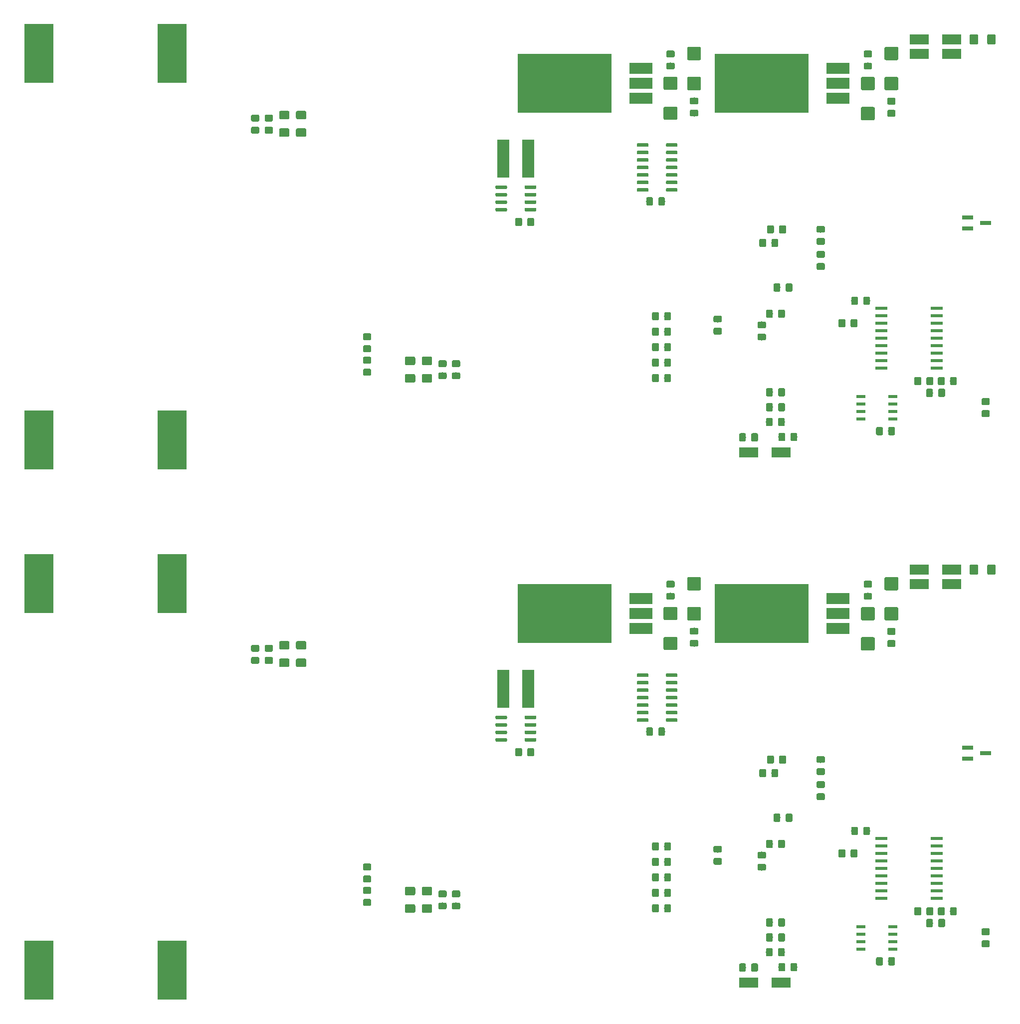
<source format=gbr>
G04 #@! TF.GenerationSoftware,KiCad,Pcbnew,5.1.4*
G04 #@! TF.CreationDate,2019-10-29T22:35:45-03:00*
G04 #@! TF.ProjectId,MCB19_panel,4d434231-395f-4706-916e-656c2e6b6963,rev?*
G04 #@! TF.SameCoordinates,Original*
G04 #@! TF.FileFunction,Paste,Bot*
G04 #@! TF.FilePolarity,Positive*
%FSLAX46Y46*%
G04 Gerber Fmt 4.6, Leading zero omitted, Abs format (unit mm)*
G04 Created by KiCad (PCBNEW 5.1.4) date 2019-10-29 22:35:45*
%MOMM*%
%LPD*%
G04 APERTURE LIST*
%ADD10C,0.100000*%
%ADD11C,1.150000*%
%ADD12C,1.425000*%
%ADD13C,0.600000*%
%ADD14R,5.000000X10.000000*%
%ADD15R,2.000000X6.400000*%
%ADD16R,1.550000X0.600000*%
%ADD17R,3.300000X1.700000*%
%ADD18R,1.900000X0.800000*%
%ADD19R,16.000000X10.000000*%
%ADD20R,4.000000X1.905000*%
%ADD21C,2.250000*%
%ADD22R,2.000000X0.600000*%
G04 APERTURE END LIST*
D10*
G36*
X169429505Y-162661204D02*
G01*
X169453773Y-162664804D01*
X169477572Y-162670765D01*
X169500671Y-162679030D01*
X169522850Y-162689520D01*
X169543893Y-162702132D01*
X169563599Y-162716747D01*
X169581777Y-162733223D01*
X169598253Y-162751401D01*
X169612868Y-162771107D01*
X169625480Y-162792150D01*
X169635970Y-162814329D01*
X169644235Y-162837428D01*
X169650196Y-162861227D01*
X169653796Y-162885495D01*
X169655000Y-162909999D01*
X169655000Y-163810001D01*
X169653796Y-163834505D01*
X169650196Y-163858773D01*
X169644235Y-163882572D01*
X169635970Y-163905671D01*
X169625480Y-163927850D01*
X169612868Y-163948893D01*
X169598253Y-163968599D01*
X169581777Y-163986777D01*
X169563599Y-164003253D01*
X169543893Y-164017868D01*
X169522850Y-164030480D01*
X169500671Y-164040970D01*
X169477572Y-164049235D01*
X169453773Y-164055196D01*
X169429505Y-164058796D01*
X169405001Y-164060000D01*
X168754999Y-164060000D01*
X168730495Y-164058796D01*
X168706227Y-164055196D01*
X168682428Y-164049235D01*
X168659329Y-164040970D01*
X168637150Y-164030480D01*
X168616107Y-164017868D01*
X168596401Y-164003253D01*
X168578223Y-163986777D01*
X168561747Y-163968599D01*
X168547132Y-163948893D01*
X168534520Y-163927850D01*
X168524030Y-163905671D01*
X168515765Y-163882572D01*
X168509804Y-163858773D01*
X168506204Y-163834505D01*
X168505000Y-163810001D01*
X168505000Y-162909999D01*
X168506204Y-162885495D01*
X168509804Y-162861227D01*
X168515765Y-162837428D01*
X168524030Y-162814329D01*
X168534520Y-162792150D01*
X168547132Y-162771107D01*
X168561747Y-162751401D01*
X168578223Y-162733223D01*
X168596401Y-162716747D01*
X168616107Y-162702132D01*
X168637150Y-162689520D01*
X168659329Y-162679030D01*
X168682428Y-162670765D01*
X168706227Y-162664804D01*
X168730495Y-162661204D01*
X168754999Y-162660000D01*
X169405001Y-162660000D01*
X169429505Y-162661204D01*
X169429505Y-162661204D01*
G37*
D11*
X169080000Y-163360000D03*
D10*
G36*
X171479505Y-162661204D02*
G01*
X171503773Y-162664804D01*
X171527572Y-162670765D01*
X171550671Y-162679030D01*
X171572850Y-162689520D01*
X171593893Y-162702132D01*
X171613599Y-162716747D01*
X171631777Y-162733223D01*
X171648253Y-162751401D01*
X171662868Y-162771107D01*
X171675480Y-162792150D01*
X171685970Y-162814329D01*
X171694235Y-162837428D01*
X171700196Y-162861227D01*
X171703796Y-162885495D01*
X171705000Y-162909999D01*
X171705000Y-163810001D01*
X171703796Y-163834505D01*
X171700196Y-163858773D01*
X171694235Y-163882572D01*
X171685970Y-163905671D01*
X171675480Y-163927850D01*
X171662868Y-163948893D01*
X171648253Y-163968599D01*
X171631777Y-163986777D01*
X171613599Y-164003253D01*
X171593893Y-164017868D01*
X171572850Y-164030480D01*
X171550671Y-164040970D01*
X171527572Y-164049235D01*
X171503773Y-164055196D01*
X171479505Y-164058796D01*
X171455001Y-164060000D01*
X170804999Y-164060000D01*
X170780495Y-164058796D01*
X170756227Y-164055196D01*
X170732428Y-164049235D01*
X170709329Y-164040970D01*
X170687150Y-164030480D01*
X170666107Y-164017868D01*
X170646401Y-164003253D01*
X170628223Y-163986777D01*
X170611747Y-163968599D01*
X170597132Y-163948893D01*
X170584520Y-163927850D01*
X170574030Y-163905671D01*
X170565765Y-163882572D01*
X170559804Y-163858773D01*
X170556204Y-163834505D01*
X170555000Y-163810001D01*
X170555000Y-162909999D01*
X170556204Y-162885495D01*
X170559804Y-162861227D01*
X170565765Y-162837428D01*
X170574030Y-162814329D01*
X170584520Y-162792150D01*
X170597132Y-162771107D01*
X170611747Y-162751401D01*
X170628223Y-162733223D01*
X170646401Y-162716747D01*
X170666107Y-162702132D01*
X170687150Y-162689520D01*
X170709329Y-162679030D01*
X170732428Y-162670765D01*
X170756227Y-162664804D01*
X170780495Y-162661204D01*
X170804999Y-162660000D01*
X171455001Y-162660000D01*
X171479505Y-162661204D01*
X171479505Y-162661204D01*
G37*
D11*
X171130000Y-163360000D03*
D10*
G36*
X109589504Y-128501204D02*
G01*
X109613773Y-128504804D01*
X109637571Y-128510765D01*
X109660671Y-128519030D01*
X109682849Y-128529520D01*
X109703893Y-128542133D01*
X109723598Y-128556747D01*
X109741777Y-128573223D01*
X109758253Y-128591402D01*
X109772867Y-128611107D01*
X109785480Y-128632151D01*
X109795970Y-128654329D01*
X109804235Y-128677429D01*
X109810196Y-128701227D01*
X109813796Y-128725496D01*
X109815000Y-128750000D01*
X109815000Y-129675000D01*
X109813796Y-129699504D01*
X109810196Y-129723773D01*
X109804235Y-129747571D01*
X109795970Y-129770671D01*
X109785480Y-129792849D01*
X109772867Y-129813893D01*
X109758253Y-129833598D01*
X109741777Y-129851777D01*
X109723598Y-129868253D01*
X109703893Y-129882867D01*
X109682849Y-129895480D01*
X109660671Y-129905970D01*
X109637571Y-129914235D01*
X109613773Y-129920196D01*
X109589504Y-129923796D01*
X109565000Y-129925000D01*
X108315000Y-129925000D01*
X108290496Y-129923796D01*
X108266227Y-129920196D01*
X108242429Y-129914235D01*
X108219329Y-129905970D01*
X108197151Y-129895480D01*
X108176107Y-129882867D01*
X108156402Y-129868253D01*
X108138223Y-129851777D01*
X108121747Y-129833598D01*
X108107133Y-129813893D01*
X108094520Y-129792849D01*
X108084030Y-129770671D01*
X108075765Y-129747571D01*
X108069804Y-129723773D01*
X108066204Y-129699504D01*
X108065000Y-129675000D01*
X108065000Y-128750000D01*
X108066204Y-128725496D01*
X108069804Y-128701227D01*
X108075765Y-128677429D01*
X108084030Y-128654329D01*
X108094520Y-128632151D01*
X108107133Y-128611107D01*
X108121747Y-128591402D01*
X108138223Y-128573223D01*
X108156402Y-128556747D01*
X108176107Y-128542133D01*
X108197151Y-128529520D01*
X108219329Y-128519030D01*
X108242429Y-128510765D01*
X108266227Y-128504804D01*
X108290496Y-128501204D01*
X108315000Y-128500000D01*
X109565000Y-128500000D01*
X109589504Y-128501204D01*
X109589504Y-128501204D01*
G37*
D12*
X108940000Y-129212500D03*
D10*
G36*
X109589504Y-131476204D02*
G01*
X109613773Y-131479804D01*
X109637571Y-131485765D01*
X109660671Y-131494030D01*
X109682849Y-131504520D01*
X109703893Y-131517133D01*
X109723598Y-131531747D01*
X109741777Y-131548223D01*
X109758253Y-131566402D01*
X109772867Y-131586107D01*
X109785480Y-131607151D01*
X109795970Y-131629329D01*
X109804235Y-131652429D01*
X109810196Y-131676227D01*
X109813796Y-131700496D01*
X109815000Y-131725000D01*
X109815000Y-132650000D01*
X109813796Y-132674504D01*
X109810196Y-132698773D01*
X109804235Y-132722571D01*
X109795970Y-132745671D01*
X109785480Y-132767849D01*
X109772867Y-132788893D01*
X109758253Y-132808598D01*
X109741777Y-132826777D01*
X109723598Y-132843253D01*
X109703893Y-132857867D01*
X109682849Y-132870480D01*
X109660671Y-132880970D01*
X109637571Y-132889235D01*
X109613773Y-132895196D01*
X109589504Y-132898796D01*
X109565000Y-132900000D01*
X108315000Y-132900000D01*
X108290496Y-132898796D01*
X108266227Y-132895196D01*
X108242429Y-132889235D01*
X108219329Y-132880970D01*
X108197151Y-132870480D01*
X108176107Y-132857867D01*
X108156402Y-132843253D01*
X108138223Y-132826777D01*
X108121747Y-132808598D01*
X108107133Y-132788893D01*
X108094520Y-132767849D01*
X108084030Y-132745671D01*
X108075765Y-132722571D01*
X108069804Y-132698773D01*
X108066204Y-132674504D01*
X108065000Y-132650000D01*
X108065000Y-131725000D01*
X108066204Y-131700496D01*
X108069804Y-131676227D01*
X108075765Y-131652429D01*
X108084030Y-131629329D01*
X108094520Y-131607151D01*
X108107133Y-131586107D01*
X108121747Y-131566402D01*
X108138223Y-131548223D01*
X108156402Y-131531747D01*
X108176107Y-131517133D01*
X108197151Y-131504520D01*
X108219329Y-131494030D01*
X108242429Y-131485765D01*
X108266227Y-131479804D01*
X108290496Y-131476204D01*
X108315000Y-131475000D01*
X109565000Y-131475000D01*
X109589504Y-131476204D01*
X109589504Y-131476204D01*
G37*
D12*
X108940000Y-132187500D03*
D10*
G36*
X148694703Y-141155722D02*
G01*
X148709264Y-141157882D01*
X148723543Y-141161459D01*
X148737403Y-141166418D01*
X148750710Y-141172712D01*
X148763336Y-141180280D01*
X148775159Y-141189048D01*
X148786066Y-141198934D01*
X148795952Y-141209841D01*
X148804720Y-141221664D01*
X148812288Y-141234290D01*
X148818582Y-141247597D01*
X148823541Y-141261457D01*
X148827118Y-141275736D01*
X148829278Y-141290297D01*
X148830000Y-141305000D01*
X148830000Y-141605000D01*
X148829278Y-141619703D01*
X148827118Y-141634264D01*
X148823541Y-141648543D01*
X148818582Y-141662403D01*
X148812288Y-141675710D01*
X148804720Y-141688336D01*
X148795952Y-141700159D01*
X148786066Y-141711066D01*
X148775159Y-141720952D01*
X148763336Y-141729720D01*
X148750710Y-141737288D01*
X148737403Y-141743582D01*
X148723543Y-141748541D01*
X148709264Y-141752118D01*
X148694703Y-141754278D01*
X148680000Y-141755000D01*
X147030000Y-141755000D01*
X147015297Y-141754278D01*
X147000736Y-141752118D01*
X146986457Y-141748541D01*
X146972597Y-141743582D01*
X146959290Y-141737288D01*
X146946664Y-141729720D01*
X146934841Y-141720952D01*
X146923934Y-141711066D01*
X146914048Y-141700159D01*
X146905280Y-141688336D01*
X146897712Y-141675710D01*
X146891418Y-141662403D01*
X146886459Y-141648543D01*
X146882882Y-141634264D01*
X146880722Y-141619703D01*
X146880000Y-141605000D01*
X146880000Y-141305000D01*
X146880722Y-141290297D01*
X146882882Y-141275736D01*
X146886459Y-141261457D01*
X146891418Y-141247597D01*
X146897712Y-141234290D01*
X146905280Y-141221664D01*
X146914048Y-141209841D01*
X146923934Y-141198934D01*
X146934841Y-141189048D01*
X146946664Y-141180280D01*
X146959290Y-141172712D01*
X146972597Y-141166418D01*
X146986457Y-141161459D01*
X147000736Y-141157882D01*
X147015297Y-141155722D01*
X147030000Y-141155000D01*
X148680000Y-141155000D01*
X148694703Y-141155722D01*
X148694703Y-141155722D01*
G37*
D13*
X147855000Y-141455000D03*
D10*
G36*
X148694703Y-142425722D02*
G01*
X148709264Y-142427882D01*
X148723543Y-142431459D01*
X148737403Y-142436418D01*
X148750710Y-142442712D01*
X148763336Y-142450280D01*
X148775159Y-142459048D01*
X148786066Y-142468934D01*
X148795952Y-142479841D01*
X148804720Y-142491664D01*
X148812288Y-142504290D01*
X148818582Y-142517597D01*
X148823541Y-142531457D01*
X148827118Y-142545736D01*
X148829278Y-142560297D01*
X148830000Y-142575000D01*
X148830000Y-142875000D01*
X148829278Y-142889703D01*
X148827118Y-142904264D01*
X148823541Y-142918543D01*
X148818582Y-142932403D01*
X148812288Y-142945710D01*
X148804720Y-142958336D01*
X148795952Y-142970159D01*
X148786066Y-142981066D01*
X148775159Y-142990952D01*
X148763336Y-142999720D01*
X148750710Y-143007288D01*
X148737403Y-143013582D01*
X148723543Y-143018541D01*
X148709264Y-143022118D01*
X148694703Y-143024278D01*
X148680000Y-143025000D01*
X147030000Y-143025000D01*
X147015297Y-143024278D01*
X147000736Y-143022118D01*
X146986457Y-143018541D01*
X146972597Y-143013582D01*
X146959290Y-143007288D01*
X146946664Y-142999720D01*
X146934841Y-142990952D01*
X146923934Y-142981066D01*
X146914048Y-142970159D01*
X146905280Y-142958336D01*
X146897712Y-142945710D01*
X146891418Y-142932403D01*
X146886459Y-142918543D01*
X146882882Y-142904264D01*
X146880722Y-142889703D01*
X146880000Y-142875000D01*
X146880000Y-142575000D01*
X146880722Y-142560297D01*
X146882882Y-142545736D01*
X146886459Y-142531457D01*
X146891418Y-142517597D01*
X146897712Y-142504290D01*
X146905280Y-142491664D01*
X146914048Y-142479841D01*
X146923934Y-142468934D01*
X146934841Y-142459048D01*
X146946664Y-142450280D01*
X146959290Y-142442712D01*
X146972597Y-142436418D01*
X146986457Y-142431459D01*
X147000736Y-142427882D01*
X147015297Y-142425722D01*
X147030000Y-142425000D01*
X148680000Y-142425000D01*
X148694703Y-142425722D01*
X148694703Y-142425722D01*
G37*
D13*
X147855000Y-142725000D03*
D10*
G36*
X148694703Y-143695722D02*
G01*
X148709264Y-143697882D01*
X148723543Y-143701459D01*
X148737403Y-143706418D01*
X148750710Y-143712712D01*
X148763336Y-143720280D01*
X148775159Y-143729048D01*
X148786066Y-143738934D01*
X148795952Y-143749841D01*
X148804720Y-143761664D01*
X148812288Y-143774290D01*
X148818582Y-143787597D01*
X148823541Y-143801457D01*
X148827118Y-143815736D01*
X148829278Y-143830297D01*
X148830000Y-143845000D01*
X148830000Y-144145000D01*
X148829278Y-144159703D01*
X148827118Y-144174264D01*
X148823541Y-144188543D01*
X148818582Y-144202403D01*
X148812288Y-144215710D01*
X148804720Y-144228336D01*
X148795952Y-144240159D01*
X148786066Y-144251066D01*
X148775159Y-144260952D01*
X148763336Y-144269720D01*
X148750710Y-144277288D01*
X148737403Y-144283582D01*
X148723543Y-144288541D01*
X148709264Y-144292118D01*
X148694703Y-144294278D01*
X148680000Y-144295000D01*
X147030000Y-144295000D01*
X147015297Y-144294278D01*
X147000736Y-144292118D01*
X146986457Y-144288541D01*
X146972597Y-144283582D01*
X146959290Y-144277288D01*
X146946664Y-144269720D01*
X146934841Y-144260952D01*
X146923934Y-144251066D01*
X146914048Y-144240159D01*
X146905280Y-144228336D01*
X146897712Y-144215710D01*
X146891418Y-144202403D01*
X146886459Y-144188543D01*
X146882882Y-144174264D01*
X146880722Y-144159703D01*
X146880000Y-144145000D01*
X146880000Y-143845000D01*
X146880722Y-143830297D01*
X146882882Y-143815736D01*
X146886459Y-143801457D01*
X146891418Y-143787597D01*
X146897712Y-143774290D01*
X146905280Y-143761664D01*
X146914048Y-143749841D01*
X146923934Y-143738934D01*
X146934841Y-143729048D01*
X146946664Y-143720280D01*
X146959290Y-143712712D01*
X146972597Y-143706418D01*
X146986457Y-143701459D01*
X147000736Y-143697882D01*
X147015297Y-143695722D01*
X147030000Y-143695000D01*
X148680000Y-143695000D01*
X148694703Y-143695722D01*
X148694703Y-143695722D01*
G37*
D13*
X147855000Y-143995000D03*
D10*
G36*
X148694703Y-144965722D02*
G01*
X148709264Y-144967882D01*
X148723543Y-144971459D01*
X148737403Y-144976418D01*
X148750710Y-144982712D01*
X148763336Y-144990280D01*
X148775159Y-144999048D01*
X148786066Y-145008934D01*
X148795952Y-145019841D01*
X148804720Y-145031664D01*
X148812288Y-145044290D01*
X148818582Y-145057597D01*
X148823541Y-145071457D01*
X148827118Y-145085736D01*
X148829278Y-145100297D01*
X148830000Y-145115000D01*
X148830000Y-145415000D01*
X148829278Y-145429703D01*
X148827118Y-145444264D01*
X148823541Y-145458543D01*
X148818582Y-145472403D01*
X148812288Y-145485710D01*
X148804720Y-145498336D01*
X148795952Y-145510159D01*
X148786066Y-145521066D01*
X148775159Y-145530952D01*
X148763336Y-145539720D01*
X148750710Y-145547288D01*
X148737403Y-145553582D01*
X148723543Y-145558541D01*
X148709264Y-145562118D01*
X148694703Y-145564278D01*
X148680000Y-145565000D01*
X147030000Y-145565000D01*
X147015297Y-145564278D01*
X147000736Y-145562118D01*
X146986457Y-145558541D01*
X146972597Y-145553582D01*
X146959290Y-145547288D01*
X146946664Y-145539720D01*
X146934841Y-145530952D01*
X146923934Y-145521066D01*
X146914048Y-145510159D01*
X146905280Y-145498336D01*
X146897712Y-145485710D01*
X146891418Y-145472403D01*
X146886459Y-145458543D01*
X146882882Y-145444264D01*
X146880722Y-145429703D01*
X146880000Y-145415000D01*
X146880000Y-145115000D01*
X146880722Y-145100297D01*
X146882882Y-145085736D01*
X146886459Y-145071457D01*
X146891418Y-145057597D01*
X146897712Y-145044290D01*
X146905280Y-145031664D01*
X146914048Y-145019841D01*
X146923934Y-145008934D01*
X146934841Y-144999048D01*
X146946664Y-144990280D01*
X146959290Y-144982712D01*
X146972597Y-144976418D01*
X146986457Y-144971459D01*
X147000736Y-144967882D01*
X147015297Y-144965722D01*
X147030000Y-144965000D01*
X148680000Y-144965000D01*
X148694703Y-144965722D01*
X148694703Y-144965722D01*
G37*
D13*
X147855000Y-145265000D03*
D10*
G36*
X143744703Y-144965722D02*
G01*
X143759264Y-144967882D01*
X143773543Y-144971459D01*
X143787403Y-144976418D01*
X143800710Y-144982712D01*
X143813336Y-144990280D01*
X143825159Y-144999048D01*
X143836066Y-145008934D01*
X143845952Y-145019841D01*
X143854720Y-145031664D01*
X143862288Y-145044290D01*
X143868582Y-145057597D01*
X143873541Y-145071457D01*
X143877118Y-145085736D01*
X143879278Y-145100297D01*
X143880000Y-145115000D01*
X143880000Y-145415000D01*
X143879278Y-145429703D01*
X143877118Y-145444264D01*
X143873541Y-145458543D01*
X143868582Y-145472403D01*
X143862288Y-145485710D01*
X143854720Y-145498336D01*
X143845952Y-145510159D01*
X143836066Y-145521066D01*
X143825159Y-145530952D01*
X143813336Y-145539720D01*
X143800710Y-145547288D01*
X143787403Y-145553582D01*
X143773543Y-145558541D01*
X143759264Y-145562118D01*
X143744703Y-145564278D01*
X143730000Y-145565000D01*
X142080000Y-145565000D01*
X142065297Y-145564278D01*
X142050736Y-145562118D01*
X142036457Y-145558541D01*
X142022597Y-145553582D01*
X142009290Y-145547288D01*
X141996664Y-145539720D01*
X141984841Y-145530952D01*
X141973934Y-145521066D01*
X141964048Y-145510159D01*
X141955280Y-145498336D01*
X141947712Y-145485710D01*
X141941418Y-145472403D01*
X141936459Y-145458543D01*
X141932882Y-145444264D01*
X141930722Y-145429703D01*
X141930000Y-145415000D01*
X141930000Y-145115000D01*
X141930722Y-145100297D01*
X141932882Y-145085736D01*
X141936459Y-145071457D01*
X141941418Y-145057597D01*
X141947712Y-145044290D01*
X141955280Y-145031664D01*
X141964048Y-145019841D01*
X141973934Y-145008934D01*
X141984841Y-144999048D01*
X141996664Y-144990280D01*
X142009290Y-144982712D01*
X142022597Y-144976418D01*
X142036457Y-144971459D01*
X142050736Y-144967882D01*
X142065297Y-144965722D01*
X142080000Y-144965000D01*
X143730000Y-144965000D01*
X143744703Y-144965722D01*
X143744703Y-144965722D01*
G37*
D13*
X142905000Y-145265000D03*
D10*
G36*
X143744703Y-143695722D02*
G01*
X143759264Y-143697882D01*
X143773543Y-143701459D01*
X143787403Y-143706418D01*
X143800710Y-143712712D01*
X143813336Y-143720280D01*
X143825159Y-143729048D01*
X143836066Y-143738934D01*
X143845952Y-143749841D01*
X143854720Y-143761664D01*
X143862288Y-143774290D01*
X143868582Y-143787597D01*
X143873541Y-143801457D01*
X143877118Y-143815736D01*
X143879278Y-143830297D01*
X143880000Y-143845000D01*
X143880000Y-144145000D01*
X143879278Y-144159703D01*
X143877118Y-144174264D01*
X143873541Y-144188543D01*
X143868582Y-144202403D01*
X143862288Y-144215710D01*
X143854720Y-144228336D01*
X143845952Y-144240159D01*
X143836066Y-144251066D01*
X143825159Y-144260952D01*
X143813336Y-144269720D01*
X143800710Y-144277288D01*
X143787403Y-144283582D01*
X143773543Y-144288541D01*
X143759264Y-144292118D01*
X143744703Y-144294278D01*
X143730000Y-144295000D01*
X142080000Y-144295000D01*
X142065297Y-144294278D01*
X142050736Y-144292118D01*
X142036457Y-144288541D01*
X142022597Y-144283582D01*
X142009290Y-144277288D01*
X141996664Y-144269720D01*
X141984841Y-144260952D01*
X141973934Y-144251066D01*
X141964048Y-144240159D01*
X141955280Y-144228336D01*
X141947712Y-144215710D01*
X141941418Y-144202403D01*
X141936459Y-144188543D01*
X141932882Y-144174264D01*
X141930722Y-144159703D01*
X141930000Y-144145000D01*
X141930000Y-143845000D01*
X141930722Y-143830297D01*
X141932882Y-143815736D01*
X141936459Y-143801457D01*
X141941418Y-143787597D01*
X141947712Y-143774290D01*
X141955280Y-143761664D01*
X141964048Y-143749841D01*
X141973934Y-143738934D01*
X141984841Y-143729048D01*
X141996664Y-143720280D01*
X142009290Y-143712712D01*
X142022597Y-143706418D01*
X142036457Y-143701459D01*
X142050736Y-143697882D01*
X142065297Y-143695722D01*
X142080000Y-143695000D01*
X143730000Y-143695000D01*
X143744703Y-143695722D01*
X143744703Y-143695722D01*
G37*
D13*
X142905000Y-143995000D03*
D10*
G36*
X143744703Y-142425722D02*
G01*
X143759264Y-142427882D01*
X143773543Y-142431459D01*
X143787403Y-142436418D01*
X143800710Y-142442712D01*
X143813336Y-142450280D01*
X143825159Y-142459048D01*
X143836066Y-142468934D01*
X143845952Y-142479841D01*
X143854720Y-142491664D01*
X143862288Y-142504290D01*
X143868582Y-142517597D01*
X143873541Y-142531457D01*
X143877118Y-142545736D01*
X143879278Y-142560297D01*
X143880000Y-142575000D01*
X143880000Y-142875000D01*
X143879278Y-142889703D01*
X143877118Y-142904264D01*
X143873541Y-142918543D01*
X143868582Y-142932403D01*
X143862288Y-142945710D01*
X143854720Y-142958336D01*
X143845952Y-142970159D01*
X143836066Y-142981066D01*
X143825159Y-142990952D01*
X143813336Y-142999720D01*
X143800710Y-143007288D01*
X143787403Y-143013582D01*
X143773543Y-143018541D01*
X143759264Y-143022118D01*
X143744703Y-143024278D01*
X143730000Y-143025000D01*
X142080000Y-143025000D01*
X142065297Y-143024278D01*
X142050736Y-143022118D01*
X142036457Y-143018541D01*
X142022597Y-143013582D01*
X142009290Y-143007288D01*
X141996664Y-142999720D01*
X141984841Y-142990952D01*
X141973934Y-142981066D01*
X141964048Y-142970159D01*
X141955280Y-142958336D01*
X141947712Y-142945710D01*
X141941418Y-142932403D01*
X141936459Y-142918543D01*
X141932882Y-142904264D01*
X141930722Y-142889703D01*
X141930000Y-142875000D01*
X141930000Y-142575000D01*
X141930722Y-142560297D01*
X141932882Y-142545736D01*
X141936459Y-142531457D01*
X141941418Y-142517597D01*
X141947712Y-142504290D01*
X141955280Y-142491664D01*
X141964048Y-142479841D01*
X141973934Y-142468934D01*
X141984841Y-142459048D01*
X141996664Y-142450280D01*
X142009290Y-142442712D01*
X142022597Y-142436418D01*
X142036457Y-142431459D01*
X142050736Y-142427882D01*
X142065297Y-142425722D01*
X142080000Y-142425000D01*
X143730000Y-142425000D01*
X143744703Y-142425722D01*
X143744703Y-142425722D01*
G37*
D13*
X142905000Y-142725000D03*
D10*
G36*
X143744703Y-141155722D02*
G01*
X143759264Y-141157882D01*
X143773543Y-141161459D01*
X143787403Y-141166418D01*
X143800710Y-141172712D01*
X143813336Y-141180280D01*
X143825159Y-141189048D01*
X143836066Y-141198934D01*
X143845952Y-141209841D01*
X143854720Y-141221664D01*
X143862288Y-141234290D01*
X143868582Y-141247597D01*
X143873541Y-141261457D01*
X143877118Y-141275736D01*
X143879278Y-141290297D01*
X143880000Y-141305000D01*
X143880000Y-141605000D01*
X143879278Y-141619703D01*
X143877118Y-141634264D01*
X143873541Y-141648543D01*
X143868582Y-141662403D01*
X143862288Y-141675710D01*
X143854720Y-141688336D01*
X143845952Y-141700159D01*
X143836066Y-141711066D01*
X143825159Y-141720952D01*
X143813336Y-141729720D01*
X143800710Y-141737288D01*
X143787403Y-141743582D01*
X143773543Y-141748541D01*
X143759264Y-141752118D01*
X143744703Y-141754278D01*
X143730000Y-141755000D01*
X142080000Y-141755000D01*
X142065297Y-141754278D01*
X142050736Y-141752118D01*
X142036457Y-141748541D01*
X142022597Y-141743582D01*
X142009290Y-141737288D01*
X141996664Y-141729720D01*
X141984841Y-141720952D01*
X141973934Y-141711066D01*
X141964048Y-141700159D01*
X141955280Y-141688336D01*
X141947712Y-141675710D01*
X141941418Y-141662403D01*
X141936459Y-141648543D01*
X141932882Y-141634264D01*
X141930722Y-141619703D01*
X141930000Y-141605000D01*
X141930000Y-141305000D01*
X141930722Y-141290297D01*
X141932882Y-141275736D01*
X141936459Y-141261457D01*
X141941418Y-141247597D01*
X141947712Y-141234290D01*
X141955280Y-141221664D01*
X141964048Y-141209841D01*
X141973934Y-141198934D01*
X141984841Y-141189048D01*
X141996664Y-141180280D01*
X142009290Y-141172712D01*
X142022597Y-141166418D01*
X142036457Y-141161459D01*
X142050736Y-141157882D01*
X142065297Y-141155722D01*
X142080000Y-141155000D01*
X143730000Y-141155000D01*
X143744703Y-141155722D01*
X143744703Y-141155722D01*
G37*
D13*
X142905000Y-141455000D03*
D10*
G36*
X169429505Y-167911204D02*
G01*
X169453773Y-167914804D01*
X169477572Y-167920765D01*
X169500671Y-167929030D01*
X169522850Y-167939520D01*
X169543893Y-167952132D01*
X169563599Y-167966747D01*
X169581777Y-167983223D01*
X169598253Y-168001401D01*
X169612868Y-168021107D01*
X169625480Y-168042150D01*
X169635970Y-168064329D01*
X169644235Y-168087428D01*
X169650196Y-168111227D01*
X169653796Y-168135495D01*
X169655000Y-168159999D01*
X169655000Y-169060001D01*
X169653796Y-169084505D01*
X169650196Y-169108773D01*
X169644235Y-169132572D01*
X169635970Y-169155671D01*
X169625480Y-169177850D01*
X169612868Y-169198893D01*
X169598253Y-169218599D01*
X169581777Y-169236777D01*
X169563599Y-169253253D01*
X169543893Y-169267868D01*
X169522850Y-169280480D01*
X169500671Y-169290970D01*
X169477572Y-169299235D01*
X169453773Y-169305196D01*
X169429505Y-169308796D01*
X169405001Y-169310000D01*
X168754999Y-169310000D01*
X168730495Y-169308796D01*
X168706227Y-169305196D01*
X168682428Y-169299235D01*
X168659329Y-169290970D01*
X168637150Y-169280480D01*
X168616107Y-169267868D01*
X168596401Y-169253253D01*
X168578223Y-169236777D01*
X168561747Y-169218599D01*
X168547132Y-169198893D01*
X168534520Y-169177850D01*
X168524030Y-169155671D01*
X168515765Y-169132572D01*
X168509804Y-169108773D01*
X168506204Y-169084505D01*
X168505000Y-169060001D01*
X168505000Y-168159999D01*
X168506204Y-168135495D01*
X168509804Y-168111227D01*
X168515765Y-168087428D01*
X168524030Y-168064329D01*
X168534520Y-168042150D01*
X168547132Y-168021107D01*
X168561747Y-168001401D01*
X168578223Y-167983223D01*
X168596401Y-167966747D01*
X168616107Y-167952132D01*
X168637150Y-167939520D01*
X168659329Y-167929030D01*
X168682428Y-167920765D01*
X168706227Y-167914804D01*
X168730495Y-167911204D01*
X168754999Y-167910000D01*
X169405001Y-167910000D01*
X169429505Y-167911204D01*
X169429505Y-167911204D01*
G37*
D11*
X169080000Y-168610000D03*
D10*
G36*
X171479505Y-167911204D02*
G01*
X171503773Y-167914804D01*
X171527572Y-167920765D01*
X171550671Y-167929030D01*
X171572850Y-167939520D01*
X171593893Y-167952132D01*
X171613599Y-167966747D01*
X171631777Y-167983223D01*
X171648253Y-168001401D01*
X171662868Y-168021107D01*
X171675480Y-168042150D01*
X171685970Y-168064329D01*
X171694235Y-168087428D01*
X171700196Y-168111227D01*
X171703796Y-168135495D01*
X171705000Y-168159999D01*
X171705000Y-169060001D01*
X171703796Y-169084505D01*
X171700196Y-169108773D01*
X171694235Y-169132572D01*
X171685970Y-169155671D01*
X171675480Y-169177850D01*
X171662868Y-169198893D01*
X171648253Y-169218599D01*
X171631777Y-169236777D01*
X171613599Y-169253253D01*
X171593893Y-169267868D01*
X171572850Y-169280480D01*
X171550671Y-169290970D01*
X171527572Y-169299235D01*
X171503773Y-169305196D01*
X171479505Y-169308796D01*
X171455001Y-169310000D01*
X170804999Y-169310000D01*
X170780495Y-169308796D01*
X170756227Y-169305196D01*
X170732428Y-169299235D01*
X170709329Y-169290970D01*
X170687150Y-169280480D01*
X170666107Y-169267868D01*
X170646401Y-169253253D01*
X170628223Y-169236777D01*
X170611747Y-169218599D01*
X170597132Y-169198893D01*
X170584520Y-169177850D01*
X170574030Y-169155671D01*
X170565765Y-169132572D01*
X170559804Y-169108773D01*
X170556204Y-169084505D01*
X170555000Y-169060001D01*
X170555000Y-168159999D01*
X170556204Y-168135495D01*
X170559804Y-168111227D01*
X170565765Y-168087428D01*
X170574030Y-168064329D01*
X170584520Y-168042150D01*
X170597132Y-168021107D01*
X170611747Y-168001401D01*
X170628223Y-167983223D01*
X170646401Y-167966747D01*
X170666107Y-167952132D01*
X170687150Y-167939520D01*
X170709329Y-167929030D01*
X170732428Y-167920765D01*
X170756227Y-167914804D01*
X170780495Y-167911204D01*
X170804999Y-167910000D01*
X171455001Y-167910000D01*
X171479505Y-167911204D01*
X171479505Y-167911204D01*
G37*
D11*
X171130000Y-168610000D03*
D10*
G36*
X106719504Y-128501204D02*
G01*
X106743773Y-128504804D01*
X106767571Y-128510765D01*
X106790671Y-128519030D01*
X106812849Y-128529520D01*
X106833893Y-128542133D01*
X106853598Y-128556747D01*
X106871777Y-128573223D01*
X106888253Y-128591402D01*
X106902867Y-128611107D01*
X106915480Y-128632151D01*
X106925970Y-128654329D01*
X106934235Y-128677429D01*
X106940196Y-128701227D01*
X106943796Y-128725496D01*
X106945000Y-128750000D01*
X106945000Y-129675000D01*
X106943796Y-129699504D01*
X106940196Y-129723773D01*
X106934235Y-129747571D01*
X106925970Y-129770671D01*
X106915480Y-129792849D01*
X106902867Y-129813893D01*
X106888253Y-129833598D01*
X106871777Y-129851777D01*
X106853598Y-129868253D01*
X106833893Y-129882867D01*
X106812849Y-129895480D01*
X106790671Y-129905970D01*
X106767571Y-129914235D01*
X106743773Y-129920196D01*
X106719504Y-129923796D01*
X106695000Y-129925000D01*
X105445000Y-129925000D01*
X105420496Y-129923796D01*
X105396227Y-129920196D01*
X105372429Y-129914235D01*
X105349329Y-129905970D01*
X105327151Y-129895480D01*
X105306107Y-129882867D01*
X105286402Y-129868253D01*
X105268223Y-129851777D01*
X105251747Y-129833598D01*
X105237133Y-129813893D01*
X105224520Y-129792849D01*
X105214030Y-129770671D01*
X105205765Y-129747571D01*
X105199804Y-129723773D01*
X105196204Y-129699504D01*
X105195000Y-129675000D01*
X105195000Y-128750000D01*
X105196204Y-128725496D01*
X105199804Y-128701227D01*
X105205765Y-128677429D01*
X105214030Y-128654329D01*
X105224520Y-128632151D01*
X105237133Y-128611107D01*
X105251747Y-128591402D01*
X105268223Y-128573223D01*
X105286402Y-128556747D01*
X105306107Y-128542133D01*
X105327151Y-128529520D01*
X105349329Y-128519030D01*
X105372429Y-128510765D01*
X105396227Y-128504804D01*
X105420496Y-128501204D01*
X105445000Y-128500000D01*
X106695000Y-128500000D01*
X106719504Y-128501204D01*
X106719504Y-128501204D01*
G37*
D12*
X106070000Y-129212500D03*
D10*
G36*
X106719504Y-131476204D02*
G01*
X106743773Y-131479804D01*
X106767571Y-131485765D01*
X106790671Y-131494030D01*
X106812849Y-131504520D01*
X106833893Y-131517133D01*
X106853598Y-131531747D01*
X106871777Y-131548223D01*
X106888253Y-131566402D01*
X106902867Y-131586107D01*
X106915480Y-131607151D01*
X106925970Y-131629329D01*
X106934235Y-131652429D01*
X106940196Y-131676227D01*
X106943796Y-131700496D01*
X106945000Y-131725000D01*
X106945000Y-132650000D01*
X106943796Y-132674504D01*
X106940196Y-132698773D01*
X106934235Y-132722571D01*
X106925970Y-132745671D01*
X106915480Y-132767849D01*
X106902867Y-132788893D01*
X106888253Y-132808598D01*
X106871777Y-132826777D01*
X106853598Y-132843253D01*
X106833893Y-132857867D01*
X106812849Y-132870480D01*
X106790671Y-132880970D01*
X106767571Y-132889235D01*
X106743773Y-132895196D01*
X106719504Y-132898796D01*
X106695000Y-132900000D01*
X105445000Y-132900000D01*
X105420496Y-132898796D01*
X105396227Y-132895196D01*
X105372429Y-132889235D01*
X105349329Y-132880970D01*
X105327151Y-132870480D01*
X105306107Y-132857867D01*
X105286402Y-132843253D01*
X105268223Y-132826777D01*
X105251747Y-132808598D01*
X105237133Y-132788893D01*
X105224520Y-132767849D01*
X105214030Y-132745671D01*
X105205765Y-132722571D01*
X105199804Y-132698773D01*
X105196204Y-132674504D01*
X105195000Y-132650000D01*
X105195000Y-131725000D01*
X105196204Y-131700496D01*
X105199804Y-131676227D01*
X105205765Y-131652429D01*
X105214030Y-131629329D01*
X105224520Y-131607151D01*
X105237133Y-131586107D01*
X105251747Y-131566402D01*
X105268223Y-131548223D01*
X105286402Y-131531747D01*
X105306107Y-131517133D01*
X105327151Y-131504520D01*
X105349329Y-131494030D01*
X105372429Y-131485765D01*
X105396227Y-131479804D01*
X105420496Y-131476204D01*
X105445000Y-131475000D01*
X106695000Y-131475000D01*
X106719504Y-131476204D01*
X106719504Y-131476204D01*
G37*
D12*
X106070000Y-132187500D03*
D14*
X64440000Y-184360000D03*
X87040000Y-184360000D03*
D15*
X143280000Y-136610000D03*
X147480000Y-136610000D03*
D10*
G36*
X101614505Y-129151204D02*
G01*
X101638773Y-129154804D01*
X101662572Y-129160765D01*
X101685671Y-129169030D01*
X101707850Y-129179520D01*
X101728893Y-129192132D01*
X101748599Y-129206747D01*
X101766777Y-129223223D01*
X101783253Y-129241401D01*
X101797868Y-129261107D01*
X101810480Y-129282150D01*
X101820970Y-129304329D01*
X101829235Y-129327428D01*
X101835196Y-129351227D01*
X101838796Y-129375495D01*
X101840000Y-129399999D01*
X101840000Y-130050001D01*
X101838796Y-130074505D01*
X101835196Y-130098773D01*
X101829235Y-130122572D01*
X101820970Y-130145671D01*
X101810480Y-130167850D01*
X101797868Y-130188893D01*
X101783253Y-130208599D01*
X101766777Y-130226777D01*
X101748599Y-130243253D01*
X101728893Y-130257868D01*
X101707850Y-130270480D01*
X101685671Y-130280970D01*
X101662572Y-130289235D01*
X101638773Y-130295196D01*
X101614505Y-130298796D01*
X101590001Y-130300000D01*
X100689999Y-130300000D01*
X100665495Y-130298796D01*
X100641227Y-130295196D01*
X100617428Y-130289235D01*
X100594329Y-130280970D01*
X100572150Y-130270480D01*
X100551107Y-130257868D01*
X100531401Y-130243253D01*
X100513223Y-130226777D01*
X100496747Y-130208599D01*
X100482132Y-130188893D01*
X100469520Y-130167850D01*
X100459030Y-130145671D01*
X100450765Y-130122572D01*
X100444804Y-130098773D01*
X100441204Y-130074505D01*
X100440000Y-130050001D01*
X100440000Y-129399999D01*
X100441204Y-129375495D01*
X100444804Y-129351227D01*
X100450765Y-129327428D01*
X100459030Y-129304329D01*
X100469520Y-129282150D01*
X100482132Y-129261107D01*
X100496747Y-129241401D01*
X100513223Y-129223223D01*
X100531401Y-129206747D01*
X100551107Y-129192132D01*
X100572150Y-129179520D01*
X100594329Y-129169030D01*
X100617428Y-129160765D01*
X100641227Y-129154804D01*
X100665495Y-129151204D01*
X100689999Y-129150000D01*
X101590001Y-129150000D01*
X101614505Y-129151204D01*
X101614505Y-129151204D01*
G37*
D11*
X101140000Y-129725000D03*
D10*
G36*
X101614505Y-131201204D02*
G01*
X101638773Y-131204804D01*
X101662572Y-131210765D01*
X101685671Y-131219030D01*
X101707850Y-131229520D01*
X101728893Y-131242132D01*
X101748599Y-131256747D01*
X101766777Y-131273223D01*
X101783253Y-131291401D01*
X101797868Y-131311107D01*
X101810480Y-131332150D01*
X101820970Y-131354329D01*
X101829235Y-131377428D01*
X101835196Y-131401227D01*
X101838796Y-131425495D01*
X101840000Y-131449999D01*
X101840000Y-132100001D01*
X101838796Y-132124505D01*
X101835196Y-132148773D01*
X101829235Y-132172572D01*
X101820970Y-132195671D01*
X101810480Y-132217850D01*
X101797868Y-132238893D01*
X101783253Y-132258599D01*
X101766777Y-132276777D01*
X101748599Y-132293253D01*
X101728893Y-132307868D01*
X101707850Y-132320480D01*
X101685671Y-132330970D01*
X101662572Y-132339235D01*
X101638773Y-132345196D01*
X101614505Y-132348796D01*
X101590001Y-132350000D01*
X100689999Y-132350000D01*
X100665495Y-132348796D01*
X100641227Y-132345196D01*
X100617428Y-132339235D01*
X100594329Y-132330970D01*
X100572150Y-132320480D01*
X100551107Y-132307868D01*
X100531401Y-132293253D01*
X100513223Y-132276777D01*
X100496747Y-132258599D01*
X100482132Y-132238893D01*
X100469520Y-132217850D01*
X100459030Y-132195671D01*
X100450765Y-132172572D01*
X100444804Y-132148773D01*
X100441204Y-132124505D01*
X100440000Y-132100001D01*
X100440000Y-131449999D01*
X100441204Y-131425495D01*
X100444804Y-131401227D01*
X100450765Y-131377428D01*
X100459030Y-131354329D01*
X100469520Y-131332150D01*
X100482132Y-131311107D01*
X100496747Y-131291401D01*
X100513223Y-131273223D01*
X100531401Y-131256747D01*
X100551107Y-131242132D01*
X100572150Y-131229520D01*
X100594329Y-131219030D01*
X100617428Y-131210765D01*
X100641227Y-131204804D01*
X100665495Y-131201204D01*
X100689999Y-131200000D01*
X101590001Y-131200000D01*
X101614505Y-131201204D01*
X101614505Y-131201204D01*
G37*
D11*
X101140000Y-131775000D03*
D10*
G36*
X190830505Y-175565204D02*
G01*
X190854773Y-175568804D01*
X190878572Y-175574765D01*
X190901671Y-175583030D01*
X190923850Y-175593520D01*
X190944893Y-175606132D01*
X190964599Y-175620747D01*
X190982777Y-175637223D01*
X190999253Y-175655401D01*
X191013868Y-175675107D01*
X191026480Y-175696150D01*
X191036970Y-175718329D01*
X191045235Y-175741428D01*
X191051196Y-175765227D01*
X191054796Y-175789495D01*
X191056000Y-175813999D01*
X191056000Y-176714001D01*
X191054796Y-176738505D01*
X191051196Y-176762773D01*
X191045235Y-176786572D01*
X191036970Y-176809671D01*
X191026480Y-176831850D01*
X191013868Y-176852893D01*
X190999253Y-176872599D01*
X190982777Y-176890777D01*
X190964599Y-176907253D01*
X190944893Y-176921868D01*
X190923850Y-176934480D01*
X190901671Y-176944970D01*
X190878572Y-176953235D01*
X190854773Y-176959196D01*
X190830505Y-176962796D01*
X190806001Y-176964000D01*
X190155999Y-176964000D01*
X190131495Y-176962796D01*
X190107227Y-176959196D01*
X190083428Y-176953235D01*
X190060329Y-176944970D01*
X190038150Y-176934480D01*
X190017107Y-176921868D01*
X189997401Y-176907253D01*
X189979223Y-176890777D01*
X189962747Y-176872599D01*
X189948132Y-176852893D01*
X189935520Y-176831850D01*
X189925030Y-176809671D01*
X189916765Y-176786572D01*
X189910804Y-176762773D01*
X189907204Y-176738505D01*
X189906000Y-176714001D01*
X189906000Y-175813999D01*
X189907204Y-175789495D01*
X189910804Y-175765227D01*
X189916765Y-175741428D01*
X189925030Y-175718329D01*
X189935520Y-175696150D01*
X189948132Y-175675107D01*
X189962747Y-175655401D01*
X189979223Y-175637223D01*
X189997401Y-175620747D01*
X190017107Y-175606132D01*
X190038150Y-175593520D01*
X190060329Y-175583030D01*
X190083428Y-175574765D01*
X190107227Y-175568804D01*
X190131495Y-175565204D01*
X190155999Y-175564000D01*
X190806001Y-175564000D01*
X190830505Y-175565204D01*
X190830505Y-175565204D01*
G37*
D11*
X190481000Y-176264000D03*
D10*
G36*
X188780505Y-175565204D02*
G01*
X188804773Y-175568804D01*
X188828572Y-175574765D01*
X188851671Y-175583030D01*
X188873850Y-175593520D01*
X188894893Y-175606132D01*
X188914599Y-175620747D01*
X188932777Y-175637223D01*
X188949253Y-175655401D01*
X188963868Y-175675107D01*
X188976480Y-175696150D01*
X188986970Y-175718329D01*
X188995235Y-175741428D01*
X189001196Y-175765227D01*
X189004796Y-175789495D01*
X189006000Y-175813999D01*
X189006000Y-176714001D01*
X189004796Y-176738505D01*
X189001196Y-176762773D01*
X188995235Y-176786572D01*
X188986970Y-176809671D01*
X188976480Y-176831850D01*
X188963868Y-176852893D01*
X188949253Y-176872599D01*
X188932777Y-176890777D01*
X188914599Y-176907253D01*
X188894893Y-176921868D01*
X188873850Y-176934480D01*
X188851671Y-176944970D01*
X188828572Y-176953235D01*
X188804773Y-176959196D01*
X188780505Y-176962796D01*
X188756001Y-176964000D01*
X188105999Y-176964000D01*
X188081495Y-176962796D01*
X188057227Y-176959196D01*
X188033428Y-176953235D01*
X188010329Y-176944970D01*
X187988150Y-176934480D01*
X187967107Y-176921868D01*
X187947401Y-176907253D01*
X187929223Y-176890777D01*
X187912747Y-176872599D01*
X187898132Y-176852893D01*
X187885520Y-176831850D01*
X187875030Y-176809671D01*
X187866765Y-176786572D01*
X187860804Y-176762773D01*
X187857204Y-176738505D01*
X187856000Y-176714001D01*
X187856000Y-175813999D01*
X187857204Y-175789495D01*
X187860804Y-175765227D01*
X187866765Y-175741428D01*
X187875030Y-175718329D01*
X187885520Y-175696150D01*
X187898132Y-175675107D01*
X187912747Y-175655401D01*
X187929223Y-175637223D01*
X187947401Y-175620747D01*
X187967107Y-175606132D01*
X187988150Y-175593520D01*
X188010329Y-175583030D01*
X188033428Y-175574765D01*
X188057227Y-175568804D01*
X188081495Y-175565204D01*
X188105999Y-175564000D01*
X188756001Y-175564000D01*
X188780505Y-175565204D01*
X188780505Y-175565204D01*
G37*
D11*
X188431000Y-176264000D03*
D10*
G36*
X190830505Y-178105204D02*
G01*
X190854773Y-178108804D01*
X190878572Y-178114765D01*
X190901671Y-178123030D01*
X190923850Y-178133520D01*
X190944893Y-178146132D01*
X190964599Y-178160747D01*
X190982777Y-178177223D01*
X190999253Y-178195401D01*
X191013868Y-178215107D01*
X191026480Y-178236150D01*
X191036970Y-178258329D01*
X191045235Y-178281428D01*
X191051196Y-178305227D01*
X191054796Y-178329495D01*
X191056000Y-178353999D01*
X191056000Y-179254001D01*
X191054796Y-179278505D01*
X191051196Y-179302773D01*
X191045235Y-179326572D01*
X191036970Y-179349671D01*
X191026480Y-179371850D01*
X191013868Y-179392893D01*
X190999253Y-179412599D01*
X190982777Y-179430777D01*
X190964599Y-179447253D01*
X190944893Y-179461868D01*
X190923850Y-179474480D01*
X190901671Y-179484970D01*
X190878572Y-179493235D01*
X190854773Y-179499196D01*
X190830505Y-179502796D01*
X190806001Y-179504000D01*
X190155999Y-179504000D01*
X190131495Y-179502796D01*
X190107227Y-179499196D01*
X190083428Y-179493235D01*
X190060329Y-179484970D01*
X190038150Y-179474480D01*
X190017107Y-179461868D01*
X189997401Y-179447253D01*
X189979223Y-179430777D01*
X189962747Y-179412599D01*
X189948132Y-179392893D01*
X189935520Y-179371850D01*
X189925030Y-179349671D01*
X189916765Y-179326572D01*
X189910804Y-179302773D01*
X189907204Y-179278505D01*
X189906000Y-179254001D01*
X189906000Y-178353999D01*
X189907204Y-178329495D01*
X189910804Y-178305227D01*
X189916765Y-178281428D01*
X189925030Y-178258329D01*
X189935520Y-178236150D01*
X189948132Y-178215107D01*
X189962747Y-178195401D01*
X189979223Y-178177223D01*
X189997401Y-178160747D01*
X190017107Y-178146132D01*
X190038150Y-178133520D01*
X190060329Y-178123030D01*
X190083428Y-178114765D01*
X190107227Y-178108804D01*
X190131495Y-178105204D01*
X190155999Y-178104000D01*
X190806001Y-178104000D01*
X190830505Y-178105204D01*
X190830505Y-178105204D01*
G37*
D11*
X190481000Y-178804000D03*
D10*
G36*
X188780505Y-178105204D02*
G01*
X188804773Y-178108804D01*
X188828572Y-178114765D01*
X188851671Y-178123030D01*
X188873850Y-178133520D01*
X188894893Y-178146132D01*
X188914599Y-178160747D01*
X188932777Y-178177223D01*
X188949253Y-178195401D01*
X188963868Y-178215107D01*
X188976480Y-178236150D01*
X188986970Y-178258329D01*
X188995235Y-178281428D01*
X189001196Y-178305227D01*
X189004796Y-178329495D01*
X189006000Y-178353999D01*
X189006000Y-179254001D01*
X189004796Y-179278505D01*
X189001196Y-179302773D01*
X188995235Y-179326572D01*
X188986970Y-179349671D01*
X188976480Y-179371850D01*
X188963868Y-179392893D01*
X188949253Y-179412599D01*
X188932777Y-179430777D01*
X188914599Y-179447253D01*
X188894893Y-179461868D01*
X188873850Y-179474480D01*
X188851671Y-179484970D01*
X188828572Y-179493235D01*
X188804773Y-179499196D01*
X188780505Y-179502796D01*
X188756001Y-179504000D01*
X188105999Y-179504000D01*
X188081495Y-179502796D01*
X188057227Y-179499196D01*
X188033428Y-179493235D01*
X188010329Y-179484970D01*
X187988150Y-179474480D01*
X187967107Y-179461868D01*
X187947401Y-179447253D01*
X187929223Y-179430777D01*
X187912747Y-179412599D01*
X187898132Y-179392893D01*
X187885520Y-179371850D01*
X187875030Y-179349671D01*
X187866765Y-179326572D01*
X187860804Y-179302773D01*
X187857204Y-179278505D01*
X187856000Y-179254001D01*
X187856000Y-178353999D01*
X187857204Y-178329495D01*
X187860804Y-178305227D01*
X187866765Y-178281428D01*
X187875030Y-178258329D01*
X187885520Y-178236150D01*
X187898132Y-178215107D01*
X187912747Y-178195401D01*
X187929223Y-178177223D01*
X187947401Y-178160747D01*
X187967107Y-178146132D01*
X187988150Y-178133520D01*
X188010329Y-178123030D01*
X188033428Y-178114765D01*
X188057227Y-178108804D01*
X188081495Y-178105204D01*
X188105999Y-178104000D01*
X188756001Y-178104000D01*
X188780505Y-178105204D01*
X188780505Y-178105204D01*
G37*
D11*
X188431000Y-178804000D03*
D10*
G36*
X192924505Y-183161204D02*
G01*
X192948773Y-183164804D01*
X192972572Y-183170765D01*
X192995671Y-183179030D01*
X193017850Y-183189520D01*
X193038893Y-183202132D01*
X193058599Y-183216747D01*
X193076777Y-183233223D01*
X193093253Y-183251401D01*
X193107868Y-183271107D01*
X193120480Y-183292150D01*
X193130970Y-183314329D01*
X193139235Y-183337428D01*
X193145196Y-183361227D01*
X193148796Y-183385495D01*
X193150000Y-183409999D01*
X193150000Y-184310001D01*
X193148796Y-184334505D01*
X193145196Y-184358773D01*
X193139235Y-184382572D01*
X193130970Y-184405671D01*
X193120480Y-184427850D01*
X193107868Y-184448893D01*
X193093253Y-184468599D01*
X193076777Y-184486777D01*
X193058599Y-184503253D01*
X193038893Y-184517868D01*
X193017850Y-184530480D01*
X192995671Y-184540970D01*
X192972572Y-184549235D01*
X192948773Y-184555196D01*
X192924505Y-184558796D01*
X192900001Y-184560000D01*
X192249999Y-184560000D01*
X192225495Y-184558796D01*
X192201227Y-184555196D01*
X192177428Y-184549235D01*
X192154329Y-184540970D01*
X192132150Y-184530480D01*
X192111107Y-184517868D01*
X192091401Y-184503253D01*
X192073223Y-184486777D01*
X192056747Y-184468599D01*
X192042132Y-184448893D01*
X192029520Y-184427850D01*
X192019030Y-184405671D01*
X192010765Y-184382572D01*
X192004804Y-184358773D01*
X192001204Y-184334505D01*
X192000000Y-184310001D01*
X192000000Y-183409999D01*
X192001204Y-183385495D01*
X192004804Y-183361227D01*
X192010765Y-183337428D01*
X192019030Y-183314329D01*
X192029520Y-183292150D01*
X192042132Y-183271107D01*
X192056747Y-183251401D01*
X192073223Y-183233223D01*
X192091401Y-183216747D01*
X192111107Y-183202132D01*
X192132150Y-183189520D01*
X192154329Y-183179030D01*
X192177428Y-183170765D01*
X192201227Y-183164804D01*
X192225495Y-183161204D01*
X192249999Y-183160000D01*
X192900001Y-183160000D01*
X192924505Y-183161204D01*
X192924505Y-183161204D01*
G37*
D11*
X192575000Y-183860000D03*
D10*
G36*
X190874505Y-183161204D02*
G01*
X190898773Y-183164804D01*
X190922572Y-183170765D01*
X190945671Y-183179030D01*
X190967850Y-183189520D01*
X190988893Y-183202132D01*
X191008599Y-183216747D01*
X191026777Y-183233223D01*
X191043253Y-183251401D01*
X191057868Y-183271107D01*
X191070480Y-183292150D01*
X191080970Y-183314329D01*
X191089235Y-183337428D01*
X191095196Y-183361227D01*
X191098796Y-183385495D01*
X191100000Y-183409999D01*
X191100000Y-184310001D01*
X191098796Y-184334505D01*
X191095196Y-184358773D01*
X191089235Y-184382572D01*
X191080970Y-184405671D01*
X191070480Y-184427850D01*
X191057868Y-184448893D01*
X191043253Y-184468599D01*
X191026777Y-184486777D01*
X191008599Y-184503253D01*
X190988893Y-184517868D01*
X190967850Y-184530480D01*
X190945671Y-184540970D01*
X190922572Y-184549235D01*
X190898773Y-184555196D01*
X190874505Y-184558796D01*
X190850001Y-184560000D01*
X190199999Y-184560000D01*
X190175495Y-184558796D01*
X190151227Y-184555196D01*
X190127428Y-184549235D01*
X190104329Y-184540970D01*
X190082150Y-184530480D01*
X190061107Y-184517868D01*
X190041401Y-184503253D01*
X190023223Y-184486777D01*
X190006747Y-184468599D01*
X189992132Y-184448893D01*
X189979520Y-184427850D01*
X189969030Y-184405671D01*
X189960765Y-184382572D01*
X189954804Y-184358773D01*
X189951204Y-184334505D01*
X189950000Y-184310001D01*
X189950000Y-183409999D01*
X189951204Y-183385495D01*
X189954804Y-183361227D01*
X189960765Y-183337428D01*
X189969030Y-183314329D01*
X189979520Y-183292150D01*
X189992132Y-183271107D01*
X190006747Y-183251401D01*
X190023223Y-183233223D01*
X190041401Y-183216747D01*
X190061107Y-183202132D01*
X190082150Y-183189520D01*
X190104329Y-183179030D01*
X190127428Y-183170765D01*
X190151227Y-183164804D01*
X190175495Y-183161204D01*
X190199999Y-183160000D01*
X190850001Y-183160000D01*
X190874505Y-183161204D01*
X190874505Y-183161204D01*
G37*
D11*
X190525000Y-183860000D03*
D10*
G36*
X225604505Y-179311204D02*
G01*
X225628773Y-179314804D01*
X225652572Y-179320765D01*
X225675671Y-179329030D01*
X225697850Y-179339520D01*
X225718893Y-179352132D01*
X225738599Y-179366747D01*
X225756777Y-179383223D01*
X225773253Y-179401401D01*
X225787868Y-179421107D01*
X225800480Y-179442150D01*
X225810970Y-179464329D01*
X225819235Y-179487428D01*
X225825196Y-179511227D01*
X225828796Y-179535495D01*
X225830000Y-179559999D01*
X225830000Y-180210001D01*
X225828796Y-180234505D01*
X225825196Y-180258773D01*
X225819235Y-180282572D01*
X225810970Y-180305671D01*
X225800480Y-180327850D01*
X225787868Y-180348893D01*
X225773253Y-180368599D01*
X225756777Y-180386777D01*
X225738599Y-180403253D01*
X225718893Y-180417868D01*
X225697850Y-180430480D01*
X225675671Y-180440970D01*
X225652572Y-180449235D01*
X225628773Y-180455196D01*
X225604505Y-180458796D01*
X225580001Y-180460000D01*
X224679999Y-180460000D01*
X224655495Y-180458796D01*
X224631227Y-180455196D01*
X224607428Y-180449235D01*
X224584329Y-180440970D01*
X224562150Y-180430480D01*
X224541107Y-180417868D01*
X224521401Y-180403253D01*
X224503223Y-180386777D01*
X224486747Y-180368599D01*
X224472132Y-180348893D01*
X224459520Y-180327850D01*
X224449030Y-180305671D01*
X224440765Y-180282572D01*
X224434804Y-180258773D01*
X224431204Y-180234505D01*
X224430000Y-180210001D01*
X224430000Y-179559999D01*
X224431204Y-179535495D01*
X224434804Y-179511227D01*
X224440765Y-179487428D01*
X224449030Y-179464329D01*
X224459520Y-179442150D01*
X224472132Y-179421107D01*
X224486747Y-179401401D01*
X224503223Y-179383223D01*
X224521401Y-179366747D01*
X224541107Y-179352132D01*
X224562150Y-179339520D01*
X224584329Y-179329030D01*
X224607428Y-179320765D01*
X224631227Y-179314804D01*
X224655495Y-179311204D01*
X224679999Y-179310000D01*
X225580001Y-179310000D01*
X225604505Y-179311204D01*
X225604505Y-179311204D01*
G37*
D11*
X225130000Y-179885000D03*
D10*
G36*
X225604505Y-177261204D02*
G01*
X225628773Y-177264804D01*
X225652572Y-177270765D01*
X225675671Y-177279030D01*
X225697850Y-177289520D01*
X225718893Y-177302132D01*
X225738599Y-177316747D01*
X225756777Y-177333223D01*
X225773253Y-177351401D01*
X225787868Y-177371107D01*
X225800480Y-177392150D01*
X225810970Y-177414329D01*
X225819235Y-177437428D01*
X225825196Y-177461227D01*
X225828796Y-177485495D01*
X225830000Y-177509999D01*
X225830000Y-178160001D01*
X225828796Y-178184505D01*
X225825196Y-178208773D01*
X225819235Y-178232572D01*
X225810970Y-178255671D01*
X225800480Y-178277850D01*
X225787868Y-178298893D01*
X225773253Y-178318599D01*
X225756777Y-178336777D01*
X225738599Y-178353253D01*
X225718893Y-178367868D01*
X225697850Y-178380480D01*
X225675671Y-178390970D01*
X225652572Y-178399235D01*
X225628773Y-178405196D01*
X225604505Y-178408796D01*
X225580001Y-178410000D01*
X224679999Y-178410000D01*
X224655495Y-178408796D01*
X224631227Y-178405196D01*
X224607428Y-178399235D01*
X224584329Y-178390970D01*
X224562150Y-178380480D01*
X224541107Y-178367868D01*
X224521401Y-178353253D01*
X224503223Y-178336777D01*
X224486747Y-178318599D01*
X224472132Y-178298893D01*
X224459520Y-178277850D01*
X224449030Y-178255671D01*
X224440765Y-178232572D01*
X224434804Y-178208773D01*
X224431204Y-178184505D01*
X224430000Y-178160001D01*
X224430000Y-177509999D01*
X224431204Y-177485495D01*
X224434804Y-177461227D01*
X224440765Y-177437428D01*
X224449030Y-177414329D01*
X224459520Y-177392150D01*
X224472132Y-177371107D01*
X224486747Y-177351401D01*
X224503223Y-177333223D01*
X224521401Y-177316747D01*
X224541107Y-177302132D01*
X224562150Y-177289520D01*
X224584329Y-177279030D01*
X224607428Y-177270765D01*
X224631227Y-177264804D01*
X224655495Y-177261204D01*
X224679999Y-177260000D01*
X225580001Y-177260000D01*
X225604505Y-177261204D01*
X225604505Y-177261204D01*
G37*
D11*
X225130000Y-177835000D03*
D10*
G36*
X207454505Y-182161204D02*
G01*
X207478773Y-182164804D01*
X207502572Y-182170765D01*
X207525671Y-182179030D01*
X207547850Y-182189520D01*
X207568893Y-182202132D01*
X207588599Y-182216747D01*
X207606777Y-182233223D01*
X207623253Y-182251401D01*
X207637868Y-182271107D01*
X207650480Y-182292150D01*
X207660970Y-182314329D01*
X207669235Y-182337428D01*
X207675196Y-182361227D01*
X207678796Y-182385495D01*
X207680000Y-182409999D01*
X207680000Y-183310001D01*
X207678796Y-183334505D01*
X207675196Y-183358773D01*
X207669235Y-183382572D01*
X207660970Y-183405671D01*
X207650480Y-183427850D01*
X207637868Y-183448893D01*
X207623253Y-183468599D01*
X207606777Y-183486777D01*
X207588599Y-183503253D01*
X207568893Y-183517868D01*
X207547850Y-183530480D01*
X207525671Y-183540970D01*
X207502572Y-183549235D01*
X207478773Y-183555196D01*
X207454505Y-183558796D01*
X207430001Y-183560000D01*
X206779999Y-183560000D01*
X206755495Y-183558796D01*
X206731227Y-183555196D01*
X206707428Y-183549235D01*
X206684329Y-183540970D01*
X206662150Y-183530480D01*
X206641107Y-183517868D01*
X206621401Y-183503253D01*
X206603223Y-183486777D01*
X206586747Y-183468599D01*
X206572132Y-183448893D01*
X206559520Y-183427850D01*
X206549030Y-183405671D01*
X206540765Y-183382572D01*
X206534804Y-183358773D01*
X206531204Y-183334505D01*
X206530000Y-183310001D01*
X206530000Y-182409999D01*
X206531204Y-182385495D01*
X206534804Y-182361227D01*
X206540765Y-182337428D01*
X206549030Y-182314329D01*
X206559520Y-182292150D01*
X206572132Y-182271107D01*
X206586747Y-182251401D01*
X206603223Y-182233223D01*
X206621401Y-182216747D01*
X206641107Y-182202132D01*
X206662150Y-182189520D01*
X206684329Y-182179030D01*
X206707428Y-182170765D01*
X206731227Y-182164804D01*
X206755495Y-182161204D01*
X206779999Y-182160000D01*
X207430001Y-182160000D01*
X207454505Y-182161204D01*
X207454505Y-182161204D01*
G37*
D11*
X207105000Y-182860000D03*
D10*
G36*
X209504505Y-182161204D02*
G01*
X209528773Y-182164804D01*
X209552572Y-182170765D01*
X209575671Y-182179030D01*
X209597850Y-182189520D01*
X209618893Y-182202132D01*
X209638599Y-182216747D01*
X209656777Y-182233223D01*
X209673253Y-182251401D01*
X209687868Y-182271107D01*
X209700480Y-182292150D01*
X209710970Y-182314329D01*
X209719235Y-182337428D01*
X209725196Y-182361227D01*
X209728796Y-182385495D01*
X209730000Y-182409999D01*
X209730000Y-183310001D01*
X209728796Y-183334505D01*
X209725196Y-183358773D01*
X209719235Y-183382572D01*
X209710970Y-183405671D01*
X209700480Y-183427850D01*
X209687868Y-183448893D01*
X209673253Y-183468599D01*
X209656777Y-183486777D01*
X209638599Y-183503253D01*
X209618893Y-183517868D01*
X209597850Y-183530480D01*
X209575671Y-183540970D01*
X209552572Y-183549235D01*
X209528773Y-183555196D01*
X209504505Y-183558796D01*
X209480001Y-183560000D01*
X208829999Y-183560000D01*
X208805495Y-183558796D01*
X208781227Y-183555196D01*
X208757428Y-183549235D01*
X208734329Y-183540970D01*
X208712150Y-183530480D01*
X208691107Y-183517868D01*
X208671401Y-183503253D01*
X208653223Y-183486777D01*
X208636747Y-183468599D01*
X208622132Y-183448893D01*
X208609520Y-183427850D01*
X208599030Y-183405671D01*
X208590765Y-183382572D01*
X208584804Y-183358773D01*
X208581204Y-183334505D01*
X208580000Y-183310001D01*
X208580000Y-182409999D01*
X208581204Y-182385495D01*
X208584804Y-182361227D01*
X208590765Y-182337428D01*
X208599030Y-182314329D01*
X208609520Y-182292150D01*
X208622132Y-182271107D01*
X208636747Y-182251401D01*
X208653223Y-182233223D01*
X208671401Y-182216747D01*
X208691107Y-182202132D01*
X208712150Y-182189520D01*
X208734329Y-182179030D01*
X208757428Y-182170765D01*
X208781227Y-182164804D01*
X208805495Y-182161204D01*
X208829999Y-182160000D01*
X209480001Y-182160000D01*
X209504505Y-182161204D01*
X209504505Y-182161204D01*
G37*
D11*
X209155000Y-182860000D03*
D10*
G36*
X220004505Y-173661204D02*
G01*
X220028773Y-173664804D01*
X220052572Y-173670765D01*
X220075671Y-173679030D01*
X220097850Y-173689520D01*
X220118893Y-173702132D01*
X220138599Y-173716747D01*
X220156777Y-173733223D01*
X220173253Y-173751401D01*
X220187868Y-173771107D01*
X220200480Y-173792150D01*
X220210970Y-173814329D01*
X220219235Y-173837428D01*
X220225196Y-173861227D01*
X220228796Y-173885495D01*
X220230000Y-173909999D01*
X220230000Y-174810001D01*
X220228796Y-174834505D01*
X220225196Y-174858773D01*
X220219235Y-174882572D01*
X220210970Y-174905671D01*
X220200480Y-174927850D01*
X220187868Y-174948893D01*
X220173253Y-174968599D01*
X220156777Y-174986777D01*
X220138599Y-175003253D01*
X220118893Y-175017868D01*
X220097850Y-175030480D01*
X220075671Y-175040970D01*
X220052572Y-175049235D01*
X220028773Y-175055196D01*
X220004505Y-175058796D01*
X219980001Y-175060000D01*
X219329999Y-175060000D01*
X219305495Y-175058796D01*
X219281227Y-175055196D01*
X219257428Y-175049235D01*
X219234329Y-175040970D01*
X219212150Y-175030480D01*
X219191107Y-175017868D01*
X219171401Y-175003253D01*
X219153223Y-174986777D01*
X219136747Y-174968599D01*
X219122132Y-174948893D01*
X219109520Y-174927850D01*
X219099030Y-174905671D01*
X219090765Y-174882572D01*
X219084804Y-174858773D01*
X219081204Y-174834505D01*
X219080000Y-174810001D01*
X219080000Y-173909999D01*
X219081204Y-173885495D01*
X219084804Y-173861227D01*
X219090765Y-173837428D01*
X219099030Y-173814329D01*
X219109520Y-173792150D01*
X219122132Y-173771107D01*
X219136747Y-173751401D01*
X219153223Y-173733223D01*
X219171401Y-173716747D01*
X219191107Y-173702132D01*
X219212150Y-173689520D01*
X219234329Y-173679030D01*
X219257428Y-173670765D01*
X219281227Y-173664804D01*
X219305495Y-173661204D01*
X219329999Y-173660000D01*
X219980001Y-173660000D01*
X220004505Y-173661204D01*
X220004505Y-173661204D01*
G37*
D11*
X219655000Y-174360000D03*
D10*
G36*
X217954505Y-173661204D02*
G01*
X217978773Y-173664804D01*
X218002572Y-173670765D01*
X218025671Y-173679030D01*
X218047850Y-173689520D01*
X218068893Y-173702132D01*
X218088599Y-173716747D01*
X218106777Y-173733223D01*
X218123253Y-173751401D01*
X218137868Y-173771107D01*
X218150480Y-173792150D01*
X218160970Y-173814329D01*
X218169235Y-173837428D01*
X218175196Y-173861227D01*
X218178796Y-173885495D01*
X218180000Y-173909999D01*
X218180000Y-174810001D01*
X218178796Y-174834505D01*
X218175196Y-174858773D01*
X218169235Y-174882572D01*
X218160970Y-174905671D01*
X218150480Y-174927850D01*
X218137868Y-174948893D01*
X218123253Y-174968599D01*
X218106777Y-174986777D01*
X218088599Y-175003253D01*
X218068893Y-175017868D01*
X218047850Y-175030480D01*
X218025671Y-175040970D01*
X218002572Y-175049235D01*
X217978773Y-175055196D01*
X217954505Y-175058796D01*
X217930001Y-175060000D01*
X217279999Y-175060000D01*
X217255495Y-175058796D01*
X217231227Y-175055196D01*
X217207428Y-175049235D01*
X217184329Y-175040970D01*
X217162150Y-175030480D01*
X217141107Y-175017868D01*
X217121401Y-175003253D01*
X217103223Y-174986777D01*
X217086747Y-174968599D01*
X217072132Y-174948893D01*
X217059520Y-174927850D01*
X217049030Y-174905671D01*
X217040765Y-174882572D01*
X217034804Y-174858773D01*
X217031204Y-174834505D01*
X217030000Y-174810001D01*
X217030000Y-173909999D01*
X217031204Y-173885495D01*
X217034804Y-173861227D01*
X217040765Y-173837428D01*
X217049030Y-173814329D01*
X217059520Y-173792150D01*
X217072132Y-173771107D01*
X217086747Y-173751401D01*
X217103223Y-173733223D01*
X217121401Y-173716747D01*
X217141107Y-173702132D01*
X217162150Y-173689520D01*
X217184329Y-173679030D01*
X217207428Y-173670765D01*
X217231227Y-173664804D01*
X217255495Y-173661204D01*
X217279999Y-173660000D01*
X217930001Y-173660000D01*
X217954505Y-173661204D01*
X217954505Y-173661204D01*
G37*
D11*
X217605000Y-174360000D03*
D16*
X209330000Y-180765000D03*
X209330000Y-179495000D03*
X209330000Y-178225000D03*
X209330000Y-176955000D03*
X203930000Y-176955000D03*
X203930000Y-178225000D03*
X203930000Y-179495000D03*
X203930000Y-180765000D03*
D17*
X219380000Y-116360000D03*
X213880000Y-116360000D03*
X184930000Y-186510000D03*
X190430000Y-186510000D03*
D10*
G36*
X176104505Y-126236204D02*
G01*
X176128773Y-126239804D01*
X176152572Y-126245765D01*
X176175671Y-126254030D01*
X176197850Y-126264520D01*
X176218893Y-126277132D01*
X176238599Y-126291747D01*
X176256777Y-126308223D01*
X176273253Y-126326401D01*
X176287868Y-126346107D01*
X176300480Y-126367150D01*
X176310970Y-126389329D01*
X176319235Y-126412428D01*
X176325196Y-126436227D01*
X176328796Y-126460495D01*
X176330000Y-126484999D01*
X176330000Y-127135001D01*
X176328796Y-127159505D01*
X176325196Y-127183773D01*
X176319235Y-127207572D01*
X176310970Y-127230671D01*
X176300480Y-127252850D01*
X176287868Y-127273893D01*
X176273253Y-127293599D01*
X176256777Y-127311777D01*
X176238599Y-127328253D01*
X176218893Y-127342868D01*
X176197850Y-127355480D01*
X176175671Y-127365970D01*
X176152572Y-127374235D01*
X176128773Y-127380196D01*
X176104505Y-127383796D01*
X176080001Y-127385000D01*
X175179999Y-127385000D01*
X175155495Y-127383796D01*
X175131227Y-127380196D01*
X175107428Y-127374235D01*
X175084329Y-127365970D01*
X175062150Y-127355480D01*
X175041107Y-127342868D01*
X175021401Y-127328253D01*
X175003223Y-127311777D01*
X174986747Y-127293599D01*
X174972132Y-127273893D01*
X174959520Y-127252850D01*
X174949030Y-127230671D01*
X174940765Y-127207572D01*
X174934804Y-127183773D01*
X174931204Y-127159505D01*
X174930000Y-127135001D01*
X174930000Y-126484999D01*
X174931204Y-126460495D01*
X174934804Y-126436227D01*
X174940765Y-126412428D01*
X174949030Y-126389329D01*
X174959520Y-126367150D01*
X174972132Y-126346107D01*
X174986747Y-126326401D01*
X175003223Y-126308223D01*
X175021401Y-126291747D01*
X175041107Y-126277132D01*
X175062150Y-126264520D01*
X175084329Y-126254030D01*
X175107428Y-126245765D01*
X175131227Y-126239804D01*
X175155495Y-126236204D01*
X175179999Y-126235000D01*
X176080001Y-126235000D01*
X176104505Y-126236204D01*
X176104505Y-126236204D01*
G37*
D11*
X175630000Y-126810000D03*
D10*
G36*
X176104505Y-128286204D02*
G01*
X176128773Y-128289804D01*
X176152572Y-128295765D01*
X176175671Y-128304030D01*
X176197850Y-128314520D01*
X176218893Y-128327132D01*
X176238599Y-128341747D01*
X176256777Y-128358223D01*
X176273253Y-128376401D01*
X176287868Y-128396107D01*
X176300480Y-128417150D01*
X176310970Y-128439329D01*
X176319235Y-128462428D01*
X176325196Y-128486227D01*
X176328796Y-128510495D01*
X176330000Y-128534999D01*
X176330000Y-129185001D01*
X176328796Y-129209505D01*
X176325196Y-129233773D01*
X176319235Y-129257572D01*
X176310970Y-129280671D01*
X176300480Y-129302850D01*
X176287868Y-129323893D01*
X176273253Y-129343599D01*
X176256777Y-129361777D01*
X176238599Y-129378253D01*
X176218893Y-129392868D01*
X176197850Y-129405480D01*
X176175671Y-129415970D01*
X176152572Y-129424235D01*
X176128773Y-129430196D01*
X176104505Y-129433796D01*
X176080001Y-129435000D01*
X175179999Y-129435000D01*
X175155495Y-129433796D01*
X175131227Y-129430196D01*
X175107428Y-129424235D01*
X175084329Y-129415970D01*
X175062150Y-129405480D01*
X175041107Y-129392868D01*
X175021401Y-129378253D01*
X175003223Y-129361777D01*
X174986747Y-129343599D01*
X174972132Y-129323893D01*
X174959520Y-129302850D01*
X174949030Y-129280671D01*
X174940765Y-129257572D01*
X174934804Y-129233773D01*
X174931204Y-129209505D01*
X174930000Y-129185001D01*
X174930000Y-128534999D01*
X174931204Y-128510495D01*
X174934804Y-128486227D01*
X174940765Y-128462428D01*
X174949030Y-128439329D01*
X174959520Y-128417150D01*
X174972132Y-128396107D01*
X174986747Y-128376401D01*
X175003223Y-128358223D01*
X175021401Y-128341747D01*
X175041107Y-128327132D01*
X175062150Y-128314520D01*
X175084329Y-128304030D01*
X175107428Y-128295765D01*
X175131227Y-128289804D01*
X175155495Y-128286204D01*
X175179999Y-128285000D01*
X176080001Y-128285000D01*
X176104505Y-128286204D01*
X176104505Y-128286204D01*
G37*
D11*
X175630000Y-128860000D03*
D10*
G36*
X172104505Y-120311204D02*
G01*
X172128773Y-120314804D01*
X172152572Y-120320765D01*
X172175671Y-120329030D01*
X172197850Y-120339520D01*
X172218893Y-120352132D01*
X172238599Y-120366747D01*
X172256777Y-120383223D01*
X172273253Y-120401401D01*
X172287868Y-120421107D01*
X172300480Y-120442150D01*
X172310970Y-120464329D01*
X172319235Y-120487428D01*
X172325196Y-120511227D01*
X172328796Y-120535495D01*
X172330000Y-120559999D01*
X172330000Y-121210001D01*
X172328796Y-121234505D01*
X172325196Y-121258773D01*
X172319235Y-121282572D01*
X172310970Y-121305671D01*
X172300480Y-121327850D01*
X172287868Y-121348893D01*
X172273253Y-121368599D01*
X172256777Y-121386777D01*
X172238599Y-121403253D01*
X172218893Y-121417868D01*
X172197850Y-121430480D01*
X172175671Y-121440970D01*
X172152572Y-121449235D01*
X172128773Y-121455196D01*
X172104505Y-121458796D01*
X172080001Y-121460000D01*
X171179999Y-121460000D01*
X171155495Y-121458796D01*
X171131227Y-121455196D01*
X171107428Y-121449235D01*
X171084329Y-121440970D01*
X171062150Y-121430480D01*
X171041107Y-121417868D01*
X171021401Y-121403253D01*
X171003223Y-121386777D01*
X170986747Y-121368599D01*
X170972132Y-121348893D01*
X170959520Y-121327850D01*
X170949030Y-121305671D01*
X170940765Y-121282572D01*
X170934804Y-121258773D01*
X170931204Y-121234505D01*
X170930000Y-121210001D01*
X170930000Y-120559999D01*
X170931204Y-120535495D01*
X170934804Y-120511227D01*
X170940765Y-120487428D01*
X170949030Y-120464329D01*
X170959520Y-120442150D01*
X170972132Y-120421107D01*
X170986747Y-120401401D01*
X171003223Y-120383223D01*
X171021401Y-120366747D01*
X171041107Y-120352132D01*
X171062150Y-120339520D01*
X171084329Y-120329030D01*
X171107428Y-120320765D01*
X171131227Y-120314804D01*
X171155495Y-120311204D01*
X171179999Y-120310000D01*
X172080001Y-120310000D01*
X172104505Y-120311204D01*
X172104505Y-120311204D01*
G37*
D11*
X171630000Y-120885000D03*
D10*
G36*
X172104505Y-118261204D02*
G01*
X172128773Y-118264804D01*
X172152572Y-118270765D01*
X172175671Y-118279030D01*
X172197850Y-118289520D01*
X172218893Y-118302132D01*
X172238599Y-118316747D01*
X172256777Y-118333223D01*
X172273253Y-118351401D01*
X172287868Y-118371107D01*
X172300480Y-118392150D01*
X172310970Y-118414329D01*
X172319235Y-118437428D01*
X172325196Y-118461227D01*
X172328796Y-118485495D01*
X172330000Y-118509999D01*
X172330000Y-119160001D01*
X172328796Y-119184505D01*
X172325196Y-119208773D01*
X172319235Y-119232572D01*
X172310970Y-119255671D01*
X172300480Y-119277850D01*
X172287868Y-119298893D01*
X172273253Y-119318599D01*
X172256777Y-119336777D01*
X172238599Y-119353253D01*
X172218893Y-119367868D01*
X172197850Y-119380480D01*
X172175671Y-119390970D01*
X172152572Y-119399235D01*
X172128773Y-119405196D01*
X172104505Y-119408796D01*
X172080001Y-119410000D01*
X171179999Y-119410000D01*
X171155495Y-119408796D01*
X171131227Y-119405196D01*
X171107428Y-119399235D01*
X171084329Y-119390970D01*
X171062150Y-119380480D01*
X171041107Y-119367868D01*
X171021401Y-119353253D01*
X171003223Y-119336777D01*
X170986747Y-119318599D01*
X170972132Y-119298893D01*
X170959520Y-119277850D01*
X170949030Y-119255671D01*
X170940765Y-119232572D01*
X170934804Y-119208773D01*
X170931204Y-119184505D01*
X170930000Y-119160001D01*
X170930000Y-118509999D01*
X170931204Y-118485495D01*
X170934804Y-118461227D01*
X170940765Y-118437428D01*
X170949030Y-118414329D01*
X170959520Y-118392150D01*
X170972132Y-118371107D01*
X170986747Y-118351401D01*
X171003223Y-118333223D01*
X171021401Y-118316747D01*
X171041107Y-118302132D01*
X171062150Y-118289520D01*
X171084329Y-118279030D01*
X171107428Y-118270765D01*
X171131227Y-118264804D01*
X171155495Y-118261204D01*
X171179999Y-118260000D01*
X172080001Y-118260000D01*
X172104505Y-118261204D01*
X172104505Y-118261204D01*
G37*
D11*
X171630000Y-118835000D03*
D10*
G36*
X184204505Y-183211204D02*
G01*
X184228773Y-183214804D01*
X184252572Y-183220765D01*
X184275671Y-183229030D01*
X184297850Y-183239520D01*
X184318893Y-183252132D01*
X184338599Y-183266747D01*
X184356777Y-183283223D01*
X184373253Y-183301401D01*
X184387868Y-183321107D01*
X184400480Y-183342150D01*
X184410970Y-183364329D01*
X184419235Y-183387428D01*
X184425196Y-183411227D01*
X184428796Y-183435495D01*
X184430000Y-183459999D01*
X184430000Y-184360001D01*
X184428796Y-184384505D01*
X184425196Y-184408773D01*
X184419235Y-184432572D01*
X184410970Y-184455671D01*
X184400480Y-184477850D01*
X184387868Y-184498893D01*
X184373253Y-184518599D01*
X184356777Y-184536777D01*
X184338599Y-184553253D01*
X184318893Y-184567868D01*
X184297850Y-184580480D01*
X184275671Y-184590970D01*
X184252572Y-184599235D01*
X184228773Y-184605196D01*
X184204505Y-184608796D01*
X184180001Y-184610000D01*
X183529999Y-184610000D01*
X183505495Y-184608796D01*
X183481227Y-184605196D01*
X183457428Y-184599235D01*
X183434329Y-184590970D01*
X183412150Y-184580480D01*
X183391107Y-184567868D01*
X183371401Y-184553253D01*
X183353223Y-184536777D01*
X183336747Y-184518599D01*
X183322132Y-184498893D01*
X183309520Y-184477850D01*
X183299030Y-184455671D01*
X183290765Y-184432572D01*
X183284804Y-184408773D01*
X183281204Y-184384505D01*
X183280000Y-184360001D01*
X183280000Y-183459999D01*
X183281204Y-183435495D01*
X183284804Y-183411227D01*
X183290765Y-183387428D01*
X183299030Y-183364329D01*
X183309520Y-183342150D01*
X183322132Y-183321107D01*
X183336747Y-183301401D01*
X183353223Y-183283223D01*
X183371401Y-183266747D01*
X183391107Y-183252132D01*
X183412150Y-183239520D01*
X183434329Y-183229030D01*
X183457428Y-183220765D01*
X183481227Y-183214804D01*
X183505495Y-183211204D01*
X183529999Y-183210000D01*
X184180001Y-183210000D01*
X184204505Y-183211204D01*
X184204505Y-183211204D01*
G37*
D11*
X183855000Y-183910000D03*
D10*
G36*
X186254505Y-183211204D02*
G01*
X186278773Y-183214804D01*
X186302572Y-183220765D01*
X186325671Y-183229030D01*
X186347850Y-183239520D01*
X186368893Y-183252132D01*
X186388599Y-183266747D01*
X186406777Y-183283223D01*
X186423253Y-183301401D01*
X186437868Y-183321107D01*
X186450480Y-183342150D01*
X186460970Y-183364329D01*
X186469235Y-183387428D01*
X186475196Y-183411227D01*
X186478796Y-183435495D01*
X186480000Y-183459999D01*
X186480000Y-184360001D01*
X186478796Y-184384505D01*
X186475196Y-184408773D01*
X186469235Y-184432572D01*
X186460970Y-184455671D01*
X186450480Y-184477850D01*
X186437868Y-184498893D01*
X186423253Y-184518599D01*
X186406777Y-184536777D01*
X186388599Y-184553253D01*
X186368893Y-184567868D01*
X186347850Y-184580480D01*
X186325671Y-184590970D01*
X186302572Y-184599235D01*
X186278773Y-184605196D01*
X186254505Y-184608796D01*
X186230001Y-184610000D01*
X185579999Y-184610000D01*
X185555495Y-184608796D01*
X185531227Y-184605196D01*
X185507428Y-184599235D01*
X185484329Y-184590970D01*
X185462150Y-184580480D01*
X185441107Y-184567868D01*
X185421401Y-184553253D01*
X185403223Y-184536777D01*
X185386747Y-184518599D01*
X185372132Y-184498893D01*
X185359520Y-184477850D01*
X185349030Y-184455671D01*
X185340765Y-184432572D01*
X185334804Y-184408773D01*
X185331204Y-184384505D01*
X185330000Y-184360001D01*
X185330000Y-183459999D01*
X185331204Y-183435495D01*
X185334804Y-183411227D01*
X185340765Y-183387428D01*
X185349030Y-183364329D01*
X185359520Y-183342150D01*
X185372132Y-183321107D01*
X185386747Y-183301401D01*
X185403223Y-183283223D01*
X185421401Y-183266747D01*
X185441107Y-183252132D01*
X185462150Y-183239520D01*
X185484329Y-183229030D01*
X185507428Y-183220765D01*
X185531227Y-183214804D01*
X185555495Y-183211204D01*
X185579999Y-183210000D01*
X186230001Y-183210000D01*
X186254505Y-183211204D01*
X186254505Y-183211204D01*
G37*
D11*
X185905000Y-183910000D03*
D10*
G36*
X188780505Y-162230204D02*
G01*
X188804773Y-162233804D01*
X188828572Y-162239765D01*
X188851671Y-162248030D01*
X188873850Y-162258520D01*
X188894893Y-162271132D01*
X188914599Y-162285747D01*
X188932777Y-162302223D01*
X188949253Y-162320401D01*
X188963868Y-162340107D01*
X188976480Y-162361150D01*
X188986970Y-162383329D01*
X188995235Y-162406428D01*
X189001196Y-162430227D01*
X189004796Y-162454495D01*
X189006000Y-162478999D01*
X189006000Y-163379001D01*
X189004796Y-163403505D01*
X189001196Y-163427773D01*
X188995235Y-163451572D01*
X188986970Y-163474671D01*
X188976480Y-163496850D01*
X188963868Y-163517893D01*
X188949253Y-163537599D01*
X188932777Y-163555777D01*
X188914599Y-163572253D01*
X188894893Y-163586868D01*
X188873850Y-163599480D01*
X188851671Y-163609970D01*
X188828572Y-163618235D01*
X188804773Y-163624196D01*
X188780505Y-163627796D01*
X188756001Y-163629000D01*
X188105999Y-163629000D01*
X188081495Y-163627796D01*
X188057227Y-163624196D01*
X188033428Y-163618235D01*
X188010329Y-163609970D01*
X187988150Y-163599480D01*
X187967107Y-163586868D01*
X187947401Y-163572253D01*
X187929223Y-163555777D01*
X187912747Y-163537599D01*
X187898132Y-163517893D01*
X187885520Y-163496850D01*
X187875030Y-163474671D01*
X187866765Y-163451572D01*
X187860804Y-163427773D01*
X187857204Y-163403505D01*
X187856000Y-163379001D01*
X187856000Y-162478999D01*
X187857204Y-162454495D01*
X187860804Y-162430227D01*
X187866765Y-162406428D01*
X187875030Y-162383329D01*
X187885520Y-162361150D01*
X187898132Y-162340107D01*
X187912747Y-162320401D01*
X187929223Y-162302223D01*
X187947401Y-162285747D01*
X187967107Y-162271132D01*
X187988150Y-162258520D01*
X188010329Y-162248030D01*
X188033428Y-162239765D01*
X188057227Y-162233804D01*
X188081495Y-162230204D01*
X188105999Y-162229000D01*
X188756001Y-162229000D01*
X188780505Y-162230204D01*
X188780505Y-162230204D01*
G37*
D11*
X188431000Y-162929000D03*
D10*
G36*
X190830505Y-162230204D02*
G01*
X190854773Y-162233804D01*
X190878572Y-162239765D01*
X190901671Y-162248030D01*
X190923850Y-162258520D01*
X190944893Y-162271132D01*
X190964599Y-162285747D01*
X190982777Y-162302223D01*
X190999253Y-162320401D01*
X191013868Y-162340107D01*
X191026480Y-162361150D01*
X191036970Y-162383329D01*
X191045235Y-162406428D01*
X191051196Y-162430227D01*
X191054796Y-162454495D01*
X191056000Y-162478999D01*
X191056000Y-163379001D01*
X191054796Y-163403505D01*
X191051196Y-163427773D01*
X191045235Y-163451572D01*
X191036970Y-163474671D01*
X191026480Y-163496850D01*
X191013868Y-163517893D01*
X190999253Y-163537599D01*
X190982777Y-163555777D01*
X190964599Y-163572253D01*
X190944893Y-163586868D01*
X190923850Y-163599480D01*
X190901671Y-163609970D01*
X190878572Y-163618235D01*
X190854773Y-163624196D01*
X190830505Y-163627796D01*
X190806001Y-163629000D01*
X190155999Y-163629000D01*
X190131495Y-163627796D01*
X190107227Y-163624196D01*
X190083428Y-163618235D01*
X190060329Y-163609970D01*
X190038150Y-163599480D01*
X190017107Y-163586868D01*
X189997401Y-163572253D01*
X189979223Y-163555777D01*
X189962747Y-163537599D01*
X189948132Y-163517893D01*
X189935520Y-163496850D01*
X189925030Y-163474671D01*
X189916765Y-163451572D01*
X189910804Y-163427773D01*
X189907204Y-163403505D01*
X189906000Y-163379001D01*
X189906000Y-162478999D01*
X189907204Y-162454495D01*
X189910804Y-162430227D01*
X189916765Y-162406428D01*
X189925030Y-162383329D01*
X189935520Y-162361150D01*
X189948132Y-162340107D01*
X189962747Y-162320401D01*
X189979223Y-162302223D01*
X189997401Y-162285747D01*
X190017107Y-162271132D01*
X190038150Y-162258520D01*
X190060329Y-162248030D01*
X190083428Y-162239765D01*
X190107227Y-162233804D01*
X190131495Y-162230204D01*
X190155999Y-162229000D01*
X190806001Y-162229000D01*
X190830505Y-162230204D01*
X190830505Y-162230204D01*
G37*
D11*
X190481000Y-162929000D03*
D10*
G36*
X192100505Y-157785204D02*
G01*
X192124773Y-157788804D01*
X192148572Y-157794765D01*
X192171671Y-157803030D01*
X192193850Y-157813520D01*
X192214893Y-157826132D01*
X192234599Y-157840747D01*
X192252777Y-157857223D01*
X192269253Y-157875401D01*
X192283868Y-157895107D01*
X192296480Y-157916150D01*
X192306970Y-157938329D01*
X192315235Y-157961428D01*
X192321196Y-157985227D01*
X192324796Y-158009495D01*
X192326000Y-158033999D01*
X192326000Y-158934001D01*
X192324796Y-158958505D01*
X192321196Y-158982773D01*
X192315235Y-159006572D01*
X192306970Y-159029671D01*
X192296480Y-159051850D01*
X192283868Y-159072893D01*
X192269253Y-159092599D01*
X192252777Y-159110777D01*
X192234599Y-159127253D01*
X192214893Y-159141868D01*
X192193850Y-159154480D01*
X192171671Y-159164970D01*
X192148572Y-159173235D01*
X192124773Y-159179196D01*
X192100505Y-159182796D01*
X192076001Y-159184000D01*
X191425999Y-159184000D01*
X191401495Y-159182796D01*
X191377227Y-159179196D01*
X191353428Y-159173235D01*
X191330329Y-159164970D01*
X191308150Y-159154480D01*
X191287107Y-159141868D01*
X191267401Y-159127253D01*
X191249223Y-159110777D01*
X191232747Y-159092599D01*
X191218132Y-159072893D01*
X191205520Y-159051850D01*
X191195030Y-159029671D01*
X191186765Y-159006572D01*
X191180804Y-158982773D01*
X191177204Y-158958505D01*
X191176000Y-158934001D01*
X191176000Y-158033999D01*
X191177204Y-158009495D01*
X191180804Y-157985227D01*
X191186765Y-157961428D01*
X191195030Y-157938329D01*
X191205520Y-157916150D01*
X191218132Y-157895107D01*
X191232747Y-157875401D01*
X191249223Y-157857223D01*
X191267401Y-157840747D01*
X191287107Y-157826132D01*
X191308150Y-157813520D01*
X191330329Y-157803030D01*
X191353428Y-157794765D01*
X191377227Y-157788804D01*
X191401495Y-157785204D01*
X191425999Y-157784000D01*
X192076001Y-157784000D01*
X192100505Y-157785204D01*
X192100505Y-157785204D01*
G37*
D11*
X191751000Y-158484000D03*
D10*
G36*
X190050505Y-157785204D02*
G01*
X190074773Y-157788804D01*
X190098572Y-157794765D01*
X190121671Y-157803030D01*
X190143850Y-157813520D01*
X190164893Y-157826132D01*
X190184599Y-157840747D01*
X190202777Y-157857223D01*
X190219253Y-157875401D01*
X190233868Y-157895107D01*
X190246480Y-157916150D01*
X190256970Y-157938329D01*
X190265235Y-157961428D01*
X190271196Y-157985227D01*
X190274796Y-158009495D01*
X190276000Y-158033999D01*
X190276000Y-158934001D01*
X190274796Y-158958505D01*
X190271196Y-158982773D01*
X190265235Y-159006572D01*
X190256970Y-159029671D01*
X190246480Y-159051850D01*
X190233868Y-159072893D01*
X190219253Y-159092599D01*
X190202777Y-159110777D01*
X190184599Y-159127253D01*
X190164893Y-159141868D01*
X190143850Y-159154480D01*
X190121671Y-159164970D01*
X190098572Y-159173235D01*
X190074773Y-159179196D01*
X190050505Y-159182796D01*
X190026001Y-159184000D01*
X189375999Y-159184000D01*
X189351495Y-159182796D01*
X189327227Y-159179196D01*
X189303428Y-159173235D01*
X189280329Y-159164970D01*
X189258150Y-159154480D01*
X189237107Y-159141868D01*
X189217401Y-159127253D01*
X189199223Y-159110777D01*
X189182747Y-159092599D01*
X189168132Y-159072893D01*
X189155520Y-159051850D01*
X189145030Y-159029671D01*
X189136765Y-159006572D01*
X189130804Y-158982773D01*
X189127204Y-158958505D01*
X189126000Y-158934001D01*
X189126000Y-158033999D01*
X189127204Y-158009495D01*
X189130804Y-157985227D01*
X189136765Y-157961428D01*
X189145030Y-157938329D01*
X189155520Y-157916150D01*
X189168132Y-157895107D01*
X189182747Y-157875401D01*
X189199223Y-157857223D01*
X189217401Y-157840747D01*
X189237107Y-157826132D01*
X189258150Y-157813520D01*
X189280329Y-157803030D01*
X189303428Y-157794765D01*
X189327227Y-157788804D01*
X189351495Y-157785204D01*
X189375999Y-157784000D01*
X190026001Y-157784000D01*
X190050505Y-157785204D01*
X190050505Y-157785204D01*
G37*
D11*
X189701000Y-158484000D03*
D10*
G36*
X180104505Y-163261204D02*
G01*
X180128773Y-163264804D01*
X180152572Y-163270765D01*
X180175671Y-163279030D01*
X180197850Y-163289520D01*
X180218893Y-163302132D01*
X180238599Y-163316747D01*
X180256777Y-163333223D01*
X180273253Y-163351401D01*
X180287868Y-163371107D01*
X180300480Y-163392150D01*
X180310970Y-163414329D01*
X180319235Y-163437428D01*
X180325196Y-163461227D01*
X180328796Y-163485495D01*
X180330000Y-163509999D01*
X180330000Y-164160001D01*
X180328796Y-164184505D01*
X180325196Y-164208773D01*
X180319235Y-164232572D01*
X180310970Y-164255671D01*
X180300480Y-164277850D01*
X180287868Y-164298893D01*
X180273253Y-164318599D01*
X180256777Y-164336777D01*
X180238599Y-164353253D01*
X180218893Y-164367868D01*
X180197850Y-164380480D01*
X180175671Y-164390970D01*
X180152572Y-164399235D01*
X180128773Y-164405196D01*
X180104505Y-164408796D01*
X180080001Y-164410000D01*
X179179999Y-164410000D01*
X179155495Y-164408796D01*
X179131227Y-164405196D01*
X179107428Y-164399235D01*
X179084329Y-164390970D01*
X179062150Y-164380480D01*
X179041107Y-164367868D01*
X179021401Y-164353253D01*
X179003223Y-164336777D01*
X178986747Y-164318599D01*
X178972132Y-164298893D01*
X178959520Y-164277850D01*
X178949030Y-164255671D01*
X178940765Y-164232572D01*
X178934804Y-164208773D01*
X178931204Y-164184505D01*
X178930000Y-164160001D01*
X178930000Y-163509999D01*
X178931204Y-163485495D01*
X178934804Y-163461227D01*
X178940765Y-163437428D01*
X178949030Y-163414329D01*
X178959520Y-163392150D01*
X178972132Y-163371107D01*
X178986747Y-163351401D01*
X179003223Y-163333223D01*
X179021401Y-163316747D01*
X179041107Y-163302132D01*
X179062150Y-163289520D01*
X179084329Y-163279030D01*
X179107428Y-163270765D01*
X179131227Y-163264804D01*
X179155495Y-163261204D01*
X179179999Y-163260000D01*
X180080001Y-163260000D01*
X180104505Y-163261204D01*
X180104505Y-163261204D01*
G37*
D11*
X179630000Y-163835000D03*
D10*
G36*
X180104505Y-165311204D02*
G01*
X180128773Y-165314804D01*
X180152572Y-165320765D01*
X180175671Y-165329030D01*
X180197850Y-165339520D01*
X180218893Y-165352132D01*
X180238599Y-165366747D01*
X180256777Y-165383223D01*
X180273253Y-165401401D01*
X180287868Y-165421107D01*
X180300480Y-165442150D01*
X180310970Y-165464329D01*
X180319235Y-165487428D01*
X180325196Y-165511227D01*
X180328796Y-165535495D01*
X180330000Y-165559999D01*
X180330000Y-166210001D01*
X180328796Y-166234505D01*
X180325196Y-166258773D01*
X180319235Y-166282572D01*
X180310970Y-166305671D01*
X180300480Y-166327850D01*
X180287868Y-166348893D01*
X180273253Y-166368599D01*
X180256777Y-166386777D01*
X180238599Y-166403253D01*
X180218893Y-166417868D01*
X180197850Y-166430480D01*
X180175671Y-166440970D01*
X180152572Y-166449235D01*
X180128773Y-166455196D01*
X180104505Y-166458796D01*
X180080001Y-166460000D01*
X179179999Y-166460000D01*
X179155495Y-166458796D01*
X179131227Y-166455196D01*
X179107428Y-166449235D01*
X179084329Y-166440970D01*
X179062150Y-166430480D01*
X179041107Y-166417868D01*
X179021401Y-166403253D01*
X179003223Y-166386777D01*
X178986747Y-166368599D01*
X178972132Y-166348893D01*
X178959520Y-166327850D01*
X178949030Y-166305671D01*
X178940765Y-166282572D01*
X178934804Y-166258773D01*
X178931204Y-166234505D01*
X178930000Y-166210001D01*
X178930000Y-165559999D01*
X178931204Y-165535495D01*
X178934804Y-165511227D01*
X178940765Y-165487428D01*
X178949030Y-165464329D01*
X178959520Y-165442150D01*
X178972132Y-165421107D01*
X178986747Y-165401401D01*
X179003223Y-165383223D01*
X179021401Y-165366747D01*
X179041107Y-165352132D01*
X179062150Y-165339520D01*
X179084329Y-165329030D01*
X179107428Y-165320765D01*
X179131227Y-165314804D01*
X179155495Y-165311204D01*
X179179999Y-165310000D01*
X180080001Y-165310000D01*
X180104505Y-165311204D01*
X180104505Y-165311204D01*
G37*
D11*
X179630000Y-165885000D03*
D10*
G36*
X187604505Y-164261204D02*
G01*
X187628773Y-164264804D01*
X187652572Y-164270765D01*
X187675671Y-164279030D01*
X187697850Y-164289520D01*
X187718893Y-164302132D01*
X187738599Y-164316747D01*
X187756777Y-164333223D01*
X187773253Y-164351401D01*
X187787868Y-164371107D01*
X187800480Y-164392150D01*
X187810970Y-164414329D01*
X187819235Y-164437428D01*
X187825196Y-164461227D01*
X187828796Y-164485495D01*
X187830000Y-164509999D01*
X187830000Y-165160001D01*
X187828796Y-165184505D01*
X187825196Y-165208773D01*
X187819235Y-165232572D01*
X187810970Y-165255671D01*
X187800480Y-165277850D01*
X187787868Y-165298893D01*
X187773253Y-165318599D01*
X187756777Y-165336777D01*
X187738599Y-165353253D01*
X187718893Y-165367868D01*
X187697850Y-165380480D01*
X187675671Y-165390970D01*
X187652572Y-165399235D01*
X187628773Y-165405196D01*
X187604505Y-165408796D01*
X187580001Y-165410000D01*
X186679999Y-165410000D01*
X186655495Y-165408796D01*
X186631227Y-165405196D01*
X186607428Y-165399235D01*
X186584329Y-165390970D01*
X186562150Y-165380480D01*
X186541107Y-165367868D01*
X186521401Y-165353253D01*
X186503223Y-165336777D01*
X186486747Y-165318599D01*
X186472132Y-165298893D01*
X186459520Y-165277850D01*
X186449030Y-165255671D01*
X186440765Y-165232572D01*
X186434804Y-165208773D01*
X186431204Y-165184505D01*
X186430000Y-165160001D01*
X186430000Y-164509999D01*
X186431204Y-164485495D01*
X186434804Y-164461227D01*
X186440765Y-164437428D01*
X186449030Y-164414329D01*
X186459520Y-164392150D01*
X186472132Y-164371107D01*
X186486747Y-164351401D01*
X186503223Y-164333223D01*
X186521401Y-164316747D01*
X186541107Y-164302132D01*
X186562150Y-164289520D01*
X186584329Y-164279030D01*
X186607428Y-164270765D01*
X186631227Y-164264804D01*
X186655495Y-164261204D01*
X186679999Y-164260000D01*
X187580001Y-164260000D01*
X187604505Y-164261204D01*
X187604505Y-164261204D01*
G37*
D11*
X187130000Y-164835000D03*
D10*
G36*
X187604505Y-166311204D02*
G01*
X187628773Y-166314804D01*
X187652572Y-166320765D01*
X187675671Y-166329030D01*
X187697850Y-166339520D01*
X187718893Y-166352132D01*
X187738599Y-166366747D01*
X187756777Y-166383223D01*
X187773253Y-166401401D01*
X187787868Y-166421107D01*
X187800480Y-166442150D01*
X187810970Y-166464329D01*
X187819235Y-166487428D01*
X187825196Y-166511227D01*
X187828796Y-166535495D01*
X187830000Y-166559999D01*
X187830000Y-167210001D01*
X187828796Y-167234505D01*
X187825196Y-167258773D01*
X187819235Y-167282572D01*
X187810970Y-167305671D01*
X187800480Y-167327850D01*
X187787868Y-167348893D01*
X187773253Y-167368599D01*
X187756777Y-167386777D01*
X187738599Y-167403253D01*
X187718893Y-167417868D01*
X187697850Y-167430480D01*
X187675671Y-167440970D01*
X187652572Y-167449235D01*
X187628773Y-167455196D01*
X187604505Y-167458796D01*
X187580001Y-167460000D01*
X186679999Y-167460000D01*
X186655495Y-167458796D01*
X186631227Y-167455196D01*
X186607428Y-167449235D01*
X186584329Y-167440970D01*
X186562150Y-167430480D01*
X186541107Y-167417868D01*
X186521401Y-167403253D01*
X186503223Y-167386777D01*
X186486747Y-167368599D01*
X186472132Y-167348893D01*
X186459520Y-167327850D01*
X186449030Y-167305671D01*
X186440765Y-167282572D01*
X186434804Y-167258773D01*
X186431204Y-167234505D01*
X186430000Y-167210001D01*
X186430000Y-166559999D01*
X186431204Y-166535495D01*
X186434804Y-166511227D01*
X186440765Y-166487428D01*
X186449030Y-166464329D01*
X186459520Y-166442150D01*
X186472132Y-166421107D01*
X186486747Y-166401401D01*
X186503223Y-166383223D01*
X186521401Y-166366747D01*
X186541107Y-166352132D01*
X186562150Y-166339520D01*
X186584329Y-166329030D01*
X186607428Y-166320765D01*
X186631227Y-166314804D01*
X186655495Y-166311204D01*
X186679999Y-166310000D01*
X187580001Y-166310000D01*
X187604505Y-166311204D01*
X187604505Y-166311204D01*
G37*
D11*
X187130000Y-166885000D03*
D10*
G36*
X215954505Y-175661204D02*
G01*
X215978773Y-175664804D01*
X216002572Y-175670765D01*
X216025671Y-175679030D01*
X216047850Y-175689520D01*
X216068893Y-175702132D01*
X216088599Y-175716747D01*
X216106777Y-175733223D01*
X216123253Y-175751401D01*
X216137868Y-175771107D01*
X216150480Y-175792150D01*
X216160970Y-175814329D01*
X216169235Y-175837428D01*
X216175196Y-175861227D01*
X216178796Y-175885495D01*
X216180000Y-175909999D01*
X216180000Y-176810001D01*
X216178796Y-176834505D01*
X216175196Y-176858773D01*
X216169235Y-176882572D01*
X216160970Y-176905671D01*
X216150480Y-176927850D01*
X216137868Y-176948893D01*
X216123253Y-176968599D01*
X216106777Y-176986777D01*
X216088599Y-177003253D01*
X216068893Y-177017868D01*
X216047850Y-177030480D01*
X216025671Y-177040970D01*
X216002572Y-177049235D01*
X215978773Y-177055196D01*
X215954505Y-177058796D01*
X215930001Y-177060000D01*
X215279999Y-177060000D01*
X215255495Y-177058796D01*
X215231227Y-177055196D01*
X215207428Y-177049235D01*
X215184329Y-177040970D01*
X215162150Y-177030480D01*
X215141107Y-177017868D01*
X215121401Y-177003253D01*
X215103223Y-176986777D01*
X215086747Y-176968599D01*
X215072132Y-176948893D01*
X215059520Y-176927850D01*
X215049030Y-176905671D01*
X215040765Y-176882572D01*
X215034804Y-176858773D01*
X215031204Y-176834505D01*
X215030000Y-176810001D01*
X215030000Y-175909999D01*
X215031204Y-175885495D01*
X215034804Y-175861227D01*
X215040765Y-175837428D01*
X215049030Y-175814329D01*
X215059520Y-175792150D01*
X215072132Y-175771107D01*
X215086747Y-175751401D01*
X215103223Y-175733223D01*
X215121401Y-175716747D01*
X215141107Y-175702132D01*
X215162150Y-175689520D01*
X215184329Y-175679030D01*
X215207428Y-175670765D01*
X215231227Y-175664804D01*
X215255495Y-175661204D01*
X215279999Y-175660000D01*
X215930001Y-175660000D01*
X215954505Y-175661204D01*
X215954505Y-175661204D01*
G37*
D11*
X215605000Y-176360000D03*
D10*
G36*
X218004505Y-175661204D02*
G01*
X218028773Y-175664804D01*
X218052572Y-175670765D01*
X218075671Y-175679030D01*
X218097850Y-175689520D01*
X218118893Y-175702132D01*
X218138599Y-175716747D01*
X218156777Y-175733223D01*
X218173253Y-175751401D01*
X218187868Y-175771107D01*
X218200480Y-175792150D01*
X218210970Y-175814329D01*
X218219235Y-175837428D01*
X218225196Y-175861227D01*
X218228796Y-175885495D01*
X218230000Y-175909999D01*
X218230000Y-176810001D01*
X218228796Y-176834505D01*
X218225196Y-176858773D01*
X218219235Y-176882572D01*
X218210970Y-176905671D01*
X218200480Y-176927850D01*
X218187868Y-176948893D01*
X218173253Y-176968599D01*
X218156777Y-176986777D01*
X218138599Y-177003253D01*
X218118893Y-177017868D01*
X218097850Y-177030480D01*
X218075671Y-177040970D01*
X218052572Y-177049235D01*
X218028773Y-177055196D01*
X218004505Y-177058796D01*
X217980001Y-177060000D01*
X217329999Y-177060000D01*
X217305495Y-177058796D01*
X217281227Y-177055196D01*
X217257428Y-177049235D01*
X217234329Y-177040970D01*
X217212150Y-177030480D01*
X217191107Y-177017868D01*
X217171401Y-177003253D01*
X217153223Y-176986777D01*
X217136747Y-176968599D01*
X217122132Y-176948893D01*
X217109520Y-176927850D01*
X217099030Y-176905671D01*
X217090765Y-176882572D01*
X217084804Y-176858773D01*
X217081204Y-176834505D01*
X217080000Y-176810001D01*
X217080000Y-175909999D01*
X217081204Y-175885495D01*
X217084804Y-175861227D01*
X217090765Y-175837428D01*
X217099030Y-175814329D01*
X217109520Y-175792150D01*
X217122132Y-175771107D01*
X217136747Y-175751401D01*
X217153223Y-175733223D01*
X217171401Y-175716747D01*
X217191107Y-175702132D01*
X217212150Y-175689520D01*
X217234329Y-175679030D01*
X217257428Y-175670765D01*
X217281227Y-175664804D01*
X217305495Y-175661204D01*
X217329999Y-175660000D01*
X217980001Y-175660000D01*
X218004505Y-175661204D01*
X218004505Y-175661204D01*
G37*
D11*
X217655000Y-176360000D03*
D10*
G36*
X205278505Y-160027204D02*
G01*
X205302773Y-160030804D01*
X205326572Y-160036765D01*
X205349671Y-160045030D01*
X205371850Y-160055520D01*
X205392893Y-160068132D01*
X205412599Y-160082747D01*
X205430777Y-160099223D01*
X205447253Y-160117401D01*
X205461868Y-160137107D01*
X205474480Y-160158150D01*
X205484970Y-160180329D01*
X205493235Y-160203428D01*
X205499196Y-160227227D01*
X205502796Y-160251495D01*
X205504000Y-160275999D01*
X205504000Y-161176001D01*
X205502796Y-161200505D01*
X205499196Y-161224773D01*
X205493235Y-161248572D01*
X205484970Y-161271671D01*
X205474480Y-161293850D01*
X205461868Y-161314893D01*
X205447253Y-161334599D01*
X205430777Y-161352777D01*
X205412599Y-161369253D01*
X205392893Y-161383868D01*
X205371850Y-161396480D01*
X205349671Y-161406970D01*
X205326572Y-161415235D01*
X205302773Y-161421196D01*
X205278505Y-161424796D01*
X205254001Y-161426000D01*
X204603999Y-161426000D01*
X204579495Y-161424796D01*
X204555227Y-161421196D01*
X204531428Y-161415235D01*
X204508329Y-161406970D01*
X204486150Y-161396480D01*
X204465107Y-161383868D01*
X204445401Y-161369253D01*
X204427223Y-161352777D01*
X204410747Y-161334599D01*
X204396132Y-161314893D01*
X204383520Y-161293850D01*
X204373030Y-161271671D01*
X204364765Y-161248572D01*
X204358804Y-161224773D01*
X204355204Y-161200505D01*
X204354000Y-161176001D01*
X204354000Y-160275999D01*
X204355204Y-160251495D01*
X204358804Y-160227227D01*
X204364765Y-160203428D01*
X204373030Y-160180329D01*
X204383520Y-160158150D01*
X204396132Y-160137107D01*
X204410747Y-160117401D01*
X204427223Y-160099223D01*
X204445401Y-160082747D01*
X204465107Y-160068132D01*
X204486150Y-160055520D01*
X204508329Y-160045030D01*
X204531428Y-160036765D01*
X204555227Y-160030804D01*
X204579495Y-160027204D01*
X204603999Y-160026000D01*
X205254001Y-160026000D01*
X205278505Y-160027204D01*
X205278505Y-160027204D01*
G37*
D11*
X204929000Y-160726000D03*
D10*
G36*
X203228505Y-160027204D02*
G01*
X203252773Y-160030804D01*
X203276572Y-160036765D01*
X203299671Y-160045030D01*
X203321850Y-160055520D01*
X203342893Y-160068132D01*
X203362599Y-160082747D01*
X203380777Y-160099223D01*
X203397253Y-160117401D01*
X203411868Y-160137107D01*
X203424480Y-160158150D01*
X203434970Y-160180329D01*
X203443235Y-160203428D01*
X203449196Y-160227227D01*
X203452796Y-160251495D01*
X203454000Y-160275999D01*
X203454000Y-161176001D01*
X203452796Y-161200505D01*
X203449196Y-161224773D01*
X203443235Y-161248572D01*
X203434970Y-161271671D01*
X203424480Y-161293850D01*
X203411868Y-161314893D01*
X203397253Y-161334599D01*
X203380777Y-161352777D01*
X203362599Y-161369253D01*
X203342893Y-161383868D01*
X203321850Y-161396480D01*
X203299671Y-161406970D01*
X203276572Y-161415235D01*
X203252773Y-161421196D01*
X203228505Y-161424796D01*
X203204001Y-161426000D01*
X202553999Y-161426000D01*
X202529495Y-161424796D01*
X202505227Y-161421196D01*
X202481428Y-161415235D01*
X202458329Y-161406970D01*
X202436150Y-161396480D01*
X202415107Y-161383868D01*
X202395401Y-161369253D01*
X202377223Y-161352777D01*
X202360747Y-161334599D01*
X202346132Y-161314893D01*
X202333520Y-161293850D01*
X202323030Y-161271671D01*
X202314765Y-161248572D01*
X202308804Y-161224773D01*
X202305204Y-161200505D01*
X202304000Y-161176001D01*
X202304000Y-160275999D01*
X202305204Y-160251495D01*
X202308804Y-160227227D01*
X202314765Y-160203428D01*
X202323030Y-160180329D01*
X202333520Y-160158150D01*
X202346132Y-160137107D01*
X202360747Y-160117401D01*
X202377223Y-160099223D01*
X202395401Y-160082747D01*
X202415107Y-160068132D01*
X202436150Y-160055520D01*
X202458329Y-160045030D01*
X202481428Y-160036765D01*
X202505227Y-160030804D01*
X202529495Y-160027204D01*
X202553999Y-160026000D01*
X203204001Y-160026000D01*
X203228505Y-160027204D01*
X203228505Y-160027204D01*
G37*
D11*
X202879000Y-160726000D03*
D10*
G36*
X201078505Y-163837204D02*
G01*
X201102773Y-163840804D01*
X201126572Y-163846765D01*
X201149671Y-163855030D01*
X201171850Y-163865520D01*
X201192893Y-163878132D01*
X201212599Y-163892747D01*
X201230777Y-163909223D01*
X201247253Y-163927401D01*
X201261868Y-163947107D01*
X201274480Y-163968150D01*
X201284970Y-163990329D01*
X201293235Y-164013428D01*
X201299196Y-164037227D01*
X201302796Y-164061495D01*
X201304000Y-164085999D01*
X201304000Y-164986001D01*
X201302796Y-165010505D01*
X201299196Y-165034773D01*
X201293235Y-165058572D01*
X201284970Y-165081671D01*
X201274480Y-165103850D01*
X201261868Y-165124893D01*
X201247253Y-165144599D01*
X201230777Y-165162777D01*
X201212599Y-165179253D01*
X201192893Y-165193868D01*
X201171850Y-165206480D01*
X201149671Y-165216970D01*
X201126572Y-165225235D01*
X201102773Y-165231196D01*
X201078505Y-165234796D01*
X201054001Y-165236000D01*
X200403999Y-165236000D01*
X200379495Y-165234796D01*
X200355227Y-165231196D01*
X200331428Y-165225235D01*
X200308329Y-165216970D01*
X200286150Y-165206480D01*
X200265107Y-165193868D01*
X200245401Y-165179253D01*
X200227223Y-165162777D01*
X200210747Y-165144599D01*
X200196132Y-165124893D01*
X200183520Y-165103850D01*
X200173030Y-165081671D01*
X200164765Y-165058572D01*
X200158804Y-165034773D01*
X200155204Y-165010505D01*
X200154000Y-164986001D01*
X200154000Y-164085999D01*
X200155204Y-164061495D01*
X200158804Y-164037227D01*
X200164765Y-164013428D01*
X200173030Y-163990329D01*
X200183520Y-163968150D01*
X200196132Y-163947107D01*
X200210747Y-163927401D01*
X200227223Y-163909223D01*
X200245401Y-163892747D01*
X200265107Y-163878132D01*
X200286150Y-163865520D01*
X200308329Y-163855030D01*
X200331428Y-163846765D01*
X200355227Y-163840804D01*
X200379495Y-163837204D01*
X200403999Y-163836000D01*
X201054001Y-163836000D01*
X201078505Y-163837204D01*
X201078505Y-163837204D01*
G37*
D11*
X200729000Y-164536000D03*
D10*
G36*
X203128505Y-163837204D02*
G01*
X203152773Y-163840804D01*
X203176572Y-163846765D01*
X203199671Y-163855030D01*
X203221850Y-163865520D01*
X203242893Y-163878132D01*
X203262599Y-163892747D01*
X203280777Y-163909223D01*
X203297253Y-163927401D01*
X203311868Y-163947107D01*
X203324480Y-163968150D01*
X203334970Y-163990329D01*
X203343235Y-164013428D01*
X203349196Y-164037227D01*
X203352796Y-164061495D01*
X203354000Y-164085999D01*
X203354000Y-164986001D01*
X203352796Y-165010505D01*
X203349196Y-165034773D01*
X203343235Y-165058572D01*
X203334970Y-165081671D01*
X203324480Y-165103850D01*
X203311868Y-165124893D01*
X203297253Y-165144599D01*
X203280777Y-165162777D01*
X203262599Y-165179253D01*
X203242893Y-165193868D01*
X203221850Y-165206480D01*
X203199671Y-165216970D01*
X203176572Y-165225235D01*
X203152773Y-165231196D01*
X203128505Y-165234796D01*
X203104001Y-165236000D01*
X202453999Y-165236000D01*
X202429495Y-165234796D01*
X202405227Y-165231196D01*
X202381428Y-165225235D01*
X202358329Y-165216970D01*
X202336150Y-165206480D01*
X202315107Y-165193868D01*
X202295401Y-165179253D01*
X202277223Y-165162777D01*
X202260747Y-165144599D01*
X202246132Y-165124893D01*
X202233520Y-165103850D01*
X202223030Y-165081671D01*
X202214765Y-165058572D01*
X202208804Y-165034773D01*
X202205204Y-165010505D01*
X202204000Y-164986001D01*
X202204000Y-164085999D01*
X202205204Y-164061495D01*
X202208804Y-164037227D01*
X202214765Y-164013428D01*
X202223030Y-163990329D01*
X202233520Y-163968150D01*
X202246132Y-163947107D01*
X202260747Y-163927401D01*
X202277223Y-163909223D01*
X202295401Y-163892747D01*
X202315107Y-163878132D01*
X202336150Y-163865520D01*
X202358329Y-163855030D01*
X202381428Y-163846765D01*
X202405227Y-163840804D01*
X202429495Y-163837204D01*
X202453999Y-163836000D01*
X203104001Y-163836000D01*
X203128505Y-163837204D01*
X203128505Y-163837204D01*
G37*
D11*
X202779000Y-164536000D03*
D10*
G36*
X213954505Y-173661204D02*
G01*
X213978773Y-173664804D01*
X214002572Y-173670765D01*
X214025671Y-173679030D01*
X214047850Y-173689520D01*
X214068893Y-173702132D01*
X214088599Y-173716747D01*
X214106777Y-173733223D01*
X214123253Y-173751401D01*
X214137868Y-173771107D01*
X214150480Y-173792150D01*
X214160970Y-173814329D01*
X214169235Y-173837428D01*
X214175196Y-173861227D01*
X214178796Y-173885495D01*
X214180000Y-173909999D01*
X214180000Y-174810001D01*
X214178796Y-174834505D01*
X214175196Y-174858773D01*
X214169235Y-174882572D01*
X214160970Y-174905671D01*
X214150480Y-174927850D01*
X214137868Y-174948893D01*
X214123253Y-174968599D01*
X214106777Y-174986777D01*
X214088599Y-175003253D01*
X214068893Y-175017868D01*
X214047850Y-175030480D01*
X214025671Y-175040970D01*
X214002572Y-175049235D01*
X213978773Y-175055196D01*
X213954505Y-175058796D01*
X213930001Y-175060000D01*
X213279999Y-175060000D01*
X213255495Y-175058796D01*
X213231227Y-175055196D01*
X213207428Y-175049235D01*
X213184329Y-175040970D01*
X213162150Y-175030480D01*
X213141107Y-175017868D01*
X213121401Y-175003253D01*
X213103223Y-174986777D01*
X213086747Y-174968599D01*
X213072132Y-174948893D01*
X213059520Y-174927850D01*
X213049030Y-174905671D01*
X213040765Y-174882572D01*
X213034804Y-174858773D01*
X213031204Y-174834505D01*
X213030000Y-174810001D01*
X213030000Y-173909999D01*
X213031204Y-173885495D01*
X213034804Y-173861227D01*
X213040765Y-173837428D01*
X213049030Y-173814329D01*
X213059520Y-173792150D01*
X213072132Y-173771107D01*
X213086747Y-173751401D01*
X213103223Y-173733223D01*
X213121401Y-173716747D01*
X213141107Y-173702132D01*
X213162150Y-173689520D01*
X213184329Y-173679030D01*
X213207428Y-173670765D01*
X213231227Y-173664804D01*
X213255495Y-173661204D01*
X213279999Y-173660000D01*
X213930001Y-173660000D01*
X213954505Y-173661204D01*
X213954505Y-173661204D01*
G37*
D11*
X213605000Y-174360000D03*
D10*
G36*
X216004505Y-173661204D02*
G01*
X216028773Y-173664804D01*
X216052572Y-173670765D01*
X216075671Y-173679030D01*
X216097850Y-173689520D01*
X216118893Y-173702132D01*
X216138599Y-173716747D01*
X216156777Y-173733223D01*
X216173253Y-173751401D01*
X216187868Y-173771107D01*
X216200480Y-173792150D01*
X216210970Y-173814329D01*
X216219235Y-173837428D01*
X216225196Y-173861227D01*
X216228796Y-173885495D01*
X216230000Y-173909999D01*
X216230000Y-174810001D01*
X216228796Y-174834505D01*
X216225196Y-174858773D01*
X216219235Y-174882572D01*
X216210970Y-174905671D01*
X216200480Y-174927850D01*
X216187868Y-174948893D01*
X216173253Y-174968599D01*
X216156777Y-174986777D01*
X216138599Y-175003253D01*
X216118893Y-175017868D01*
X216097850Y-175030480D01*
X216075671Y-175040970D01*
X216052572Y-175049235D01*
X216028773Y-175055196D01*
X216004505Y-175058796D01*
X215980001Y-175060000D01*
X215329999Y-175060000D01*
X215305495Y-175058796D01*
X215281227Y-175055196D01*
X215257428Y-175049235D01*
X215234329Y-175040970D01*
X215212150Y-175030480D01*
X215191107Y-175017868D01*
X215171401Y-175003253D01*
X215153223Y-174986777D01*
X215136747Y-174968599D01*
X215122132Y-174948893D01*
X215109520Y-174927850D01*
X215099030Y-174905671D01*
X215090765Y-174882572D01*
X215084804Y-174858773D01*
X215081204Y-174834505D01*
X215080000Y-174810001D01*
X215080000Y-173909999D01*
X215081204Y-173885495D01*
X215084804Y-173861227D01*
X215090765Y-173837428D01*
X215099030Y-173814329D01*
X215109520Y-173792150D01*
X215122132Y-173771107D01*
X215136747Y-173751401D01*
X215153223Y-173733223D01*
X215171401Y-173716747D01*
X215191107Y-173702132D01*
X215212150Y-173689520D01*
X215234329Y-173679030D01*
X215257428Y-173670765D01*
X215281227Y-173664804D01*
X215305495Y-173661204D01*
X215329999Y-173660000D01*
X215980001Y-173660000D01*
X216004505Y-173661204D01*
X216004505Y-173661204D01*
G37*
D11*
X215655000Y-174360000D03*
D10*
G36*
X197604505Y-150076204D02*
G01*
X197628773Y-150079804D01*
X197652572Y-150085765D01*
X197675671Y-150094030D01*
X197697850Y-150104520D01*
X197718893Y-150117132D01*
X197738599Y-150131747D01*
X197756777Y-150148223D01*
X197773253Y-150166401D01*
X197787868Y-150186107D01*
X197800480Y-150207150D01*
X197810970Y-150229329D01*
X197819235Y-150252428D01*
X197825196Y-150276227D01*
X197828796Y-150300495D01*
X197830000Y-150324999D01*
X197830000Y-150975001D01*
X197828796Y-150999505D01*
X197825196Y-151023773D01*
X197819235Y-151047572D01*
X197810970Y-151070671D01*
X197800480Y-151092850D01*
X197787868Y-151113893D01*
X197773253Y-151133599D01*
X197756777Y-151151777D01*
X197738599Y-151168253D01*
X197718893Y-151182868D01*
X197697850Y-151195480D01*
X197675671Y-151205970D01*
X197652572Y-151214235D01*
X197628773Y-151220196D01*
X197604505Y-151223796D01*
X197580001Y-151225000D01*
X196679999Y-151225000D01*
X196655495Y-151223796D01*
X196631227Y-151220196D01*
X196607428Y-151214235D01*
X196584329Y-151205970D01*
X196562150Y-151195480D01*
X196541107Y-151182868D01*
X196521401Y-151168253D01*
X196503223Y-151151777D01*
X196486747Y-151133599D01*
X196472132Y-151113893D01*
X196459520Y-151092850D01*
X196449030Y-151070671D01*
X196440765Y-151047572D01*
X196434804Y-151023773D01*
X196431204Y-150999505D01*
X196430000Y-150975001D01*
X196430000Y-150324999D01*
X196431204Y-150300495D01*
X196434804Y-150276227D01*
X196440765Y-150252428D01*
X196449030Y-150229329D01*
X196459520Y-150207150D01*
X196472132Y-150186107D01*
X196486747Y-150166401D01*
X196503223Y-150148223D01*
X196521401Y-150131747D01*
X196541107Y-150117132D01*
X196562150Y-150104520D01*
X196584329Y-150094030D01*
X196607428Y-150085765D01*
X196631227Y-150079804D01*
X196655495Y-150076204D01*
X196679999Y-150075000D01*
X197580001Y-150075000D01*
X197604505Y-150076204D01*
X197604505Y-150076204D01*
G37*
D11*
X197130000Y-150650000D03*
D10*
G36*
X197604505Y-148026204D02*
G01*
X197628773Y-148029804D01*
X197652572Y-148035765D01*
X197675671Y-148044030D01*
X197697850Y-148054520D01*
X197718893Y-148067132D01*
X197738599Y-148081747D01*
X197756777Y-148098223D01*
X197773253Y-148116401D01*
X197787868Y-148136107D01*
X197800480Y-148157150D01*
X197810970Y-148179329D01*
X197819235Y-148202428D01*
X197825196Y-148226227D01*
X197828796Y-148250495D01*
X197830000Y-148274999D01*
X197830000Y-148925001D01*
X197828796Y-148949505D01*
X197825196Y-148973773D01*
X197819235Y-148997572D01*
X197810970Y-149020671D01*
X197800480Y-149042850D01*
X197787868Y-149063893D01*
X197773253Y-149083599D01*
X197756777Y-149101777D01*
X197738599Y-149118253D01*
X197718893Y-149132868D01*
X197697850Y-149145480D01*
X197675671Y-149155970D01*
X197652572Y-149164235D01*
X197628773Y-149170196D01*
X197604505Y-149173796D01*
X197580001Y-149175000D01*
X196679999Y-149175000D01*
X196655495Y-149173796D01*
X196631227Y-149170196D01*
X196607428Y-149164235D01*
X196584329Y-149155970D01*
X196562150Y-149145480D01*
X196541107Y-149132868D01*
X196521401Y-149118253D01*
X196503223Y-149101777D01*
X196486747Y-149083599D01*
X196472132Y-149063893D01*
X196459520Y-149042850D01*
X196449030Y-149020671D01*
X196440765Y-148997572D01*
X196434804Y-148973773D01*
X196431204Y-148949505D01*
X196430000Y-148925001D01*
X196430000Y-148274999D01*
X196431204Y-148250495D01*
X196434804Y-148226227D01*
X196440765Y-148202428D01*
X196449030Y-148179329D01*
X196459520Y-148157150D01*
X196472132Y-148136107D01*
X196486747Y-148116401D01*
X196503223Y-148098223D01*
X196521401Y-148081747D01*
X196541107Y-148067132D01*
X196562150Y-148054520D01*
X196584329Y-148044030D01*
X196607428Y-148035765D01*
X196631227Y-148029804D01*
X196655495Y-148026204D01*
X196679999Y-148025000D01*
X197580001Y-148025000D01*
X197604505Y-148026204D01*
X197604505Y-148026204D01*
G37*
D11*
X197130000Y-148600000D03*
D10*
G36*
X226604504Y-115486204D02*
G01*
X226628773Y-115489804D01*
X226652571Y-115495765D01*
X226675671Y-115504030D01*
X226697849Y-115514520D01*
X226718893Y-115527133D01*
X226738598Y-115541747D01*
X226756777Y-115558223D01*
X226773253Y-115576402D01*
X226787867Y-115596107D01*
X226800480Y-115617151D01*
X226810970Y-115639329D01*
X226819235Y-115662429D01*
X226825196Y-115686227D01*
X226828796Y-115710496D01*
X226830000Y-115735000D01*
X226830000Y-116985000D01*
X226828796Y-117009504D01*
X226825196Y-117033773D01*
X226819235Y-117057571D01*
X226810970Y-117080671D01*
X226800480Y-117102849D01*
X226787867Y-117123893D01*
X226773253Y-117143598D01*
X226756777Y-117161777D01*
X226738598Y-117178253D01*
X226718893Y-117192867D01*
X226697849Y-117205480D01*
X226675671Y-117215970D01*
X226652571Y-117224235D01*
X226628773Y-117230196D01*
X226604504Y-117233796D01*
X226580000Y-117235000D01*
X225655000Y-117235000D01*
X225630496Y-117233796D01*
X225606227Y-117230196D01*
X225582429Y-117224235D01*
X225559329Y-117215970D01*
X225537151Y-117205480D01*
X225516107Y-117192867D01*
X225496402Y-117178253D01*
X225478223Y-117161777D01*
X225461747Y-117143598D01*
X225447133Y-117123893D01*
X225434520Y-117102849D01*
X225424030Y-117080671D01*
X225415765Y-117057571D01*
X225409804Y-117033773D01*
X225406204Y-117009504D01*
X225405000Y-116985000D01*
X225405000Y-115735000D01*
X225406204Y-115710496D01*
X225409804Y-115686227D01*
X225415765Y-115662429D01*
X225424030Y-115639329D01*
X225434520Y-115617151D01*
X225447133Y-115596107D01*
X225461747Y-115576402D01*
X225478223Y-115558223D01*
X225496402Y-115541747D01*
X225516107Y-115527133D01*
X225537151Y-115514520D01*
X225559329Y-115504030D01*
X225582429Y-115495765D01*
X225606227Y-115489804D01*
X225630496Y-115486204D01*
X225655000Y-115485000D01*
X226580000Y-115485000D01*
X226604504Y-115486204D01*
X226604504Y-115486204D01*
G37*
D12*
X226117500Y-116360000D03*
D10*
G36*
X223629504Y-115486204D02*
G01*
X223653773Y-115489804D01*
X223677571Y-115495765D01*
X223700671Y-115504030D01*
X223722849Y-115514520D01*
X223743893Y-115527133D01*
X223763598Y-115541747D01*
X223781777Y-115558223D01*
X223798253Y-115576402D01*
X223812867Y-115596107D01*
X223825480Y-115617151D01*
X223835970Y-115639329D01*
X223844235Y-115662429D01*
X223850196Y-115686227D01*
X223853796Y-115710496D01*
X223855000Y-115735000D01*
X223855000Y-116985000D01*
X223853796Y-117009504D01*
X223850196Y-117033773D01*
X223844235Y-117057571D01*
X223835970Y-117080671D01*
X223825480Y-117102849D01*
X223812867Y-117123893D01*
X223798253Y-117143598D01*
X223781777Y-117161777D01*
X223763598Y-117178253D01*
X223743893Y-117192867D01*
X223722849Y-117205480D01*
X223700671Y-117215970D01*
X223677571Y-117224235D01*
X223653773Y-117230196D01*
X223629504Y-117233796D01*
X223605000Y-117235000D01*
X222680000Y-117235000D01*
X222655496Y-117233796D01*
X222631227Y-117230196D01*
X222607429Y-117224235D01*
X222584329Y-117215970D01*
X222562151Y-117205480D01*
X222541107Y-117192867D01*
X222521402Y-117178253D01*
X222503223Y-117161777D01*
X222486747Y-117143598D01*
X222472133Y-117123893D01*
X222459520Y-117102849D01*
X222449030Y-117080671D01*
X222440765Y-117057571D01*
X222434804Y-117033773D01*
X222431204Y-117009504D01*
X222430000Y-116985000D01*
X222430000Y-115735000D01*
X222431204Y-115710496D01*
X222434804Y-115686227D01*
X222440765Y-115662429D01*
X222449030Y-115639329D01*
X222459520Y-115617151D01*
X222472133Y-115596107D01*
X222486747Y-115576402D01*
X222503223Y-115558223D01*
X222521402Y-115541747D01*
X222541107Y-115527133D01*
X222562151Y-115514520D01*
X222584329Y-115504030D01*
X222607429Y-115495765D01*
X222631227Y-115489804D01*
X222655496Y-115486204D01*
X222680000Y-115485000D01*
X223605000Y-115485000D01*
X223629504Y-115486204D01*
X223629504Y-115486204D01*
G37*
D12*
X223142500Y-116360000D03*
D18*
X222080000Y-148460000D03*
X222080000Y-146560000D03*
X225080000Y-147510000D03*
D19*
X153630000Y-123860000D03*
D20*
X166584000Y-121320000D03*
X166584000Y-123860000D03*
X166584000Y-126400000D03*
D10*
G36*
X172579505Y-127786204D02*
G01*
X172603773Y-127789804D01*
X172627572Y-127795765D01*
X172650671Y-127804030D01*
X172672850Y-127814520D01*
X172693893Y-127827132D01*
X172713599Y-127841747D01*
X172731777Y-127858223D01*
X172748253Y-127876401D01*
X172762868Y-127896107D01*
X172775480Y-127917150D01*
X172785970Y-127939329D01*
X172794235Y-127962428D01*
X172800196Y-127986227D01*
X172803796Y-128010495D01*
X172805000Y-128034999D01*
X172805000Y-129785001D01*
X172803796Y-129809505D01*
X172800196Y-129833773D01*
X172794235Y-129857572D01*
X172785970Y-129880671D01*
X172775480Y-129902850D01*
X172762868Y-129923893D01*
X172748253Y-129943599D01*
X172731777Y-129961777D01*
X172713599Y-129978253D01*
X172693893Y-129992868D01*
X172672850Y-130005480D01*
X172650671Y-130015970D01*
X172627572Y-130024235D01*
X172603773Y-130030196D01*
X172579505Y-130033796D01*
X172555001Y-130035000D01*
X170704999Y-130035000D01*
X170680495Y-130033796D01*
X170656227Y-130030196D01*
X170632428Y-130024235D01*
X170609329Y-130015970D01*
X170587150Y-130005480D01*
X170566107Y-129992868D01*
X170546401Y-129978253D01*
X170528223Y-129961777D01*
X170511747Y-129943599D01*
X170497132Y-129923893D01*
X170484520Y-129902850D01*
X170474030Y-129880671D01*
X170465765Y-129857572D01*
X170459804Y-129833773D01*
X170456204Y-129809505D01*
X170455000Y-129785001D01*
X170455000Y-128034999D01*
X170456204Y-128010495D01*
X170459804Y-127986227D01*
X170465765Y-127962428D01*
X170474030Y-127939329D01*
X170484520Y-127917150D01*
X170497132Y-127896107D01*
X170511747Y-127876401D01*
X170528223Y-127858223D01*
X170546401Y-127841747D01*
X170566107Y-127827132D01*
X170587150Y-127814520D01*
X170609329Y-127804030D01*
X170632428Y-127795765D01*
X170656227Y-127789804D01*
X170680495Y-127786204D01*
X170704999Y-127785000D01*
X172555001Y-127785000D01*
X172579505Y-127786204D01*
X172579505Y-127786204D01*
G37*
D21*
X171630000Y-128910000D03*
D10*
G36*
X172579505Y-122686204D02*
G01*
X172603773Y-122689804D01*
X172627572Y-122695765D01*
X172650671Y-122704030D01*
X172672850Y-122714520D01*
X172693893Y-122727132D01*
X172713599Y-122741747D01*
X172731777Y-122758223D01*
X172748253Y-122776401D01*
X172762868Y-122796107D01*
X172775480Y-122817150D01*
X172785970Y-122839329D01*
X172794235Y-122862428D01*
X172800196Y-122886227D01*
X172803796Y-122910495D01*
X172805000Y-122934999D01*
X172805000Y-124685001D01*
X172803796Y-124709505D01*
X172800196Y-124733773D01*
X172794235Y-124757572D01*
X172785970Y-124780671D01*
X172775480Y-124802850D01*
X172762868Y-124823893D01*
X172748253Y-124843599D01*
X172731777Y-124861777D01*
X172713599Y-124878253D01*
X172693893Y-124892868D01*
X172672850Y-124905480D01*
X172650671Y-124915970D01*
X172627572Y-124924235D01*
X172603773Y-124930196D01*
X172579505Y-124933796D01*
X172555001Y-124935000D01*
X170704999Y-124935000D01*
X170680495Y-124933796D01*
X170656227Y-124930196D01*
X170632428Y-124924235D01*
X170609329Y-124915970D01*
X170587150Y-124905480D01*
X170566107Y-124892868D01*
X170546401Y-124878253D01*
X170528223Y-124861777D01*
X170511747Y-124843599D01*
X170497132Y-124823893D01*
X170484520Y-124802850D01*
X170474030Y-124780671D01*
X170465765Y-124757572D01*
X170459804Y-124733773D01*
X170456204Y-124709505D01*
X170455000Y-124685001D01*
X170455000Y-122934999D01*
X170456204Y-122910495D01*
X170459804Y-122886227D01*
X170465765Y-122862428D01*
X170474030Y-122839329D01*
X170484520Y-122817150D01*
X170497132Y-122796107D01*
X170511747Y-122776401D01*
X170528223Y-122758223D01*
X170546401Y-122741747D01*
X170566107Y-122727132D01*
X170587150Y-122714520D01*
X170609329Y-122704030D01*
X170632428Y-122695765D01*
X170656227Y-122689804D01*
X170680495Y-122686204D01*
X170704999Y-122685000D01*
X172555001Y-122685000D01*
X172579505Y-122686204D01*
X172579505Y-122686204D01*
G37*
D21*
X171630000Y-123810000D03*
D10*
G36*
X176579505Y-122736204D02*
G01*
X176603773Y-122739804D01*
X176627572Y-122745765D01*
X176650671Y-122754030D01*
X176672850Y-122764520D01*
X176693893Y-122777132D01*
X176713599Y-122791747D01*
X176731777Y-122808223D01*
X176748253Y-122826401D01*
X176762868Y-122846107D01*
X176775480Y-122867150D01*
X176785970Y-122889329D01*
X176794235Y-122912428D01*
X176800196Y-122936227D01*
X176803796Y-122960495D01*
X176805000Y-122984999D01*
X176805000Y-124735001D01*
X176803796Y-124759505D01*
X176800196Y-124783773D01*
X176794235Y-124807572D01*
X176785970Y-124830671D01*
X176775480Y-124852850D01*
X176762868Y-124873893D01*
X176748253Y-124893599D01*
X176731777Y-124911777D01*
X176713599Y-124928253D01*
X176693893Y-124942868D01*
X176672850Y-124955480D01*
X176650671Y-124965970D01*
X176627572Y-124974235D01*
X176603773Y-124980196D01*
X176579505Y-124983796D01*
X176555001Y-124985000D01*
X174704999Y-124985000D01*
X174680495Y-124983796D01*
X174656227Y-124980196D01*
X174632428Y-124974235D01*
X174609329Y-124965970D01*
X174587150Y-124955480D01*
X174566107Y-124942868D01*
X174546401Y-124928253D01*
X174528223Y-124911777D01*
X174511747Y-124893599D01*
X174497132Y-124873893D01*
X174484520Y-124852850D01*
X174474030Y-124830671D01*
X174465765Y-124807572D01*
X174459804Y-124783773D01*
X174456204Y-124759505D01*
X174455000Y-124735001D01*
X174455000Y-122984999D01*
X174456204Y-122960495D01*
X174459804Y-122936227D01*
X174465765Y-122912428D01*
X174474030Y-122889329D01*
X174484520Y-122867150D01*
X174497132Y-122846107D01*
X174511747Y-122826401D01*
X174528223Y-122808223D01*
X174546401Y-122791747D01*
X174566107Y-122777132D01*
X174587150Y-122764520D01*
X174609329Y-122754030D01*
X174632428Y-122745765D01*
X174656227Y-122739804D01*
X174680495Y-122736204D01*
X174704999Y-122735000D01*
X176555001Y-122735000D01*
X176579505Y-122736204D01*
X176579505Y-122736204D01*
G37*
D21*
X175630000Y-123860000D03*
D10*
G36*
X176579505Y-117636204D02*
G01*
X176603773Y-117639804D01*
X176627572Y-117645765D01*
X176650671Y-117654030D01*
X176672850Y-117664520D01*
X176693893Y-117677132D01*
X176713599Y-117691747D01*
X176731777Y-117708223D01*
X176748253Y-117726401D01*
X176762868Y-117746107D01*
X176775480Y-117767150D01*
X176785970Y-117789329D01*
X176794235Y-117812428D01*
X176800196Y-117836227D01*
X176803796Y-117860495D01*
X176805000Y-117884999D01*
X176805000Y-119635001D01*
X176803796Y-119659505D01*
X176800196Y-119683773D01*
X176794235Y-119707572D01*
X176785970Y-119730671D01*
X176775480Y-119752850D01*
X176762868Y-119773893D01*
X176748253Y-119793599D01*
X176731777Y-119811777D01*
X176713599Y-119828253D01*
X176693893Y-119842868D01*
X176672850Y-119855480D01*
X176650671Y-119865970D01*
X176627572Y-119874235D01*
X176603773Y-119880196D01*
X176579505Y-119883796D01*
X176555001Y-119885000D01*
X174704999Y-119885000D01*
X174680495Y-119883796D01*
X174656227Y-119880196D01*
X174632428Y-119874235D01*
X174609329Y-119865970D01*
X174587150Y-119855480D01*
X174566107Y-119842868D01*
X174546401Y-119828253D01*
X174528223Y-119811777D01*
X174511747Y-119793599D01*
X174497132Y-119773893D01*
X174484520Y-119752850D01*
X174474030Y-119730671D01*
X174465765Y-119707572D01*
X174459804Y-119683773D01*
X174456204Y-119659505D01*
X174455000Y-119635001D01*
X174455000Y-117884999D01*
X174456204Y-117860495D01*
X174459804Y-117836227D01*
X174465765Y-117812428D01*
X174474030Y-117789329D01*
X174484520Y-117767150D01*
X174497132Y-117746107D01*
X174511747Y-117726401D01*
X174528223Y-117708223D01*
X174546401Y-117691747D01*
X174566107Y-117677132D01*
X174587150Y-117664520D01*
X174609329Y-117654030D01*
X174632428Y-117645765D01*
X174656227Y-117639804D01*
X174680495Y-117636204D01*
X174704999Y-117635000D01*
X176555001Y-117635000D01*
X176579505Y-117636204D01*
X176579505Y-117636204D01*
G37*
D21*
X175630000Y-118760000D03*
D10*
G36*
X189679505Y-150211204D02*
G01*
X189703773Y-150214804D01*
X189727572Y-150220765D01*
X189750671Y-150229030D01*
X189772850Y-150239520D01*
X189793893Y-150252132D01*
X189813599Y-150266747D01*
X189831777Y-150283223D01*
X189848253Y-150301401D01*
X189862868Y-150321107D01*
X189875480Y-150342150D01*
X189885970Y-150364329D01*
X189894235Y-150387428D01*
X189900196Y-150411227D01*
X189903796Y-150435495D01*
X189905000Y-150459999D01*
X189905000Y-151360001D01*
X189903796Y-151384505D01*
X189900196Y-151408773D01*
X189894235Y-151432572D01*
X189885970Y-151455671D01*
X189875480Y-151477850D01*
X189862868Y-151498893D01*
X189848253Y-151518599D01*
X189831777Y-151536777D01*
X189813599Y-151553253D01*
X189793893Y-151567868D01*
X189772850Y-151580480D01*
X189750671Y-151590970D01*
X189727572Y-151599235D01*
X189703773Y-151605196D01*
X189679505Y-151608796D01*
X189655001Y-151610000D01*
X189004999Y-151610000D01*
X188980495Y-151608796D01*
X188956227Y-151605196D01*
X188932428Y-151599235D01*
X188909329Y-151590970D01*
X188887150Y-151580480D01*
X188866107Y-151567868D01*
X188846401Y-151553253D01*
X188828223Y-151536777D01*
X188811747Y-151518599D01*
X188797132Y-151498893D01*
X188784520Y-151477850D01*
X188774030Y-151455671D01*
X188765765Y-151432572D01*
X188759804Y-151408773D01*
X188756204Y-151384505D01*
X188755000Y-151360001D01*
X188755000Y-150459999D01*
X188756204Y-150435495D01*
X188759804Y-150411227D01*
X188765765Y-150387428D01*
X188774030Y-150364329D01*
X188784520Y-150342150D01*
X188797132Y-150321107D01*
X188811747Y-150301401D01*
X188828223Y-150283223D01*
X188846401Y-150266747D01*
X188866107Y-150252132D01*
X188887150Y-150239520D01*
X188909329Y-150229030D01*
X188932428Y-150220765D01*
X188956227Y-150214804D01*
X188980495Y-150211204D01*
X189004999Y-150210000D01*
X189655001Y-150210000D01*
X189679505Y-150211204D01*
X189679505Y-150211204D01*
G37*
D11*
X189330000Y-150910000D03*
D10*
G36*
X187629505Y-150211204D02*
G01*
X187653773Y-150214804D01*
X187677572Y-150220765D01*
X187700671Y-150229030D01*
X187722850Y-150239520D01*
X187743893Y-150252132D01*
X187763599Y-150266747D01*
X187781777Y-150283223D01*
X187798253Y-150301401D01*
X187812868Y-150321107D01*
X187825480Y-150342150D01*
X187835970Y-150364329D01*
X187844235Y-150387428D01*
X187850196Y-150411227D01*
X187853796Y-150435495D01*
X187855000Y-150459999D01*
X187855000Y-151360001D01*
X187853796Y-151384505D01*
X187850196Y-151408773D01*
X187844235Y-151432572D01*
X187835970Y-151455671D01*
X187825480Y-151477850D01*
X187812868Y-151498893D01*
X187798253Y-151518599D01*
X187781777Y-151536777D01*
X187763599Y-151553253D01*
X187743893Y-151567868D01*
X187722850Y-151580480D01*
X187700671Y-151590970D01*
X187677572Y-151599235D01*
X187653773Y-151605196D01*
X187629505Y-151608796D01*
X187605001Y-151610000D01*
X186954999Y-151610000D01*
X186930495Y-151608796D01*
X186906227Y-151605196D01*
X186882428Y-151599235D01*
X186859329Y-151590970D01*
X186837150Y-151580480D01*
X186816107Y-151567868D01*
X186796401Y-151553253D01*
X186778223Y-151536777D01*
X186761747Y-151518599D01*
X186747132Y-151498893D01*
X186734520Y-151477850D01*
X186724030Y-151455671D01*
X186715765Y-151432572D01*
X186709804Y-151408773D01*
X186706204Y-151384505D01*
X186705000Y-151360001D01*
X186705000Y-150459999D01*
X186706204Y-150435495D01*
X186709804Y-150411227D01*
X186715765Y-150387428D01*
X186724030Y-150364329D01*
X186734520Y-150342150D01*
X186747132Y-150321107D01*
X186761747Y-150301401D01*
X186778223Y-150283223D01*
X186796401Y-150266747D01*
X186816107Y-150252132D01*
X186837150Y-150239520D01*
X186859329Y-150229030D01*
X186882428Y-150220765D01*
X186906227Y-150214804D01*
X186930495Y-150211204D01*
X186954999Y-150210000D01*
X187605001Y-150210000D01*
X187629505Y-150211204D01*
X187629505Y-150211204D01*
G37*
D11*
X187280000Y-150910000D03*
D10*
G36*
X188954505Y-147911204D02*
G01*
X188978773Y-147914804D01*
X189002572Y-147920765D01*
X189025671Y-147929030D01*
X189047850Y-147939520D01*
X189068893Y-147952132D01*
X189088599Y-147966747D01*
X189106777Y-147983223D01*
X189123253Y-148001401D01*
X189137868Y-148021107D01*
X189150480Y-148042150D01*
X189160970Y-148064329D01*
X189169235Y-148087428D01*
X189175196Y-148111227D01*
X189178796Y-148135495D01*
X189180000Y-148159999D01*
X189180000Y-149060001D01*
X189178796Y-149084505D01*
X189175196Y-149108773D01*
X189169235Y-149132572D01*
X189160970Y-149155671D01*
X189150480Y-149177850D01*
X189137868Y-149198893D01*
X189123253Y-149218599D01*
X189106777Y-149236777D01*
X189088599Y-149253253D01*
X189068893Y-149267868D01*
X189047850Y-149280480D01*
X189025671Y-149290970D01*
X189002572Y-149299235D01*
X188978773Y-149305196D01*
X188954505Y-149308796D01*
X188930001Y-149310000D01*
X188279999Y-149310000D01*
X188255495Y-149308796D01*
X188231227Y-149305196D01*
X188207428Y-149299235D01*
X188184329Y-149290970D01*
X188162150Y-149280480D01*
X188141107Y-149267868D01*
X188121401Y-149253253D01*
X188103223Y-149236777D01*
X188086747Y-149218599D01*
X188072132Y-149198893D01*
X188059520Y-149177850D01*
X188049030Y-149155671D01*
X188040765Y-149132572D01*
X188034804Y-149108773D01*
X188031204Y-149084505D01*
X188030000Y-149060001D01*
X188030000Y-148159999D01*
X188031204Y-148135495D01*
X188034804Y-148111227D01*
X188040765Y-148087428D01*
X188049030Y-148064329D01*
X188059520Y-148042150D01*
X188072132Y-148021107D01*
X188086747Y-148001401D01*
X188103223Y-147983223D01*
X188121401Y-147966747D01*
X188141107Y-147952132D01*
X188162150Y-147939520D01*
X188184329Y-147929030D01*
X188207428Y-147920765D01*
X188231227Y-147914804D01*
X188255495Y-147911204D01*
X188279999Y-147910000D01*
X188930001Y-147910000D01*
X188954505Y-147911204D01*
X188954505Y-147911204D01*
G37*
D11*
X188605000Y-148610000D03*
D10*
G36*
X191004505Y-147911204D02*
G01*
X191028773Y-147914804D01*
X191052572Y-147920765D01*
X191075671Y-147929030D01*
X191097850Y-147939520D01*
X191118893Y-147952132D01*
X191138599Y-147966747D01*
X191156777Y-147983223D01*
X191173253Y-148001401D01*
X191187868Y-148021107D01*
X191200480Y-148042150D01*
X191210970Y-148064329D01*
X191219235Y-148087428D01*
X191225196Y-148111227D01*
X191228796Y-148135495D01*
X191230000Y-148159999D01*
X191230000Y-149060001D01*
X191228796Y-149084505D01*
X191225196Y-149108773D01*
X191219235Y-149132572D01*
X191210970Y-149155671D01*
X191200480Y-149177850D01*
X191187868Y-149198893D01*
X191173253Y-149218599D01*
X191156777Y-149236777D01*
X191138599Y-149253253D01*
X191118893Y-149267868D01*
X191097850Y-149280480D01*
X191075671Y-149290970D01*
X191052572Y-149299235D01*
X191028773Y-149305196D01*
X191004505Y-149308796D01*
X190980001Y-149310000D01*
X190329999Y-149310000D01*
X190305495Y-149308796D01*
X190281227Y-149305196D01*
X190257428Y-149299235D01*
X190234329Y-149290970D01*
X190212150Y-149280480D01*
X190191107Y-149267868D01*
X190171401Y-149253253D01*
X190153223Y-149236777D01*
X190136747Y-149218599D01*
X190122132Y-149198893D01*
X190109520Y-149177850D01*
X190099030Y-149155671D01*
X190090765Y-149132572D01*
X190084804Y-149108773D01*
X190081204Y-149084505D01*
X190080000Y-149060001D01*
X190080000Y-148159999D01*
X190081204Y-148135495D01*
X190084804Y-148111227D01*
X190090765Y-148087428D01*
X190099030Y-148064329D01*
X190109520Y-148042150D01*
X190122132Y-148021107D01*
X190136747Y-148001401D01*
X190153223Y-147983223D01*
X190171401Y-147966747D01*
X190191107Y-147952132D01*
X190212150Y-147939520D01*
X190234329Y-147929030D01*
X190257428Y-147920765D01*
X190281227Y-147914804D01*
X190305495Y-147911204D01*
X190329999Y-147910000D01*
X190980001Y-147910000D01*
X191004505Y-147911204D01*
X191004505Y-147911204D01*
G37*
D11*
X190655000Y-148610000D03*
D10*
G36*
X197604505Y-152286204D02*
G01*
X197628773Y-152289804D01*
X197652572Y-152295765D01*
X197675671Y-152304030D01*
X197697850Y-152314520D01*
X197718893Y-152327132D01*
X197738599Y-152341747D01*
X197756777Y-152358223D01*
X197773253Y-152376401D01*
X197787868Y-152396107D01*
X197800480Y-152417150D01*
X197810970Y-152439329D01*
X197819235Y-152462428D01*
X197825196Y-152486227D01*
X197828796Y-152510495D01*
X197830000Y-152534999D01*
X197830000Y-153185001D01*
X197828796Y-153209505D01*
X197825196Y-153233773D01*
X197819235Y-153257572D01*
X197810970Y-153280671D01*
X197800480Y-153302850D01*
X197787868Y-153323893D01*
X197773253Y-153343599D01*
X197756777Y-153361777D01*
X197738599Y-153378253D01*
X197718893Y-153392868D01*
X197697850Y-153405480D01*
X197675671Y-153415970D01*
X197652572Y-153424235D01*
X197628773Y-153430196D01*
X197604505Y-153433796D01*
X197580001Y-153435000D01*
X196679999Y-153435000D01*
X196655495Y-153433796D01*
X196631227Y-153430196D01*
X196607428Y-153424235D01*
X196584329Y-153415970D01*
X196562150Y-153405480D01*
X196541107Y-153392868D01*
X196521401Y-153378253D01*
X196503223Y-153361777D01*
X196486747Y-153343599D01*
X196472132Y-153323893D01*
X196459520Y-153302850D01*
X196449030Y-153280671D01*
X196440765Y-153257572D01*
X196434804Y-153233773D01*
X196431204Y-153209505D01*
X196430000Y-153185001D01*
X196430000Y-152534999D01*
X196431204Y-152510495D01*
X196434804Y-152486227D01*
X196440765Y-152462428D01*
X196449030Y-152439329D01*
X196459520Y-152417150D01*
X196472132Y-152396107D01*
X196486747Y-152376401D01*
X196503223Y-152358223D01*
X196521401Y-152341747D01*
X196541107Y-152327132D01*
X196562150Y-152314520D01*
X196584329Y-152304030D01*
X196607428Y-152295765D01*
X196631227Y-152289804D01*
X196655495Y-152286204D01*
X196679999Y-152285000D01*
X197580001Y-152285000D01*
X197604505Y-152286204D01*
X197604505Y-152286204D01*
G37*
D11*
X197130000Y-152860000D03*
D10*
G36*
X197604505Y-154336204D02*
G01*
X197628773Y-154339804D01*
X197652572Y-154345765D01*
X197675671Y-154354030D01*
X197697850Y-154364520D01*
X197718893Y-154377132D01*
X197738599Y-154391747D01*
X197756777Y-154408223D01*
X197773253Y-154426401D01*
X197787868Y-154446107D01*
X197800480Y-154467150D01*
X197810970Y-154489329D01*
X197819235Y-154512428D01*
X197825196Y-154536227D01*
X197828796Y-154560495D01*
X197830000Y-154584999D01*
X197830000Y-155235001D01*
X197828796Y-155259505D01*
X197825196Y-155283773D01*
X197819235Y-155307572D01*
X197810970Y-155330671D01*
X197800480Y-155352850D01*
X197787868Y-155373893D01*
X197773253Y-155393599D01*
X197756777Y-155411777D01*
X197738599Y-155428253D01*
X197718893Y-155442868D01*
X197697850Y-155455480D01*
X197675671Y-155465970D01*
X197652572Y-155474235D01*
X197628773Y-155480196D01*
X197604505Y-155483796D01*
X197580001Y-155485000D01*
X196679999Y-155485000D01*
X196655495Y-155483796D01*
X196631227Y-155480196D01*
X196607428Y-155474235D01*
X196584329Y-155465970D01*
X196562150Y-155455480D01*
X196541107Y-155442868D01*
X196521401Y-155428253D01*
X196503223Y-155411777D01*
X196486747Y-155393599D01*
X196472132Y-155373893D01*
X196459520Y-155352850D01*
X196449030Y-155330671D01*
X196440765Y-155307572D01*
X196434804Y-155283773D01*
X196431204Y-155259505D01*
X196430000Y-155235001D01*
X196430000Y-154584999D01*
X196431204Y-154560495D01*
X196434804Y-154536227D01*
X196440765Y-154512428D01*
X196449030Y-154489329D01*
X196459520Y-154467150D01*
X196472132Y-154446107D01*
X196486747Y-154426401D01*
X196503223Y-154408223D01*
X196521401Y-154391747D01*
X196541107Y-154377132D01*
X196562150Y-154364520D01*
X196584329Y-154354030D01*
X196607428Y-154345765D01*
X196631227Y-154339804D01*
X196655495Y-154336204D01*
X196679999Y-154335000D01*
X197580001Y-154335000D01*
X197604505Y-154336204D01*
X197604505Y-154336204D01*
G37*
D11*
X197130000Y-154910000D03*
D20*
X200084000Y-126400000D03*
X200084000Y-123860000D03*
X200084000Y-121320000D03*
D19*
X187130000Y-123860000D03*
D17*
X219380000Y-118860000D03*
X213880000Y-118860000D03*
D10*
G36*
X210079505Y-122736204D02*
G01*
X210103773Y-122739804D01*
X210127572Y-122745765D01*
X210150671Y-122754030D01*
X210172850Y-122764520D01*
X210193893Y-122777132D01*
X210213599Y-122791747D01*
X210231777Y-122808223D01*
X210248253Y-122826401D01*
X210262868Y-122846107D01*
X210275480Y-122867150D01*
X210285970Y-122889329D01*
X210294235Y-122912428D01*
X210300196Y-122936227D01*
X210303796Y-122960495D01*
X210305000Y-122984999D01*
X210305000Y-124735001D01*
X210303796Y-124759505D01*
X210300196Y-124783773D01*
X210294235Y-124807572D01*
X210285970Y-124830671D01*
X210275480Y-124852850D01*
X210262868Y-124873893D01*
X210248253Y-124893599D01*
X210231777Y-124911777D01*
X210213599Y-124928253D01*
X210193893Y-124942868D01*
X210172850Y-124955480D01*
X210150671Y-124965970D01*
X210127572Y-124974235D01*
X210103773Y-124980196D01*
X210079505Y-124983796D01*
X210055001Y-124985000D01*
X208204999Y-124985000D01*
X208180495Y-124983796D01*
X208156227Y-124980196D01*
X208132428Y-124974235D01*
X208109329Y-124965970D01*
X208087150Y-124955480D01*
X208066107Y-124942868D01*
X208046401Y-124928253D01*
X208028223Y-124911777D01*
X208011747Y-124893599D01*
X207997132Y-124873893D01*
X207984520Y-124852850D01*
X207974030Y-124830671D01*
X207965765Y-124807572D01*
X207959804Y-124783773D01*
X207956204Y-124759505D01*
X207955000Y-124735001D01*
X207955000Y-122984999D01*
X207956204Y-122960495D01*
X207959804Y-122936227D01*
X207965765Y-122912428D01*
X207974030Y-122889329D01*
X207984520Y-122867150D01*
X207997132Y-122846107D01*
X208011747Y-122826401D01*
X208028223Y-122808223D01*
X208046401Y-122791747D01*
X208066107Y-122777132D01*
X208087150Y-122764520D01*
X208109329Y-122754030D01*
X208132428Y-122745765D01*
X208156227Y-122739804D01*
X208180495Y-122736204D01*
X208204999Y-122735000D01*
X210055001Y-122735000D01*
X210079505Y-122736204D01*
X210079505Y-122736204D01*
G37*
D21*
X209130000Y-123860000D03*
D10*
G36*
X210079505Y-117636204D02*
G01*
X210103773Y-117639804D01*
X210127572Y-117645765D01*
X210150671Y-117654030D01*
X210172850Y-117664520D01*
X210193893Y-117677132D01*
X210213599Y-117691747D01*
X210231777Y-117708223D01*
X210248253Y-117726401D01*
X210262868Y-117746107D01*
X210275480Y-117767150D01*
X210285970Y-117789329D01*
X210294235Y-117812428D01*
X210300196Y-117836227D01*
X210303796Y-117860495D01*
X210305000Y-117884999D01*
X210305000Y-119635001D01*
X210303796Y-119659505D01*
X210300196Y-119683773D01*
X210294235Y-119707572D01*
X210285970Y-119730671D01*
X210275480Y-119752850D01*
X210262868Y-119773893D01*
X210248253Y-119793599D01*
X210231777Y-119811777D01*
X210213599Y-119828253D01*
X210193893Y-119842868D01*
X210172850Y-119855480D01*
X210150671Y-119865970D01*
X210127572Y-119874235D01*
X210103773Y-119880196D01*
X210079505Y-119883796D01*
X210055001Y-119885000D01*
X208204999Y-119885000D01*
X208180495Y-119883796D01*
X208156227Y-119880196D01*
X208132428Y-119874235D01*
X208109329Y-119865970D01*
X208087150Y-119855480D01*
X208066107Y-119842868D01*
X208046401Y-119828253D01*
X208028223Y-119811777D01*
X208011747Y-119793599D01*
X207997132Y-119773893D01*
X207984520Y-119752850D01*
X207974030Y-119730671D01*
X207965765Y-119707572D01*
X207959804Y-119683773D01*
X207956204Y-119659505D01*
X207955000Y-119635001D01*
X207955000Y-117884999D01*
X207956204Y-117860495D01*
X207959804Y-117836227D01*
X207965765Y-117812428D01*
X207974030Y-117789329D01*
X207984520Y-117767150D01*
X207997132Y-117746107D01*
X208011747Y-117726401D01*
X208028223Y-117708223D01*
X208046401Y-117691747D01*
X208066107Y-117677132D01*
X208087150Y-117664520D01*
X208109329Y-117654030D01*
X208132428Y-117645765D01*
X208156227Y-117639804D01*
X208180495Y-117636204D01*
X208204999Y-117635000D01*
X210055001Y-117635000D01*
X210079505Y-117636204D01*
X210079505Y-117636204D01*
G37*
D21*
X209130000Y-118760000D03*
D10*
G36*
X206079505Y-127836204D02*
G01*
X206103773Y-127839804D01*
X206127572Y-127845765D01*
X206150671Y-127854030D01*
X206172850Y-127864520D01*
X206193893Y-127877132D01*
X206213599Y-127891747D01*
X206231777Y-127908223D01*
X206248253Y-127926401D01*
X206262868Y-127946107D01*
X206275480Y-127967150D01*
X206285970Y-127989329D01*
X206294235Y-128012428D01*
X206300196Y-128036227D01*
X206303796Y-128060495D01*
X206305000Y-128084999D01*
X206305000Y-129835001D01*
X206303796Y-129859505D01*
X206300196Y-129883773D01*
X206294235Y-129907572D01*
X206285970Y-129930671D01*
X206275480Y-129952850D01*
X206262868Y-129973893D01*
X206248253Y-129993599D01*
X206231777Y-130011777D01*
X206213599Y-130028253D01*
X206193893Y-130042868D01*
X206172850Y-130055480D01*
X206150671Y-130065970D01*
X206127572Y-130074235D01*
X206103773Y-130080196D01*
X206079505Y-130083796D01*
X206055001Y-130085000D01*
X204204999Y-130085000D01*
X204180495Y-130083796D01*
X204156227Y-130080196D01*
X204132428Y-130074235D01*
X204109329Y-130065970D01*
X204087150Y-130055480D01*
X204066107Y-130042868D01*
X204046401Y-130028253D01*
X204028223Y-130011777D01*
X204011747Y-129993599D01*
X203997132Y-129973893D01*
X203984520Y-129952850D01*
X203974030Y-129930671D01*
X203965765Y-129907572D01*
X203959804Y-129883773D01*
X203956204Y-129859505D01*
X203955000Y-129835001D01*
X203955000Y-128084999D01*
X203956204Y-128060495D01*
X203959804Y-128036227D01*
X203965765Y-128012428D01*
X203974030Y-127989329D01*
X203984520Y-127967150D01*
X203997132Y-127946107D01*
X204011747Y-127926401D01*
X204028223Y-127908223D01*
X204046401Y-127891747D01*
X204066107Y-127877132D01*
X204087150Y-127864520D01*
X204109329Y-127854030D01*
X204132428Y-127845765D01*
X204156227Y-127839804D01*
X204180495Y-127836204D01*
X204204999Y-127835000D01*
X206055001Y-127835000D01*
X206079505Y-127836204D01*
X206079505Y-127836204D01*
G37*
D21*
X205130000Y-128960000D03*
D10*
G36*
X206079505Y-122736204D02*
G01*
X206103773Y-122739804D01*
X206127572Y-122745765D01*
X206150671Y-122754030D01*
X206172850Y-122764520D01*
X206193893Y-122777132D01*
X206213599Y-122791747D01*
X206231777Y-122808223D01*
X206248253Y-122826401D01*
X206262868Y-122846107D01*
X206275480Y-122867150D01*
X206285970Y-122889329D01*
X206294235Y-122912428D01*
X206300196Y-122936227D01*
X206303796Y-122960495D01*
X206305000Y-122984999D01*
X206305000Y-124735001D01*
X206303796Y-124759505D01*
X206300196Y-124783773D01*
X206294235Y-124807572D01*
X206285970Y-124830671D01*
X206275480Y-124852850D01*
X206262868Y-124873893D01*
X206248253Y-124893599D01*
X206231777Y-124911777D01*
X206213599Y-124928253D01*
X206193893Y-124942868D01*
X206172850Y-124955480D01*
X206150671Y-124965970D01*
X206127572Y-124974235D01*
X206103773Y-124980196D01*
X206079505Y-124983796D01*
X206055001Y-124985000D01*
X204204999Y-124985000D01*
X204180495Y-124983796D01*
X204156227Y-124980196D01*
X204132428Y-124974235D01*
X204109329Y-124965970D01*
X204087150Y-124955480D01*
X204066107Y-124942868D01*
X204046401Y-124928253D01*
X204028223Y-124911777D01*
X204011747Y-124893599D01*
X203997132Y-124873893D01*
X203984520Y-124852850D01*
X203974030Y-124830671D01*
X203965765Y-124807572D01*
X203959804Y-124783773D01*
X203956204Y-124759505D01*
X203955000Y-124735001D01*
X203955000Y-122984999D01*
X203956204Y-122960495D01*
X203959804Y-122936227D01*
X203965765Y-122912428D01*
X203974030Y-122889329D01*
X203984520Y-122867150D01*
X203997132Y-122846107D01*
X204011747Y-122826401D01*
X204028223Y-122808223D01*
X204046401Y-122791747D01*
X204066107Y-122777132D01*
X204087150Y-122764520D01*
X204109329Y-122754030D01*
X204132428Y-122745765D01*
X204156227Y-122739804D01*
X204180495Y-122736204D01*
X204204999Y-122735000D01*
X206055001Y-122735000D01*
X206079505Y-122736204D01*
X206079505Y-122736204D01*
G37*
D21*
X205130000Y-123860000D03*
D10*
G36*
X205604505Y-120311204D02*
G01*
X205628773Y-120314804D01*
X205652572Y-120320765D01*
X205675671Y-120329030D01*
X205697850Y-120339520D01*
X205718893Y-120352132D01*
X205738599Y-120366747D01*
X205756777Y-120383223D01*
X205773253Y-120401401D01*
X205787868Y-120421107D01*
X205800480Y-120442150D01*
X205810970Y-120464329D01*
X205819235Y-120487428D01*
X205825196Y-120511227D01*
X205828796Y-120535495D01*
X205830000Y-120559999D01*
X205830000Y-121210001D01*
X205828796Y-121234505D01*
X205825196Y-121258773D01*
X205819235Y-121282572D01*
X205810970Y-121305671D01*
X205800480Y-121327850D01*
X205787868Y-121348893D01*
X205773253Y-121368599D01*
X205756777Y-121386777D01*
X205738599Y-121403253D01*
X205718893Y-121417868D01*
X205697850Y-121430480D01*
X205675671Y-121440970D01*
X205652572Y-121449235D01*
X205628773Y-121455196D01*
X205604505Y-121458796D01*
X205580001Y-121460000D01*
X204679999Y-121460000D01*
X204655495Y-121458796D01*
X204631227Y-121455196D01*
X204607428Y-121449235D01*
X204584329Y-121440970D01*
X204562150Y-121430480D01*
X204541107Y-121417868D01*
X204521401Y-121403253D01*
X204503223Y-121386777D01*
X204486747Y-121368599D01*
X204472132Y-121348893D01*
X204459520Y-121327850D01*
X204449030Y-121305671D01*
X204440765Y-121282572D01*
X204434804Y-121258773D01*
X204431204Y-121234505D01*
X204430000Y-121210001D01*
X204430000Y-120559999D01*
X204431204Y-120535495D01*
X204434804Y-120511227D01*
X204440765Y-120487428D01*
X204449030Y-120464329D01*
X204459520Y-120442150D01*
X204472132Y-120421107D01*
X204486747Y-120401401D01*
X204503223Y-120383223D01*
X204521401Y-120366747D01*
X204541107Y-120352132D01*
X204562150Y-120339520D01*
X204584329Y-120329030D01*
X204607428Y-120320765D01*
X204631227Y-120314804D01*
X204655495Y-120311204D01*
X204679999Y-120310000D01*
X205580001Y-120310000D01*
X205604505Y-120311204D01*
X205604505Y-120311204D01*
G37*
D11*
X205130000Y-120885000D03*
D10*
G36*
X205604505Y-118261204D02*
G01*
X205628773Y-118264804D01*
X205652572Y-118270765D01*
X205675671Y-118279030D01*
X205697850Y-118289520D01*
X205718893Y-118302132D01*
X205738599Y-118316747D01*
X205756777Y-118333223D01*
X205773253Y-118351401D01*
X205787868Y-118371107D01*
X205800480Y-118392150D01*
X205810970Y-118414329D01*
X205819235Y-118437428D01*
X205825196Y-118461227D01*
X205828796Y-118485495D01*
X205830000Y-118509999D01*
X205830000Y-119160001D01*
X205828796Y-119184505D01*
X205825196Y-119208773D01*
X205819235Y-119232572D01*
X205810970Y-119255671D01*
X205800480Y-119277850D01*
X205787868Y-119298893D01*
X205773253Y-119318599D01*
X205756777Y-119336777D01*
X205738599Y-119353253D01*
X205718893Y-119367868D01*
X205697850Y-119380480D01*
X205675671Y-119390970D01*
X205652572Y-119399235D01*
X205628773Y-119405196D01*
X205604505Y-119408796D01*
X205580001Y-119410000D01*
X204679999Y-119410000D01*
X204655495Y-119408796D01*
X204631227Y-119405196D01*
X204607428Y-119399235D01*
X204584329Y-119390970D01*
X204562150Y-119380480D01*
X204541107Y-119367868D01*
X204521401Y-119353253D01*
X204503223Y-119336777D01*
X204486747Y-119318599D01*
X204472132Y-119298893D01*
X204459520Y-119277850D01*
X204449030Y-119255671D01*
X204440765Y-119232572D01*
X204434804Y-119208773D01*
X204431204Y-119184505D01*
X204430000Y-119160001D01*
X204430000Y-118509999D01*
X204431204Y-118485495D01*
X204434804Y-118461227D01*
X204440765Y-118437428D01*
X204449030Y-118414329D01*
X204459520Y-118392150D01*
X204472132Y-118371107D01*
X204486747Y-118351401D01*
X204503223Y-118333223D01*
X204521401Y-118316747D01*
X204541107Y-118302132D01*
X204562150Y-118289520D01*
X204584329Y-118279030D01*
X204607428Y-118270765D01*
X204631227Y-118264804D01*
X204655495Y-118261204D01*
X204679999Y-118260000D01*
X205580001Y-118260000D01*
X205604505Y-118261204D01*
X205604505Y-118261204D01*
G37*
D11*
X205130000Y-118835000D03*
D10*
G36*
X209604505Y-128336204D02*
G01*
X209628773Y-128339804D01*
X209652572Y-128345765D01*
X209675671Y-128354030D01*
X209697850Y-128364520D01*
X209718893Y-128377132D01*
X209738599Y-128391747D01*
X209756777Y-128408223D01*
X209773253Y-128426401D01*
X209787868Y-128446107D01*
X209800480Y-128467150D01*
X209810970Y-128489329D01*
X209819235Y-128512428D01*
X209825196Y-128536227D01*
X209828796Y-128560495D01*
X209830000Y-128584999D01*
X209830000Y-129235001D01*
X209828796Y-129259505D01*
X209825196Y-129283773D01*
X209819235Y-129307572D01*
X209810970Y-129330671D01*
X209800480Y-129352850D01*
X209787868Y-129373893D01*
X209773253Y-129393599D01*
X209756777Y-129411777D01*
X209738599Y-129428253D01*
X209718893Y-129442868D01*
X209697850Y-129455480D01*
X209675671Y-129465970D01*
X209652572Y-129474235D01*
X209628773Y-129480196D01*
X209604505Y-129483796D01*
X209580001Y-129485000D01*
X208679999Y-129485000D01*
X208655495Y-129483796D01*
X208631227Y-129480196D01*
X208607428Y-129474235D01*
X208584329Y-129465970D01*
X208562150Y-129455480D01*
X208541107Y-129442868D01*
X208521401Y-129428253D01*
X208503223Y-129411777D01*
X208486747Y-129393599D01*
X208472132Y-129373893D01*
X208459520Y-129352850D01*
X208449030Y-129330671D01*
X208440765Y-129307572D01*
X208434804Y-129283773D01*
X208431204Y-129259505D01*
X208430000Y-129235001D01*
X208430000Y-128584999D01*
X208431204Y-128560495D01*
X208434804Y-128536227D01*
X208440765Y-128512428D01*
X208449030Y-128489329D01*
X208459520Y-128467150D01*
X208472132Y-128446107D01*
X208486747Y-128426401D01*
X208503223Y-128408223D01*
X208521401Y-128391747D01*
X208541107Y-128377132D01*
X208562150Y-128364520D01*
X208584329Y-128354030D01*
X208607428Y-128345765D01*
X208631227Y-128339804D01*
X208655495Y-128336204D01*
X208679999Y-128335000D01*
X209580001Y-128335000D01*
X209604505Y-128336204D01*
X209604505Y-128336204D01*
G37*
D11*
X209130000Y-128910000D03*
D10*
G36*
X209604505Y-126286204D02*
G01*
X209628773Y-126289804D01*
X209652572Y-126295765D01*
X209675671Y-126304030D01*
X209697850Y-126314520D01*
X209718893Y-126327132D01*
X209738599Y-126341747D01*
X209756777Y-126358223D01*
X209773253Y-126376401D01*
X209787868Y-126396107D01*
X209800480Y-126417150D01*
X209810970Y-126439329D01*
X209819235Y-126462428D01*
X209825196Y-126486227D01*
X209828796Y-126510495D01*
X209830000Y-126534999D01*
X209830000Y-127185001D01*
X209828796Y-127209505D01*
X209825196Y-127233773D01*
X209819235Y-127257572D01*
X209810970Y-127280671D01*
X209800480Y-127302850D01*
X209787868Y-127323893D01*
X209773253Y-127343599D01*
X209756777Y-127361777D01*
X209738599Y-127378253D01*
X209718893Y-127392868D01*
X209697850Y-127405480D01*
X209675671Y-127415970D01*
X209652572Y-127424235D01*
X209628773Y-127430196D01*
X209604505Y-127433796D01*
X209580001Y-127435000D01*
X208679999Y-127435000D01*
X208655495Y-127433796D01*
X208631227Y-127430196D01*
X208607428Y-127424235D01*
X208584329Y-127415970D01*
X208562150Y-127405480D01*
X208541107Y-127392868D01*
X208521401Y-127378253D01*
X208503223Y-127361777D01*
X208486747Y-127343599D01*
X208472132Y-127323893D01*
X208459520Y-127302850D01*
X208449030Y-127280671D01*
X208440765Y-127257572D01*
X208434804Y-127233773D01*
X208431204Y-127209505D01*
X208430000Y-127185001D01*
X208430000Y-126534999D01*
X208431204Y-126510495D01*
X208434804Y-126486227D01*
X208440765Y-126462428D01*
X208449030Y-126439329D01*
X208459520Y-126417150D01*
X208472132Y-126396107D01*
X208486747Y-126376401D01*
X208503223Y-126358223D01*
X208521401Y-126341747D01*
X208541107Y-126327132D01*
X208562150Y-126314520D01*
X208584329Y-126304030D01*
X208607428Y-126295765D01*
X208631227Y-126289804D01*
X208655495Y-126286204D01*
X208679999Y-126285000D01*
X209580001Y-126285000D01*
X209604505Y-126286204D01*
X209604505Y-126286204D01*
G37*
D11*
X209130000Y-126860000D03*
D10*
G36*
X171479505Y-170536204D02*
G01*
X171503773Y-170539804D01*
X171527572Y-170545765D01*
X171550671Y-170554030D01*
X171572850Y-170564520D01*
X171593893Y-170577132D01*
X171613599Y-170591747D01*
X171631777Y-170608223D01*
X171648253Y-170626401D01*
X171662868Y-170646107D01*
X171675480Y-170667150D01*
X171685970Y-170689329D01*
X171694235Y-170712428D01*
X171700196Y-170736227D01*
X171703796Y-170760495D01*
X171705000Y-170784999D01*
X171705000Y-171685001D01*
X171703796Y-171709505D01*
X171700196Y-171733773D01*
X171694235Y-171757572D01*
X171685970Y-171780671D01*
X171675480Y-171802850D01*
X171662868Y-171823893D01*
X171648253Y-171843599D01*
X171631777Y-171861777D01*
X171613599Y-171878253D01*
X171593893Y-171892868D01*
X171572850Y-171905480D01*
X171550671Y-171915970D01*
X171527572Y-171924235D01*
X171503773Y-171930196D01*
X171479505Y-171933796D01*
X171455001Y-171935000D01*
X170804999Y-171935000D01*
X170780495Y-171933796D01*
X170756227Y-171930196D01*
X170732428Y-171924235D01*
X170709329Y-171915970D01*
X170687150Y-171905480D01*
X170666107Y-171892868D01*
X170646401Y-171878253D01*
X170628223Y-171861777D01*
X170611747Y-171843599D01*
X170597132Y-171823893D01*
X170584520Y-171802850D01*
X170574030Y-171780671D01*
X170565765Y-171757572D01*
X170559804Y-171733773D01*
X170556204Y-171709505D01*
X170555000Y-171685001D01*
X170555000Y-170784999D01*
X170556204Y-170760495D01*
X170559804Y-170736227D01*
X170565765Y-170712428D01*
X170574030Y-170689329D01*
X170584520Y-170667150D01*
X170597132Y-170646107D01*
X170611747Y-170626401D01*
X170628223Y-170608223D01*
X170646401Y-170591747D01*
X170666107Y-170577132D01*
X170687150Y-170564520D01*
X170709329Y-170554030D01*
X170732428Y-170545765D01*
X170756227Y-170539804D01*
X170780495Y-170536204D01*
X170804999Y-170535000D01*
X171455001Y-170535000D01*
X171479505Y-170536204D01*
X171479505Y-170536204D01*
G37*
D11*
X171130000Y-171235000D03*
D10*
G36*
X169429505Y-170536204D02*
G01*
X169453773Y-170539804D01*
X169477572Y-170545765D01*
X169500671Y-170554030D01*
X169522850Y-170564520D01*
X169543893Y-170577132D01*
X169563599Y-170591747D01*
X169581777Y-170608223D01*
X169598253Y-170626401D01*
X169612868Y-170646107D01*
X169625480Y-170667150D01*
X169635970Y-170689329D01*
X169644235Y-170712428D01*
X169650196Y-170736227D01*
X169653796Y-170760495D01*
X169655000Y-170784999D01*
X169655000Y-171685001D01*
X169653796Y-171709505D01*
X169650196Y-171733773D01*
X169644235Y-171757572D01*
X169635970Y-171780671D01*
X169625480Y-171802850D01*
X169612868Y-171823893D01*
X169598253Y-171843599D01*
X169581777Y-171861777D01*
X169563599Y-171878253D01*
X169543893Y-171892868D01*
X169522850Y-171905480D01*
X169500671Y-171915970D01*
X169477572Y-171924235D01*
X169453773Y-171930196D01*
X169429505Y-171933796D01*
X169405001Y-171935000D01*
X168754999Y-171935000D01*
X168730495Y-171933796D01*
X168706227Y-171930196D01*
X168682428Y-171924235D01*
X168659329Y-171915970D01*
X168637150Y-171905480D01*
X168616107Y-171892868D01*
X168596401Y-171878253D01*
X168578223Y-171861777D01*
X168561747Y-171843599D01*
X168547132Y-171823893D01*
X168534520Y-171802850D01*
X168524030Y-171780671D01*
X168515765Y-171757572D01*
X168509804Y-171733773D01*
X168506204Y-171709505D01*
X168505000Y-171685001D01*
X168505000Y-170784999D01*
X168506204Y-170760495D01*
X168509804Y-170736227D01*
X168515765Y-170712428D01*
X168524030Y-170689329D01*
X168534520Y-170667150D01*
X168547132Y-170646107D01*
X168561747Y-170626401D01*
X168578223Y-170608223D01*
X168596401Y-170591747D01*
X168616107Y-170577132D01*
X168637150Y-170564520D01*
X168659329Y-170554030D01*
X168682428Y-170545765D01*
X168706227Y-170539804D01*
X168730495Y-170536204D01*
X168754999Y-170535000D01*
X169405001Y-170535000D01*
X169429505Y-170536204D01*
X169429505Y-170536204D01*
G37*
D11*
X169080000Y-171235000D03*
D10*
G36*
X120604505Y-172286204D02*
G01*
X120628773Y-172289804D01*
X120652572Y-172295765D01*
X120675671Y-172304030D01*
X120697850Y-172314520D01*
X120718893Y-172327132D01*
X120738599Y-172341747D01*
X120756777Y-172358223D01*
X120773253Y-172376401D01*
X120787868Y-172396107D01*
X120800480Y-172417150D01*
X120810970Y-172439329D01*
X120819235Y-172462428D01*
X120825196Y-172486227D01*
X120828796Y-172510495D01*
X120830000Y-172534999D01*
X120830000Y-173185001D01*
X120828796Y-173209505D01*
X120825196Y-173233773D01*
X120819235Y-173257572D01*
X120810970Y-173280671D01*
X120800480Y-173302850D01*
X120787868Y-173323893D01*
X120773253Y-173343599D01*
X120756777Y-173361777D01*
X120738599Y-173378253D01*
X120718893Y-173392868D01*
X120697850Y-173405480D01*
X120675671Y-173415970D01*
X120652572Y-173424235D01*
X120628773Y-173430196D01*
X120604505Y-173433796D01*
X120580001Y-173435000D01*
X119679999Y-173435000D01*
X119655495Y-173433796D01*
X119631227Y-173430196D01*
X119607428Y-173424235D01*
X119584329Y-173415970D01*
X119562150Y-173405480D01*
X119541107Y-173392868D01*
X119521401Y-173378253D01*
X119503223Y-173361777D01*
X119486747Y-173343599D01*
X119472132Y-173323893D01*
X119459520Y-173302850D01*
X119449030Y-173280671D01*
X119440765Y-173257572D01*
X119434804Y-173233773D01*
X119431204Y-173209505D01*
X119430000Y-173185001D01*
X119430000Y-172534999D01*
X119431204Y-172510495D01*
X119434804Y-172486227D01*
X119440765Y-172462428D01*
X119449030Y-172439329D01*
X119459520Y-172417150D01*
X119472132Y-172396107D01*
X119486747Y-172376401D01*
X119503223Y-172358223D01*
X119521401Y-172341747D01*
X119541107Y-172327132D01*
X119562150Y-172314520D01*
X119584329Y-172304030D01*
X119607428Y-172295765D01*
X119631227Y-172289804D01*
X119655495Y-172286204D01*
X119679999Y-172285000D01*
X120580001Y-172285000D01*
X120604505Y-172286204D01*
X120604505Y-172286204D01*
G37*
D11*
X120130000Y-172860000D03*
D10*
G36*
X120604505Y-170236204D02*
G01*
X120628773Y-170239804D01*
X120652572Y-170245765D01*
X120675671Y-170254030D01*
X120697850Y-170264520D01*
X120718893Y-170277132D01*
X120738599Y-170291747D01*
X120756777Y-170308223D01*
X120773253Y-170326401D01*
X120787868Y-170346107D01*
X120800480Y-170367150D01*
X120810970Y-170389329D01*
X120819235Y-170412428D01*
X120825196Y-170436227D01*
X120828796Y-170460495D01*
X120830000Y-170484999D01*
X120830000Y-171135001D01*
X120828796Y-171159505D01*
X120825196Y-171183773D01*
X120819235Y-171207572D01*
X120810970Y-171230671D01*
X120800480Y-171252850D01*
X120787868Y-171273893D01*
X120773253Y-171293599D01*
X120756777Y-171311777D01*
X120738599Y-171328253D01*
X120718893Y-171342868D01*
X120697850Y-171355480D01*
X120675671Y-171365970D01*
X120652572Y-171374235D01*
X120628773Y-171380196D01*
X120604505Y-171383796D01*
X120580001Y-171385000D01*
X119679999Y-171385000D01*
X119655495Y-171383796D01*
X119631227Y-171380196D01*
X119607428Y-171374235D01*
X119584329Y-171365970D01*
X119562150Y-171355480D01*
X119541107Y-171342868D01*
X119521401Y-171328253D01*
X119503223Y-171311777D01*
X119486747Y-171293599D01*
X119472132Y-171273893D01*
X119459520Y-171252850D01*
X119449030Y-171230671D01*
X119440765Y-171207572D01*
X119434804Y-171183773D01*
X119431204Y-171159505D01*
X119430000Y-171135001D01*
X119430000Y-170484999D01*
X119431204Y-170460495D01*
X119434804Y-170436227D01*
X119440765Y-170412428D01*
X119449030Y-170389329D01*
X119459520Y-170367150D01*
X119472132Y-170346107D01*
X119486747Y-170326401D01*
X119503223Y-170308223D01*
X119521401Y-170291747D01*
X119541107Y-170277132D01*
X119562150Y-170264520D01*
X119584329Y-170254030D01*
X119607428Y-170245765D01*
X119631227Y-170239804D01*
X119655495Y-170236204D01*
X119679999Y-170235000D01*
X120580001Y-170235000D01*
X120604505Y-170236204D01*
X120604505Y-170236204D01*
G37*
D11*
X120130000Y-170810000D03*
D10*
G36*
X188754505Y-180611204D02*
G01*
X188778773Y-180614804D01*
X188802572Y-180620765D01*
X188825671Y-180629030D01*
X188847850Y-180639520D01*
X188868893Y-180652132D01*
X188888599Y-180666747D01*
X188906777Y-180683223D01*
X188923253Y-180701401D01*
X188937868Y-180721107D01*
X188950480Y-180742150D01*
X188960970Y-180764329D01*
X188969235Y-180787428D01*
X188975196Y-180811227D01*
X188978796Y-180835495D01*
X188980000Y-180859999D01*
X188980000Y-181760001D01*
X188978796Y-181784505D01*
X188975196Y-181808773D01*
X188969235Y-181832572D01*
X188960970Y-181855671D01*
X188950480Y-181877850D01*
X188937868Y-181898893D01*
X188923253Y-181918599D01*
X188906777Y-181936777D01*
X188888599Y-181953253D01*
X188868893Y-181967868D01*
X188847850Y-181980480D01*
X188825671Y-181990970D01*
X188802572Y-181999235D01*
X188778773Y-182005196D01*
X188754505Y-182008796D01*
X188730001Y-182010000D01*
X188079999Y-182010000D01*
X188055495Y-182008796D01*
X188031227Y-182005196D01*
X188007428Y-181999235D01*
X187984329Y-181990970D01*
X187962150Y-181980480D01*
X187941107Y-181967868D01*
X187921401Y-181953253D01*
X187903223Y-181936777D01*
X187886747Y-181918599D01*
X187872132Y-181898893D01*
X187859520Y-181877850D01*
X187849030Y-181855671D01*
X187840765Y-181832572D01*
X187834804Y-181808773D01*
X187831204Y-181784505D01*
X187830000Y-181760001D01*
X187830000Y-180859999D01*
X187831204Y-180835495D01*
X187834804Y-180811227D01*
X187840765Y-180787428D01*
X187849030Y-180764329D01*
X187859520Y-180742150D01*
X187872132Y-180721107D01*
X187886747Y-180701401D01*
X187903223Y-180683223D01*
X187921401Y-180666747D01*
X187941107Y-180652132D01*
X187962150Y-180639520D01*
X187984329Y-180629030D01*
X188007428Y-180620765D01*
X188031227Y-180614804D01*
X188055495Y-180611204D01*
X188079999Y-180610000D01*
X188730001Y-180610000D01*
X188754505Y-180611204D01*
X188754505Y-180611204D01*
G37*
D11*
X188405000Y-181310000D03*
D10*
G36*
X190804505Y-180611204D02*
G01*
X190828773Y-180614804D01*
X190852572Y-180620765D01*
X190875671Y-180629030D01*
X190897850Y-180639520D01*
X190918893Y-180652132D01*
X190938599Y-180666747D01*
X190956777Y-180683223D01*
X190973253Y-180701401D01*
X190987868Y-180721107D01*
X191000480Y-180742150D01*
X191010970Y-180764329D01*
X191019235Y-180787428D01*
X191025196Y-180811227D01*
X191028796Y-180835495D01*
X191030000Y-180859999D01*
X191030000Y-181760001D01*
X191028796Y-181784505D01*
X191025196Y-181808773D01*
X191019235Y-181832572D01*
X191010970Y-181855671D01*
X191000480Y-181877850D01*
X190987868Y-181898893D01*
X190973253Y-181918599D01*
X190956777Y-181936777D01*
X190938599Y-181953253D01*
X190918893Y-181967868D01*
X190897850Y-181980480D01*
X190875671Y-181990970D01*
X190852572Y-181999235D01*
X190828773Y-182005196D01*
X190804505Y-182008796D01*
X190780001Y-182010000D01*
X190129999Y-182010000D01*
X190105495Y-182008796D01*
X190081227Y-182005196D01*
X190057428Y-181999235D01*
X190034329Y-181990970D01*
X190012150Y-181980480D01*
X189991107Y-181967868D01*
X189971401Y-181953253D01*
X189953223Y-181936777D01*
X189936747Y-181918599D01*
X189922132Y-181898893D01*
X189909520Y-181877850D01*
X189899030Y-181855671D01*
X189890765Y-181832572D01*
X189884804Y-181808773D01*
X189881204Y-181784505D01*
X189880000Y-181760001D01*
X189880000Y-180859999D01*
X189881204Y-180835495D01*
X189884804Y-180811227D01*
X189890765Y-180787428D01*
X189899030Y-180764329D01*
X189909520Y-180742150D01*
X189922132Y-180721107D01*
X189936747Y-180701401D01*
X189953223Y-180683223D01*
X189971401Y-180666747D01*
X189991107Y-180652132D01*
X190012150Y-180639520D01*
X190034329Y-180629030D01*
X190057428Y-180620765D01*
X190081227Y-180614804D01*
X190105495Y-180611204D01*
X190129999Y-180610000D01*
X190780001Y-180610000D01*
X190804505Y-180611204D01*
X190804505Y-180611204D01*
G37*
D11*
X190455000Y-181310000D03*
D10*
G36*
X167744703Y-141620722D02*
G01*
X167759264Y-141622882D01*
X167773543Y-141626459D01*
X167787403Y-141631418D01*
X167800710Y-141637712D01*
X167813336Y-141645280D01*
X167825159Y-141654048D01*
X167836066Y-141663934D01*
X167845952Y-141674841D01*
X167854720Y-141686664D01*
X167862288Y-141699290D01*
X167868582Y-141712597D01*
X167873541Y-141726457D01*
X167877118Y-141740736D01*
X167879278Y-141755297D01*
X167880000Y-141770000D01*
X167880000Y-142070000D01*
X167879278Y-142084703D01*
X167877118Y-142099264D01*
X167873541Y-142113543D01*
X167868582Y-142127403D01*
X167862288Y-142140710D01*
X167854720Y-142153336D01*
X167845952Y-142165159D01*
X167836066Y-142176066D01*
X167825159Y-142185952D01*
X167813336Y-142194720D01*
X167800710Y-142202288D01*
X167787403Y-142208582D01*
X167773543Y-142213541D01*
X167759264Y-142217118D01*
X167744703Y-142219278D01*
X167730000Y-142220000D01*
X166080000Y-142220000D01*
X166065297Y-142219278D01*
X166050736Y-142217118D01*
X166036457Y-142213541D01*
X166022597Y-142208582D01*
X166009290Y-142202288D01*
X165996664Y-142194720D01*
X165984841Y-142185952D01*
X165973934Y-142176066D01*
X165964048Y-142165159D01*
X165955280Y-142153336D01*
X165947712Y-142140710D01*
X165941418Y-142127403D01*
X165936459Y-142113543D01*
X165932882Y-142099264D01*
X165930722Y-142084703D01*
X165930000Y-142070000D01*
X165930000Y-141770000D01*
X165930722Y-141755297D01*
X165932882Y-141740736D01*
X165936459Y-141726457D01*
X165941418Y-141712597D01*
X165947712Y-141699290D01*
X165955280Y-141686664D01*
X165964048Y-141674841D01*
X165973934Y-141663934D01*
X165984841Y-141654048D01*
X165996664Y-141645280D01*
X166009290Y-141637712D01*
X166022597Y-141631418D01*
X166036457Y-141626459D01*
X166050736Y-141622882D01*
X166065297Y-141620722D01*
X166080000Y-141620000D01*
X167730000Y-141620000D01*
X167744703Y-141620722D01*
X167744703Y-141620722D01*
G37*
D13*
X166905000Y-141920000D03*
D10*
G36*
X167744703Y-140350722D02*
G01*
X167759264Y-140352882D01*
X167773543Y-140356459D01*
X167787403Y-140361418D01*
X167800710Y-140367712D01*
X167813336Y-140375280D01*
X167825159Y-140384048D01*
X167836066Y-140393934D01*
X167845952Y-140404841D01*
X167854720Y-140416664D01*
X167862288Y-140429290D01*
X167868582Y-140442597D01*
X167873541Y-140456457D01*
X167877118Y-140470736D01*
X167879278Y-140485297D01*
X167880000Y-140500000D01*
X167880000Y-140800000D01*
X167879278Y-140814703D01*
X167877118Y-140829264D01*
X167873541Y-140843543D01*
X167868582Y-140857403D01*
X167862288Y-140870710D01*
X167854720Y-140883336D01*
X167845952Y-140895159D01*
X167836066Y-140906066D01*
X167825159Y-140915952D01*
X167813336Y-140924720D01*
X167800710Y-140932288D01*
X167787403Y-140938582D01*
X167773543Y-140943541D01*
X167759264Y-140947118D01*
X167744703Y-140949278D01*
X167730000Y-140950000D01*
X166080000Y-140950000D01*
X166065297Y-140949278D01*
X166050736Y-140947118D01*
X166036457Y-140943541D01*
X166022597Y-140938582D01*
X166009290Y-140932288D01*
X165996664Y-140924720D01*
X165984841Y-140915952D01*
X165973934Y-140906066D01*
X165964048Y-140895159D01*
X165955280Y-140883336D01*
X165947712Y-140870710D01*
X165941418Y-140857403D01*
X165936459Y-140843543D01*
X165932882Y-140829264D01*
X165930722Y-140814703D01*
X165930000Y-140800000D01*
X165930000Y-140500000D01*
X165930722Y-140485297D01*
X165932882Y-140470736D01*
X165936459Y-140456457D01*
X165941418Y-140442597D01*
X165947712Y-140429290D01*
X165955280Y-140416664D01*
X165964048Y-140404841D01*
X165973934Y-140393934D01*
X165984841Y-140384048D01*
X165996664Y-140375280D01*
X166009290Y-140367712D01*
X166022597Y-140361418D01*
X166036457Y-140356459D01*
X166050736Y-140352882D01*
X166065297Y-140350722D01*
X166080000Y-140350000D01*
X167730000Y-140350000D01*
X167744703Y-140350722D01*
X167744703Y-140350722D01*
G37*
D13*
X166905000Y-140650000D03*
D10*
G36*
X167744703Y-139080722D02*
G01*
X167759264Y-139082882D01*
X167773543Y-139086459D01*
X167787403Y-139091418D01*
X167800710Y-139097712D01*
X167813336Y-139105280D01*
X167825159Y-139114048D01*
X167836066Y-139123934D01*
X167845952Y-139134841D01*
X167854720Y-139146664D01*
X167862288Y-139159290D01*
X167868582Y-139172597D01*
X167873541Y-139186457D01*
X167877118Y-139200736D01*
X167879278Y-139215297D01*
X167880000Y-139230000D01*
X167880000Y-139530000D01*
X167879278Y-139544703D01*
X167877118Y-139559264D01*
X167873541Y-139573543D01*
X167868582Y-139587403D01*
X167862288Y-139600710D01*
X167854720Y-139613336D01*
X167845952Y-139625159D01*
X167836066Y-139636066D01*
X167825159Y-139645952D01*
X167813336Y-139654720D01*
X167800710Y-139662288D01*
X167787403Y-139668582D01*
X167773543Y-139673541D01*
X167759264Y-139677118D01*
X167744703Y-139679278D01*
X167730000Y-139680000D01*
X166080000Y-139680000D01*
X166065297Y-139679278D01*
X166050736Y-139677118D01*
X166036457Y-139673541D01*
X166022597Y-139668582D01*
X166009290Y-139662288D01*
X165996664Y-139654720D01*
X165984841Y-139645952D01*
X165973934Y-139636066D01*
X165964048Y-139625159D01*
X165955280Y-139613336D01*
X165947712Y-139600710D01*
X165941418Y-139587403D01*
X165936459Y-139573543D01*
X165932882Y-139559264D01*
X165930722Y-139544703D01*
X165930000Y-139530000D01*
X165930000Y-139230000D01*
X165930722Y-139215297D01*
X165932882Y-139200736D01*
X165936459Y-139186457D01*
X165941418Y-139172597D01*
X165947712Y-139159290D01*
X165955280Y-139146664D01*
X165964048Y-139134841D01*
X165973934Y-139123934D01*
X165984841Y-139114048D01*
X165996664Y-139105280D01*
X166009290Y-139097712D01*
X166022597Y-139091418D01*
X166036457Y-139086459D01*
X166050736Y-139082882D01*
X166065297Y-139080722D01*
X166080000Y-139080000D01*
X167730000Y-139080000D01*
X167744703Y-139080722D01*
X167744703Y-139080722D01*
G37*
D13*
X166905000Y-139380000D03*
D10*
G36*
X167744703Y-137810722D02*
G01*
X167759264Y-137812882D01*
X167773543Y-137816459D01*
X167787403Y-137821418D01*
X167800710Y-137827712D01*
X167813336Y-137835280D01*
X167825159Y-137844048D01*
X167836066Y-137853934D01*
X167845952Y-137864841D01*
X167854720Y-137876664D01*
X167862288Y-137889290D01*
X167868582Y-137902597D01*
X167873541Y-137916457D01*
X167877118Y-137930736D01*
X167879278Y-137945297D01*
X167880000Y-137960000D01*
X167880000Y-138260000D01*
X167879278Y-138274703D01*
X167877118Y-138289264D01*
X167873541Y-138303543D01*
X167868582Y-138317403D01*
X167862288Y-138330710D01*
X167854720Y-138343336D01*
X167845952Y-138355159D01*
X167836066Y-138366066D01*
X167825159Y-138375952D01*
X167813336Y-138384720D01*
X167800710Y-138392288D01*
X167787403Y-138398582D01*
X167773543Y-138403541D01*
X167759264Y-138407118D01*
X167744703Y-138409278D01*
X167730000Y-138410000D01*
X166080000Y-138410000D01*
X166065297Y-138409278D01*
X166050736Y-138407118D01*
X166036457Y-138403541D01*
X166022597Y-138398582D01*
X166009290Y-138392288D01*
X165996664Y-138384720D01*
X165984841Y-138375952D01*
X165973934Y-138366066D01*
X165964048Y-138355159D01*
X165955280Y-138343336D01*
X165947712Y-138330710D01*
X165941418Y-138317403D01*
X165936459Y-138303543D01*
X165932882Y-138289264D01*
X165930722Y-138274703D01*
X165930000Y-138260000D01*
X165930000Y-137960000D01*
X165930722Y-137945297D01*
X165932882Y-137930736D01*
X165936459Y-137916457D01*
X165941418Y-137902597D01*
X165947712Y-137889290D01*
X165955280Y-137876664D01*
X165964048Y-137864841D01*
X165973934Y-137853934D01*
X165984841Y-137844048D01*
X165996664Y-137835280D01*
X166009290Y-137827712D01*
X166022597Y-137821418D01*
X166036457Y-137816459D01*
X166050736Y-137812882D01*
X166065297Y-137810722D01*
X166080000Y-137810000D01*
X167730000Y-137810000D01*
X167744703Y-137810722D01*
X167744703Y-137810722D01*
G37*
D13*
X166905000Y-138110000D03*
D10*
G36*
X167744703Y-136540722D02*
G01*
X167759264Y-136542882D01*
X167773543Y-136546459D01*
X167787403Y-136551418D01*
X167800710Y-136557712D01*
X167813336Y-136565280D01*
X167825159Y-136574048D01*
X167836066Y-136583934D01*
X167845952Y-136594841D01*
X167854720Y-136606664D01*
X167862288Y-136619290D01*
X167868582Y-136632597D01*
X167873541Y-136646457D01*
X167877118Y-136660736D01*
X167879278Y-136675297D01*
X167880000Y-136690000D01*
X167880000Y-136990000D01*
X167879278Y-137004703D01*
X167877118Y-137019264D01*
X167873541Y-137033543D01*
X167868582Y-137047403D01*
X167862288Y-137060710D01*
X167854720Y-137073336D01*
X167845952Y-137085159D01*
X167836066Y-137096066D01*
X167825159Y-137105952D01*
X167813336Y-137114720D01*
X167800710Y-137122288D01*
X167787403Y-137128582D01*
X167773543Y-137133541D01*
X167759264Y-137137118D01*
X167744703Y-137139278D01*
X167730000Y-137140000D01*
X166080000Y-137140000D01*
X166065297Y-137139278D01*
X166050736Y-137137118D01*
X166036457Y-137133541D01*
X166022597Y-137128582D01*
X166009290Y-137122288D01*
X165996664Y-137114720D01*
X165984841Y-137105952D01*
X165973934Y-137096066D01*
X165964048Y-137085159D01*
X165955280Y-137073336D01*
X165947712Y-137060710D01*
X165941418Y-137047403D01*
X165936459Y-137033543D01*
X165932882Y-137019264D01*
X165930722Y-137004703D01*
X165930000Y-136990000D01*
X165930000Y-136690000D01*
X165930722Y-136675297D01*
X165932882Y-136660736D01*
X165936459Y-136646457D01*
X165941418Y-136632597D01*
X165947712Y-136619290D01*
X165955280Y-136606664D01*
X165964048Y-136594841D01*
X165973934Y-136583934D01*
X165984841Y-136574048D01*
X165996664Y-136565280D01*
X166009290Y-136557712D01*
X166022597Y-136551418D01*
X166036457Y-136546459D01*
X166050736Y-136542882D01*
X166065297Y-136540722D01*
X166080000Y-136540000D01*
X167730000Y-136540000D01*
X167744703Y-136540722D01*
X167744703Y-136540722D01*
G37*
D13*
X166905000Y-136840000D03*
D10*
G36*
X167744703Y-135270722D02*
G01*
X167759264Y-135272882D01*
X167773543Y-135276459D01*
X167787403Y-135281418D01*
X167800710Y-135287712D01*
X167813336Y-135295280D01*
X167825159Y-135304048D01*
X167836066Y-135313934D01*
X167845952Y-135324841D01*
X167854720Y-135336664D01*
X167862288Y-135349290D01*
X167868582Y-135362597D01*
X167873541Y-135376457D01*
X167877118Y-135390736D01*
X167879278Y-135405297D01*
X167880000Y-135420000D01*
X167880000Y-135720000D01*
X167879278Y-135734703D01*
X167877118Y-135749264D01*
X167873541Y-135763543D01*
X167868582Y-135777403D01*
X167862288Y-135790710D01*
X167854720Y-135803336D01*
X167845952Y-135815159D01*
X167836066Y-135826066D01*
X167825159Y-135835952D01*
X167813336Y-135844720D01*
X167800710Y-135852288D01*
X167787403Y-135858582D01*
X167773543Y-135863541D01*
X167759264Y-135867118D01*
X167744703Y-135869278D01*
X167730000Y-135870000D01*
X166080000Y-135870000D01*
X166065297Y-135869278D01*
X166050736Y-135867118D01*
X166036457Y-135863541D01*
X166022597Y-135858582D01*
X166009290Y-135852288D01*
X165996664Y-135844720D01*
X165984841Y-135835952D01*
X165973934Y-135826066D01*
X165964048Y-135815159D01*
X165955280Y-135803336D01*
X165947712Y-135790710D01*
X165941418Y-135777403D01*
X165936459Y-135763543D01*
X165932882Y-135749264D01*
X165930722Y-135734703D01*
X165930000Y-135720000D01*
X165930000Y-135420000D01*
X165930722Y-135405297D01*
X165932882Y-135390736D01*
X165936459Y-135376457D01*
X165941418Y-135362597D01*
X165947712Y-135349290D01*
X165955280Y-135336664D01*
X165964048Y-135324841D01*
X165973934Y-135313934D01*
X165984841Y-135304048D01*
X165996664Y-135295280D01*
X166009290Y-135287712D01*
X166022597Y-135281418D01*
X166036457Y-135276459D01*
X166050736Y-135272882D01*
X166065297Y-135270722D01*
X166080000Y-135270000D01*
X167730000Y-135270000D01*
X167744703Y-135270722D01*
X167744703Y-135270722D01*
G37*
D13*
X166905000Y-135570000D03*
D10*
G36*
X167744703Y-134000722D02*
G01*
X167759264Y-134002882D01*
X167773543Y-134006459D01*
X167787403Y-134011418D01*
X167800710Y-134017712D01*
X167813336Y-134025280D01*
X167825159Y-134034048D01*
X167836066Y-134043934D01*
X167845952Y-134054841D01*
X167854720Y-134066664D01*
X167862288Y-134079290D01*
X167868582Y-134092597D01*
X167873541Y-134106457D01*
X167877118Y-134120736D01*
X167879278Y-134135297D01*
X167880000Y-134150000D01*
X167880000Y-134450000D01*
X167879278Y-134464703D01*
X167877118Y-134479264D01*
X167873541Y-134493543D01*
X167868582Y-134507403D01*
X167862288Y-134520710D01*
X167854720Y-134533336D01*
X167845952Y-134545159D01*
X167836066Y-134556066D01*
X167825159Y-134565952D01*
X167813336Y-134574720D01*
X167800710Y-134582288D01*
X167787403Y-134588582D01*
X167773543Y-134593541D01*
X167759264Y-134597118D01*
X167744703Y-134599278D01*
X167730000Y-134600000D01*
X166080000Y-134600000D01*
X166065297Y-134599278D01*
X166050736Y-134597118D01*
X166036457Y-134593541D01*
X166022597Y-134588582D01*
X166009290Y-134582288D01*
X165996664Y-134574720D01*
X165984841Y-134565952D01*
X165973934Y-134556066D01*
X165964048Y-134545159D01*
X165955280Y-134533336D01*
X165947712Y-134520710D01*
X165941418Y-134507403D01*
X165936459Y-134493543D01*
X165932882Y-134479264D01*
X165930722Y-134464703D01*
X165930000Y-134450000D01*
X165930000Y-134150000D01*
X165930722Y-134135297D01*
X165932882Y-134120736D01*
X165936459Y-134106457D01*
X165941418Y-134092597D01*
X165947712Y-134079290D01*
X165955280Y-134066664D01*
X165964048Y-134054841D01*
X165973934Y-134043934D01*
X165984841Y-134034048D01*
X165996664Y-134025280D01*
X166009290Y-134017712D01*
X166022597Y-134011418D01*
X166036457Y-134006459D01*
X166050736Y-134002882D01*
X166065297Y-134000722D01*
X166080000Y-134000000D01*
X167730000Y-134000000D01*
X167744703Y-134000722D01*
X167744703Y-134000722D01*
G37*
D13*
X166905000Y-134300000D03*
D10*
G36*
X172694703Y-134000722D02*
G01*
X172709264Y-134002882D01*
X172723543Y-134006459D01*
X172737403Y-134011418D01*
X172750710Y-134017712D01*
X172763336Y-134025280D01*
X172775159Y-134034048D01*
X172786066Y-134043934D01*
X172795952Y-134054841D01*
X172804720Y-134066664D01*
X172812288Y-134079290D01*
X172818582Y-134092597D01*
X172823541Y-134106457D01*
X172827118Y-134120736D01*
X172829278Y-134135297D01*
X172830000Y-134150000D01*
X172830000Y-134450000D01*
X172829278Y-134464703D01*
X172827118Y-134479264D01*
X172823541Y-134493543D01*
X172818582Y-134507403D01*
X172812288Y-134520710D01*
X172804720Y-134533336D01*
X172795952Y-134545159D01*
X172786066Y-134556066D01*
X172775159Y-134565952D01*
X172763336Y-134574720D01*
X172750710Y-134582288D01*
X172737403Y-134588582D01*
X172723543Y-134593541D01*
X172709264Y-134597118D01*
X172694703Y-134599278D01*
X172680000Y-134600000D01*
X171030000Y-134600000D01*
X171015297Y-134599278D01*
X171000736Y-134597118D01*
X170986457Y-134593541D01*
X170972597Y-134588582D01*
X170959290Y-134582288D01*
X170946664Y-134574720D01*
X170934841Y-134565952D01*
X170923934Y-134556066D01*
X170914048Y-134545159D01*
X170905280Y-134533336D01*
X170897712Y-134520710D01*
X170891418Y-134507403D01*
X170886459Y-134493543D01*
X170882882Y-134479264D01*
X170880722Y-134464703D01*
X170880000Y-134450000D01*
X170880000Y-134150000D01*
X170880722Y-134135297D01*
X170882882Y-134120736D01*
X170886459Y-134106457D01*
X170891418Y-134092597D01*
X170897712Y-134079290D01*
X170905280Y-134066664D01*
X170914048Y-134054841D01*
X170923934Y-134043934D01*
X170934841Y-134034048D01*
X170946664Y-134025280D01*
X170959290Y-134017712D01*
X170972597Y-134011418D01*
X170986457Y-134006459D01*
X171000736Y-134002882D01*
X171015297Y-134000722D01*
X171030000Y-134000000D01*
X172680000Y-134000000D01*
X172694703Y-134000722D01*
X172694703Y-134000722D01*
G37*
D13*
X171855000Y-134300000D03*
D10*
G36*
X172694703Y-135270722D02*
G01*
X172709264Y-135272882D01*
X172723543Y-135276459D01*
X172737403Y-135281418D01*
X172750710Y-135287712D01*
X172763336Y-135295280D01*
X172775159Y-135304048D01*
X172786066Y-135313934D01*
X172795952Y-135324841D01*
X172804720Y-135336664D01*
X172812288Y-135349290D01*
X172818582Y-135362597D01*
X172823541Y-135376457D01*
X172827118Y-135390736D01*
X172829278Y-135405297D01*
X172830000Y-135420000D01*
X172830000Y-135720000D01*
X172829278Y-135734703D01*
X172827118Y-135749264D01*
X172823541Y-135763543D01*
X172818582Y-135777403D01*
X172812288Y-135790710D01*
X172804720Y-135803336D01*
X172795952Y-135815159D01*
X172786066Y-135826066D01*
X172775159Y-135835952D01*
X172763336Y-135844720D01*
X172750710Y-135852288D01*
X172737403Y-135858582D01*
X172723543Y-135863541D01*
X172709264Y-135867118D01*
X172694703Y-135869278D01*
X172680000Y-135870000D01*
X171030000Y-135870000D01*
X171015297Y-135869278D01*
X171000736Y-135867118D01*
X170986457Y-135863541D01*
X170972597Y-135858582D01*
X170959290Y-135852288D01*
X170946664Y-135844720D01*
X170934841Y-135835952D01*
X170923934Y-135826066D01*
X170914048Y-135815159D01*
X170905280Y-135803336D01*
X170897712Y-135790710D01*
X170891418Y-135777403D01*
X170886459Y-135763543D01*
X170882882Y-135749264D01*
X170880722Y-135734703D01*
X170880000Y-135720000D01*
X170880000Y-135420000D01*
X170880722Y-135405297D01*
X170882882Y-135390736D01*
X170886459Y-135376457D01*
X170891418Y-135362597D01*
X170897712Y-135349290D01*
X170905280Y-135336664D01*
X170914048Y-135324841D01*
X170923934Y-135313934D01*
X170934841Y-135304048D01*
X170946664Y-135295280D01*
X170959290Y-135287712D01*
X170972597Y-135281418D01*
X170986457Y-135276459D01*
X171000736Y-135272882D01*
X171015297Y-135270722D01*
X171030000Y-135270000D01*
X172680000Y-135270000D01*
X172694703Y-135270722D01*
X172694703Y-135270722D01*
G37*
D13*
X171855000Y-135570000D03*
D10*
G36*
X172694703Y-136540722D02*
G01*
X172709264Y-136542882D01*
X172723543Y-136546459D01*
X172737403Y-136551418D01*
X172750710Y-136557712D01*
X172763336Y-136565280D01*
X172775159Y-136574048D01*
X172786066Y-136583934D01*
X172795952Y-136594841D01*
X172804720Y-136606664D01*
X172812288Y-136619290D01*
X172818582Y-136632597D01*
X172823541Y-136646457D01*
X172827118Y-136660736D01*
X172829278Y-136675297D01*
X172830000Y-136690000D01*
X172830000Y-136990000D01*
X172829278Y-137004703D01*
X172827118Y-137019264D01*
X172823541Y-137033543D01*
X172818582Y-137047403D01*
X172812288Y-137060710D01*
X172804720Y-137073336D01*
X172795952Y-137085159D01*
X172786066Y-137096066D01*
X172775159Y-137105952D01*
X172763336Y-137114720D01*
X172750710Y-137122288D01*
X172737403Y-137128582D01*
X172723543Y-137133541D01*
X172709264Y-137137118D01*
X172694703Y-137139278D01*
X172680000Y-137140000D01*
X171030000Y-137140000D01*
X171015297Y-137139278D01*
X171000736Y-137137118D01*
X170986457Y-137133541D01*
X170972597Y-137128582D01*
X170959290Y-137122288D01*
X170946664Y-137114720D01*
X170934841Y-137105952D01*
X170923934Y-137096066D01*
X170914048Y-137085159D01*
X170905280Y-137073336D01*
X170897712Y-137060710D01*
X170891418Y-137047403D01*
X170886459Y-137033543D01*
X170882882Y-137019264D01*
X170880722Y-137004703D01*
X170880000Y-136990000D01*
X170880000Y-136690000D01*
X170880722Y-136675297D01*
X170882882Y-136660736D01*
X170886459Y-136646457D01*
X170891418Y-136632597D01*
X170897712Y-136619290D01*
X170905280Y-136606664D01*
X170914048Y-136594841D01*
X170923934Y-136583934D01*
X170934841Y-136574048D01*
X170946664Y-136565280D01*
X170959290Y-136557712D01*
X170972597Y-136551418D01*
X170986457Y-136546459D01*
X171000736Y-136542882D01*
X171015297Y-136540722D01*
X171030000Y-136540000D01*
X172680000Y-136540000D01*
X172694703Y-136540722D01*
X172694703Y-136540722D01*
G37*
D13*
X171855000Y-136840000D03*
D10*
G36*
X172694703Y-137810722D02*
G01*
X172709264Y-137812882D01*
X172723543Y-137816459D01*
X172737403Y-137821418D01*
X172750710Y-137827712D01*
X172763336Y-137835280D01*
X172775159Y-137844048D01*
X172786066Y-137853934D01*
X172795952Y-137864841D01*
X172804720Y-137876664D01*
X172812288Y-137889290D01*
X172818582Y-137902597D01*
X172823541Y-137916457D01*
X172827118Y-137930736D01*
X172829278Y-137945297D01*
X172830000Y-137960000D01*
X172830000Y-138260000D01*
X172829278Y-138274703D01*
X172827118Y-138289264D01*
X172823541Y-138303543D01*
X172818582Y-138317403D01*
X172812288Y-138330710D01*
X172804720Y-138343336D01*
X172795952Y-138355159D01*
X172786066Y-138366066D01*
X172775159Y-138375952D01*
X172763336Y-138384720D01*
X172750710Y-138392288D01*
X172737403Y-138398582D01*
X172723543Y-138403541D01*
X172709264Y-138407118D01*
X172694703Y-138409278D01*
X172680000Y-138410000D01*
X171030000Y-138410000D01*
X171015297Y-138409278D01*
X171000736Y-138407118D01*
X170986457Y-138403541D01*
X170972597Y-138398582D01*
X170959290Y-138392288D01*
X170946664Y-138384720D01*
X170934841Y-138375952D01*
X170923934Y-138366066D01*
X170914048Y-138355159D01*
X170905280Y-138343336D01*
X170897712Y-138330710D01*
X170891418Y-138317403D01*
X170886459Y-138303543D01*
X170882882Y-138289264D01*
X170880722Y-138274703D01*
X170880000Y-138260000D01*
X170880000Y-137960000D01*
X170880722Y-137945297D01*
X170882882Y-137930736D01*
X170886459Y-137916457D01*
X170891418Y-137902597D01*
X170897712Y-137889290D01*
X170905280Y-137876664D01*
X170914048Y-137864841D01*
X170923934Y-137853934D01*
X170934841Y-137844048D01*
X170946664Y-137835280D01*
X170959290Y-137827712D01*
X170972597Y-137821418D01*
X170986457Y-137816459D01*
X171000736Y-137812882D01*
X171015297Y-137810722D01*
X171030000Y-137810000D01*
X172680000Y-137810000D01*
X172694703Y-137810722D01*
X172694703Y-137810722D01*
G37*
D13*
X171855000Y-138110000D03*
D10*
G36*
X172694703Y-139080722D02*
G01*
X172709264Y-139082882D01*
X172723543Y-139086459D01*
X172737403Y-139091418D01*
X172750710Y-139097712D01*
X172763336Y-139105280D01*
X172775159Y-139114048D01*
X172786066Y-139123934D01*
X172795952Y-139134841D01*
X172804720Y-139146664D01*
X172812288Y-139159290D01*
X172818582Y-139172597D01*
X172823541Y-139186457D01*
X172827118Y-139200736D01*
X172829278Y-139215297D01*
X172830000Y-139230000D01*
X172830000Y-139530000D01*
X172829278Y-139544703D01*
X172827118Y-139559264D01*
X172823541Y-139573543D01*
X172818582Y-139587403D01*
X172812288Y-139600710D01*
X172804720Y-139613336D01*
X172795952Y-139625159D01*
X172786066Y-139636066D01*
X172775159Y-139645952D01*
X172763336Y-139654720D01*
X172750710Y-139662288D01*
X172737403Y-139668582D01*
X172723543Y-139673541D01*
X172709264Y-139677118D01*
X172694703Y-139679278D01*
X172680000Y-139680000D01*
X171030000Y-139680000D01*
X171015297Y-139679278D01*
X171000736Y-139677118D01*
X170986457Y-139673541D01*
X170972597Y-139668582D01*
X170959290Y-139662288D01*
X170946664Y-139654720D01*
X170934841Y-139645952D01*
X170923934Y-139636066D01*
X170914048Y-139625159D01*
X170905280Y-139613336D01*
X170897712Y-139600710D01*
X170891418Y-139587403D01*
X170886459Y-139573543D01*
X170882882Y-139559264D01*
X170880722Y-139544703D01*
X170880000Y-139530000D01*
X170880000Y-139230000D01*
X170880722Y-139215297D01*
X170882882Y-139200736D01*
X170886459Y-139186457D01*
X170891418Y-139172597D01*
X170897712Y-139159290D01*
X170905280Y-139146664D01*
X170914048Y-139134841D01*
X170923934Y-139123934D01*
X170934841Y-139114048D01*
X170946664Y-139105280D01*
X170959290Y-139097712D01*
X170972597Y-139091418D01*
X170986457Y-139086459D01*
X171000736Y-139082882D01*
X171015297Y-139080722D01*
X171030000Y-139080000D01*
X172680000Y-139080000D01*
X172694703Y-139080722D01*
X172694703Y-139080722D01*
G37*
D13*
X171855000Y-139380000D03*
D10*
G36*
X172694703Y-140350722D02*
G01*
X172709264Y-140352882D01*
X172723543Y-140356459D01*
X172737403Y-140361418D01*
X172750710Y-140367712D01*
X172763336Y-140375280D01*
X172775159Y-140384048D01*
X172786066Y-140393934D01*
X172795952Y-140404841D01*
X172804720Y-140416664D01*
X172812288Y-140429290D01*
X172818582Y-140442597D01*
X172823541Y-140456457D01*
X172827118Y-140470736D01*
X172829278Y-140485297D01*
X172830000Y-140500000D01*
X172830000Y-140800000D01*
X172829278Y-140814703D01*
X172827118Y-140829264D01*
X172823541Y-140843543D01*
X172818582Y-140857403D01*
X172812288Y-140870710D01*
X172804720Y-140883336D01*
X172795952Y-140895159D01*
X172786066Y-140906066D01*
X172775159Y-140915952D01*
X172763336Y-140924720D01*
X172750710Y-140932288D01*
X172737403Y-140938582D01*
X172723543Y-140943541D01*
X172709264Y-140947118D01*
X172694703Y-140949278D01*
X172680000Y-140950000D01*
X171030000Y-140950000D01*
X171015297Y-140949278D01*
X171000736Y-140947118D01*
X170986457Y-140943541D01*
X170972597Y-140938582D01*
X170959290Y-140932288D01*
X170946664Y-140924720D01*
X170934841Y-140915952D01*
X170923934Y-140906066D01*
X170914048Y-140895159D01*
X170905280Y-140883336D01*
X170897712Y-140870710D01*
X170891418Y-140857403D01*
X170886459Y-140843543D01*
X170882882Y-140829264D01*
X170880722Y-140814703D01*
X170880000Y-140800000D01*
X170880000Y-140500000D01*
X170880722Y-140485297D01*
X170882882Y-140470736D01*
X170886459Y-140456457D01*
X170891418Y-140442597D01*
X170897712Y-140429290D01*
X170905280Y-140416664D01*
X170914048Y-140404841D01*
X170923934Y-140393934D01*
X170934841Y-140384048D01*
X170946664Y-140375280D01*
X170959290Y-140367712D01*
X170972597Y-140361418D01*
X170986457Y-140356459D01*
X171000736Y-140352882D01*
X171015297Y-140350722D01*
X171030000Y-140350000D01*
X172680000Y-140350000D01*
X172694703Y-140350722D01*
X172694703Y-140350722D01*
G37*
D13*
X171855000Y-140650000D03*
D10*
G36*
X172694703Y-141620722D02*
G01*
X172709264Y-141622882D01*
X172723543Y-141626459D01*
X172737403Y-141631418D01*
X172750710Y-141637712D01*
X172763336Y-141645280D01*
X172775159Y-141654048D01*
X172786066Y-141663934D01*
X172795952Y-141674841D01*
X172804720Y-141686664D01*
X172812288Y-141699290D01*
X172818582Y-141712597D01*
X172823541Y-141726457D01*
X172827118Y-141740736D01*
X172829278Y-141755297D01*
X172830000Y-141770000D01*
X172830000Y-142070000D01*
X172829278Y-142084703D01*
X172827118Y-142099264D01*
X172823541Y-142113543D01*
X172818582Y-142127403D01*
X172812288Y-142140710D01*
X172804720Y-142153336D01*
X172795952Y-142165159D01*
X172786066Y-142176066D01*
X172775159Y-142185952D01*
X172763336Y-142194720D01*
X172750710Y-142202288D01*
X172737403Y-142208582D01*
X172723543Y-142213541D01*
X172709264Y-142217118D01*
X172694703Y-142219278D01*
X172680000Y-142220000D01*
X171030000Y-142220000D01*
X171015297Y-142219278D01*
X171000736Y-142217118D01*
X170986457Y-142213541D01*
X170972597Y-142208582D01*
X170959290Y-142202288D01*
X170946664Y-142194720D01*
X170934841Y-142185952D01*
X170923934Y-142176066D01*
X170914048Y-142165159D01*
X170905280Y-142153336D01*
X170897712Y-142140710D01*
X170891418Y-142127403D01*
X170886459Y-142113543D01*
X170882882Y-142099264D01*
X170880722Y-142084703D01*
X170880000Y-142070000D01*
X170880000Y-141770000D01*
X170880722Y-141755297D01*
X170882882Y-141740736D01*
X170886459Y-141726457D01*
X170891418Y-141712597D01*
X170897712Y-141699290D01*
X170905280Y-141686664D01*
X170914048Y-141674841D01*
X170923934Y-141663934D01*
X170934841Y-141654048D01*
X170946664Y-141645280D01*
X170959290Y-141637712D01*
X170972597Y-141631418D01*
X170986457Y-141626459D01*
X171000736Y-141622882D01*
X171015297Y-141620722D01*
X171030000Y-141620000D01*
X172680000Y-141620000D01*
X172694703Y-141620722D01*
X172694703Y-141620722D01*
G37*
D13*
X171855000Y-141920000D03*
D22*
X216859000Y-172156000D03*
X216859000Y-170886000D03*
X216859000Y-169616000D03*
X216859000Y-168346000D03*
X216859000Y-167076000D03*
X216859000Y-165806000D03*
X216859000Y-164536000D03*
X216859000Y-163266000D03*
X216859000Y-161996000D03*
X207459000Y-161996000D03*
X207459000Y-163266000D03*
X207459000Y-164536000D03*
X207459000Y-165806000D03*
X207459000Y-167076000D03*
X207459000Y-168346000D03*
X207459000Y-169616000D03*
X207459000Y-170886000D03*
X207459000Y-172156000D03*
D10*
G36*
X171479505Y-173161204D02*
G01*
X171503773Y-173164804D01*
X171527572Y-173170765D01*
X171550671Y-173179030D01*
X171572850Y-173189520D01*
X171593893Y-173202132D01*
X171613599Y-173216747D01*
X171631777Y-173233223D01*
X171648253Y-173251401D01*
X171662868Y-173271107D01*
X171675480Y-173292150D01*
X171685970Y-173314329D01*
X171694235Y-173337428D01*
X171700196Y-173361227D01*
X171703796Y-173385495D01*
X171705000Y-173409999D01*
X171705000Y-174310001D01*
X171703796Y-174334505D01*
X171700196Y-174358773D01*
X171694235Y-174382572D01*
X171685970Y-174405671D01*
X171675480Y-174427850D01*
X171662868Y-174448893D01*
X171648253Y-174468599D01*
X171631777Y-174486777D01*
X171613599Y-174503253D01*
X171593893Y-174517868D01*
X171572850Y-174530480D01*
X171550671Y-174540970D01*
X171527572Y-174549235D01*
X171503773Y-174555196D01*
X171479505Y-174558796D01*
X171455001Y-174560000D01*
X170804999Y-174560000D01*
X170780495Y-174558796D01*
X170756227Y-174555196D01*
X170732428Y-174549235D01*
X170709329Y-174540970D01*
X170687150Y-174530480D01*
X170666107Y-174517868D01*
X170646401Y-174503253D01*
X170628223Y-174486777D01*
X170611747Y-174468599D01*
X170597132Y-174448893D01*
X170584520Y-174427850D01*
X170574030Y-174405671D01*
X170565765Y-174382572D01*
X170559804Y-174358773D01*
X170556204Y-174334505D01*
X170555000Y-174310001D01*
X170555000Y-173409999D01*
X170556204Y-173385495D01*
X170559804Y-173361227D01*
X170565765Y-173337428D01*
X170574030Y-173314329D01*
X170584520Y-173292150D01*
X170597132Y-173271107D01*
X170611747Y-173251401D01*
X170628223Y-173233223D01*
X170646401Y-173216747D01*
X170666107Y-173202132D01*
X170687150Y-173189520D01*
X170709329Y-173179030D01*
X170732428Y-173170765D01*
X170756227Y-173164804D01*
X170780495Y-173161204D01*
X170804999Y-173160000D01*
X171455001Y-173160000D01*
X171479505Y-173161204D01*
X171479505Y-173161204D01*
G37*
D11*
X171130000Y-173860000D03*
D10*
G36*
X169429505Y-173161204D02*
G01*
X169453773Y-173164804D01*
X169477572Y-173170765D01*
X169500671Y-173179030D01*
X169522850Y-173189520D01*
X169543893Y-173202132D01*
X169563599Y-173216747D01*
X169581777Y-173233223D01*
X169598253Y-173251401D01*
X169612868Y-173271107D01*
X169625480Y-173292150D01*
X169635970Y-173314329D01*
X169644235Y-173337428D01*
X169650196Y-173361227D01*
X169653796Y-173385495D01*
X169655000Y-173409999D01*
X169655000Y-174310001D01*
X169653796Y-174334505D01*
X169650196Y-174358773D01*
X169644235Y-174382572D01*
X169635970Y-174405671D01*
X169625480Y-174427850D01*
X169612868Y-174448893D01*
X169598253Y-174468599D01*
X169581777Y-174486777D01*
X169563599Y-174503253D01*
X169543893Y-174517868D01*
X169522850Y-174530480D01*
X169500671Y-174540970D01*
X169477572Y-174549235D01*
X169453773Y-174555196D01*
X169429505Y-174558796D01*
X169405001Y-174560000D01*
X168754999Y-174560000D01*
X168730495Y-174558796D01*
X168706227Y-174555196D01*
X168682428Y-174549235D01*
X168659329Y-174540970D01*
X168637150Y-174530480D01*
X168616107Y-174517868D01*
X168596401Y-174503253D01*
X168578223Y-174486777D01*
X168561747Y-174468599D01*
X168547132Y-174448893D01*
X168534520Y-174427850D01*
X168524030Y-174405671D01*
X168515765Y-174382572D01*
X168509804Y-174358773D01*
X168506204Y-174334505D01*
X168505000Y-174310001D01*
X168505000Y-173409999D01*
X168506204Y-173385495D01*
X168509804Y-173361227D01*
X168515765Y-173337428D01*
X168524030Y-173314329D01*
X168534520Y-173292150D01*
X168547132Y-173271107D01*
X168561747Y-173251401D01*
X168578223Y-173233223D01*
X168596401Y-173216747D01*
X168616107Y-173202132D01*
X168637150Y-173189520D01*
X168659329Y-173179030D01*
X168682428Y-173170765D01*
X168706227Y-173164804D01*
X168730495Y-173161204D01*
X168754999Y-173160000D01*
X169405001Y-173160000D01*
X169429505Y-173161204D01*
X169429505Y-173161204D01*
G37*
D11*
X169080000Y-173860000D03*
D10*
G36*
X169429505Y-165286204D02*
G01*
X169453773Y-165289804D01*
X169477572Y-165295765D01*
X169500671Y-165304030D01*
X169522850Y-165314520D01*
X169543893Y-165327132D01*
X169563599Y-165341747D01*
X169581777Y-165358223D01*
X169598253Y-165376401D01*
X169612868Y-165396107D01*
X169625480Y-165417150D01*
X169635970Y-165439329D01*
X169644235Y-165462428D01*
X169650196Y-165486227D01*
X169653796Y-165510495D01*
X169655000Y-165534999D01*
X169655000Y-166435001D01*
X169653796Y-166459505D01*
X169650196Y-166483773D01*
X169644235Y-166507572D01*
X169635970Y-166530671D01*
X169625480Y-166552850D01*
X169612868Y-166573893D01*
X169598253Y-166593599D01*
X169581777Y-166611777D01*
X169563599Y-166628253D01*
X169543893Y-166642868D01*
X169522850Y-166655480D01*
X169500671Y-166665970D01*
X169477572Y-166674235D01*
X169453773Y-166680196D01*
X169429505Y-166683796D01*
X169405001Y-166685000D01*
X168754999Y-166685000D01*
X168730495Y-166683796D01*
X168706227Y-166680196D01*
X168682428Y-166674235D01*
X168659329Y-166665970D01*
X168637150Y-166655480D01*
X168616107Y-166642868D01*
X168596401Y-166628253D01*
X168578223Y-166611777D01*
X168561747Y-166593599D01*
X168547132Y-166573893D01*
X168534520Y-166552850D01*
X168524030Y-166530671D01*
X168515765Y-166507572D01*
X168509804Y-166483773D01*
X168506204Y-166459505D01*
X168505000Y-166435001D01*
X168505000Y-165534999D01*
X168506204Y-165510495D01*
X168509804Y-165486227D01*
X168515765Y-165462428D01*
X168524030Y-165439329D01*
X168534520Y-165417150D01*
X168547132Y-165396107D01*
X168561747Y-165376401D01*
X168578223Y-165358223D01*
X168596401Y-165341747D01*
X168616107Y-165327132D01*
X168637150Y-165314520D01*
X168659329Y-165304030D01*
X168682428Y-165295765D01*
X168706227Y-165289804D01*
X168730495Y-165286204D01*
X168754999Y-165285000D01*
X169405001Y-165285000D01*
X169429505Y-165286204D01*
X169429505Y-165286204D01*
G37*
D11*
X169080000Y-165985000D03*
D10*
G36*
X171479505Y-165286204D02*
G01*
X171503773Y-165289804D01*
X171527572Y-165295765D01*
X171550671Y-165304030D01*
X171572850Y-165314520D01*
X171593893Y-165327132D01*
X171613599Y-165341747D01*
X171631777Y-165358223D01*
X171648253Y-165376401D01*
X171662868Y-165396107D01*
X171675480Y-165417150D01*
X171685970Y-165439329D01*
X171694235Y-165462428D01*
X171700196Y-165486227D01*
X171703796Y-165510495D01*
X171705000Y-165534999D01*
X171705000Y-166435001D01*
X171703796Y-166459505D01*
X171700196Y-166483773D01*
X171694235Y-166507572D01*
X171685970Y-166530671D01*
X171675480Y-166552850D01*
X171662868Y-166573893D01*
X171648253Y-166593599D01*
X171631777Y-166611777D01*
X171613599Y-166628253D01*
X171593893Y-166642868D01*
X171572850Y-166655480D01*
X171550671Y-166665970D01*
X171527572Y-166674235D01*
X171503773Y-166680196D01*
X171479505Y-166683796D01*
X171455001Y-166685000D01*
X170804999Y-166685000D01*
X170780495Y-166683796D01*
X170756227Y-166680196D01*
X170732428Y-166674235D01*
X170709329Y-166665970D01*
X170687150Y-166655480D01*
X170666107Y-166642868D01*
X170646401Y-166628253D01*
X170628223Y-166611777D01*
X170611747Y-166593599D01*
X170597132Y-166573893D01*
X170584520Y-166552850D01*
X170574030Y-166530671D01*
X170565765Y-166507572D01*
X170559804Y-166483773D01*
X170556204Y-166459505D01*
X170555000Y-166435001D01*
X170555000Y-165534999D01*
X170556204Y-165510495D01*
X170559804Y-165486227D01*
X170565765Y-165462428D01*
X170574030Y-165439329D01*
X170584520Y-165417150D01*
X170597132Y-165396107D01*
X170611747Y-165376401D01*
X170628223Y-165358223D01*
X170646401Y-165341747D01*
X170666107Y-165327132D01*
X170687150Y-165314520D01*
X170709329Y-165304030D01*
X170732428Y-165295765D01*
X170756227Y-165289804D01*
X170780495Y-165286204D01*
X170804999Y-165285000D01*
X171455001Y-165285000D01*
X171479505Y-165286204D01*
X171479505Y-165286204D01*
G37*
D11*
X171130000Y-165985000D03*
D10*
G36*
X148254505Y-146661204D02*
G01*
X148278773Y-146664804D01*
X148302572Y-146670765D01*
X148325671Y-146679030D01*
X148347850Y-146689520D01*
X148368893Y-146702132D01*
X148388599Y-146716747D01*
X148406777Y-146733223D01*
X148423253Y-146751401D01*
X148437868Y-146771107D01*
X148450480Y-146792150D01*
X148460970Y-146814329D01*
X148469235Y-146837428D01*
X148475196Y-146861227D01*
X148478796Y-146885495D01*
X148480000Y-146909999D01*
X148480000Y-147810001D01*
X148478796Y-147834505D01*
X148475196Y-147858773D01*
X148469235Y-147882572D01*
X148460970Y-147905671D01*
X148450480Y-147927850D01*
X148437868Y-147948893D01*
X148423253Y-147968599D01*
X148406777Y-147986777D01*
X148388599Y-148003253D01*
X148368893Y-148017868D01*
X148347850Y-148030480D01*
X148325671Y-148040970D01*
X148302572Y-148049235D01*
X148278773Y-148055196D01*
X148254505Y-148058796D01*
X148230001Y-148060000D01*
X147579999Y-148060000D01*
X147555495Y-148058796D01*
X147531227Y-148055196D01*
X147507428Y-148049235D01*
X147484329Y-148040970D01*
X147462150Y-148030480D01*
X147441107Y-148017868D01*
X147421401Y-148003253D01*
X147403223Y-147986777D01*
X147386747Y-147968599D01*
X147372132Y-147948893D01*
X147359520Y-147927850D01*
X147349030Y-147905671D01*
X147340765Y-147882572D01*
X147334804Y-147858773D01*
X147331204Y-147834505D01*
X147330000Y-147810001D01*
X147330000Y-146909999D01*
X147331204Y-146885495D01*
X147334804Y-146861227D01*
X147340765Y-146837428D01*
X147349030Y-146814329D01*
X147359520Y-146792150D01*
X147372132Y-146771107D01*
X147386747Y-146751401D01*
X147403223Y-146733223D01*
X147421401Y-146716747D01*
X147441107Y-146702132D01*
X147462150Y-146689520D01*
X147484329Y-146679030D01*
X147507428Y-146670765D01*
X147531227Y-146664804D01*
X147555495Y-146661204D01*
X147579999Y-146660000D01*
X148230001Y-146660000D01*
X148254505Y-146661204D01*
X148254505Y-146661204D01*
G37*
D11*
X147905000Y-147360000D03*
D10*
G36*
X146204505Y-146661204D02*
G01*
X146228773Y-146664804D01*
X146252572Y-146670765D01*
X146275671Y-146679030D01*
X146297850Y-146689520D01*
X146318893Y-146702132D01*
X146338599Y-146716747D01*
X146356777Y-146733223D01*
X146373253Y-146751401D01*
X146387868Y-146771107D01*
X146400480Y-146792150D01*
X146410970Y-146814329D01*
X146419235Y-146837428D01*
X146425196Y-146861227D01*
X146428796Y-146885495D01*
X146430000Y-146909999D01*
X146430000Y-147810001D01*
X146428796Y-147834505D01*
X146425196Y-147858773D01*
X146419235Y-147882572D01*
X146410970Y-147905671D01*
X146400480Y-147927850D01*
X146387868Y-147948893D01*
X146373253Y-147968599D01*
X146356777Y-147986777D01*
X146338599Y-148003253D01*
X146318893Y-148017868D01*
X146297850Y-148030480D01*
X146275671Y-148040970D01*
X146252572Y-148049235D01*
X146228773Y-148055196D01*
X146204505Y-148058796D01*
X146180001Y-148060000D01*
X145529999Y-148060000D01*
X145505495Y-148058796D01*
X145481227Y-148055196D01*
X145457428Y-148049235D01*
X145434329Y-148040970D01*
X145412150Y-148030480D01*
X145391107Y-148017868D01*
X145371401Y-148003253D01*
X145353223Y-147986777D01*
X145336747Y-147968599D01*
X145322132Y-147948893D01*
X145309520Y-147927850D01*
X145299030Y-147905671D01*
X145290765Y-147882572D01*
X145284804Y-147858773D01*
X145281204Y-147834505D01*
X145280000Y-147810001D01*
X145280000Y-146909999D01*
X145281204Y-146885495D01*
X145284804Y-146861227D01*
X145290765Y-146837428D01*
X145299030Y-146814329D01*
X145309520Y-146792150D01*
X145322132Y-146771107D01*
X145336747Y-146751401D01*
X145353223Y-146733223D01*
X145371401Y-146716747D01*
X145391107Y-146702132D01*
X145412150Y-146689520D01*
X145434329Y-146679030D01*
X145457428Y-146670765D01*
X145481227Y-146664804D01*
X145505495Y-146661204D01*
X145529999Y-146660000D01*
X146180001Y-146660000D01*
X146204505Y-146661204D01*
X146204505Y-146661204D01*
G37*
D11*
X145855000Y-147360000D03*
D10*
G36*
X120604505Y-166261204D02*
G01*
X120628773Y-166264804D01*
X120652572Y-166270765D01*
X120675671Y-166279030D01*
X120697850Y-166289520D01*
X120718893Y-166302132D01*
X120738599Y-166316747D01*
X120756777Y-166333223D01*
X120773253Y-166351401D01*
X120787868Y-166371107D01*
X120800480Y-166392150D01*
X120810970Y-166414329D01*
X120819235Y-166437428D01*
X120825196Y-166461227D01*
X120828796Y-166485495D01*
X120830000Y-166509999D01*
X120830000Y-167160001D01*
X120828796Y-167184505D01*
X120825196Y-167208773D01*
X120819235Y-167232572D01*
X120810970Y-167255671D01*
X120800480Y-167277850D01*
X120787868Y-167298893D01*
X120773253Y-167318599D01*
X120756777Y-167336777D01*
X120738599Y-167353253D01*
X120718893Y-167367868D01*
X120697850Y-167380480D01*
X120675671Y-167390970D01*
X120652572Y-167399235D01*
X120628773Y-167405196D01*
X120604505Y-167408796D01*
X120580001Y-167410000D01*
X119679999Y-167410000D01*
X119655495Y-167408796D01*
X119631227Y-167405196D01*
X119607428Y-167399235D01*
X119584329Y-167390970D01*
X119562150Y-167380480D01*
X119541107Y-167367868D01*
X119521401Y-167353253D01*
X119503223Y-167336777D01*
X119486747Y-167318599D01*
X119472132Y-167298893D01*
X119459520Y-167277850D01*
X119449030Y-167255671D01*
X119440765Y-167232572D01*
X119434804Y-167208773D01*
X119431204Y-167184505D01*
X119430000Y-167160001D01*
X119430000Y-166509999D01*
X119431204Y-166485495D01*
X119434804Y-166461227D01*
X119440765Y-166437428D01*
X119449030Y-166414329D01*
X119459520Y-166392150D01*
X119472132Y-166371107D01*
X119486747Y-166351401D01*
X119503223Y-166333223D01*
X119521401Y-166316747D01*
X119541107Y-166302132D01*
X119562150Y-166289520D01*
X119584329Y-166279030D01*
X119607428Y-166270765D01*
X119631227Y-166264804D01*
X119655495Y-166261204D01*
X119679999Y-166260000D01*
X120580001Y-166260000D01*
X120604505Y-166261204D01*
X120604505Y-166261204D01*
G37*
D11*
X120130000Y-166835000D03*
D10*
G36*
X120604505Y-168311204D02*
G01*
X120628773Y-168314804D01*
X120652572Y-168320765D01*
X120675671Y-168329030D01*
X120697850Y-168339520D01*
X120718893Y-168352132D01*
X120738599Y-168366747D01*
X120756777Y-168383223D01*
X120773253Y-168401401D01*
X120787868Y-168421107D01*
X120800480Y-168442150D01*
X120810970Y-168464329D01*
X120819235Y-168487428D01*
X120825196Y-168511227D01*
X120828796Y-168535495D01*
X120830000Y-168559999D01*
X120830000Y-169210001D01*
X120828796Y-169234505D01*
X120825196Y-169258773D01*
X120819235Y-169282572D01*
X120810970Y-169305671D01*
X120800480Y-169327850D01*
X120787868Y-169348893D01*
X120773253Y-169368599D01*
X120756777Y-169386777D01*
X120738599Y-169403253D01*
X120718893Y-169417868D01*
X120697850Y-169430480D01*
X120675671Y-169440970D01*
X120652572Y-169449235D01*
X120628773Y-169455196D01*
X120604505Y-169458796D01*
X120580001Y-169460000D01*
X119679999Y-169460000D01*
X119655495Y-169458796D01*
X119631227Y-169455196D01*
X119607428Y-169449235D01*
X119584329Y-169440970D01*
X119562150Y-169430480D01*
X119541107Y-169417868D01*
X119521401Y-169403253D01*
X119503223Y-169386777D01*
X119486747Y-169368599D01*
X119472132Y-169348893D01*
X119459520Y-169327850D01*
X119449030Y-169305671D01*
X119440765Y-169282572D01*
X119434804Y-169258773D01*
X119431204Y-169234505D01*
X119430000Y-169210001D01*
X119430000Y-168559999D01*
X119431204Y-168535495D01*
X119434804Y-168511227D01*
X119440765Y-168487428D01*
X119449030Y-168464329D01*
X119459520Y-168442150D01*
X119472132Y-168421107D01*
X119486747Y-168401401D01*
X119503223Y-168383223D01*
X119521401Y-168366747D01*
X119541107Y-168352132D01*
X119562150Y-168339520D01*
X119584329Y-168329030D01*
X119607428Y-168320765D01*
X119631227Y-168314804D01*
X119655495Y-168311204D01*
X119679999Y-168310000D01*
X120580001Y-168310000D01*
X120604505Y-168311204D01*
X120604505Y-168311204D01*
G37*
D11*
X120130000Y-168885000D03*
D10*
G36*
X170479505Y-143161204D02*
G01*
X170503773Y-143164804D01*
X170527572Y-143170765D01*
X170550671Y-143179030D01*
X170572850Y-143189520D01*
X170593893Y-143202132D01*
X170613599Y-143216747D01*
X170631777Y-143233223D01*
X170648253Y-143251401D01*
X170662868Y-143271107D01*
X170675480Y-143292150D01*
X170685970Y-143314329D01*
X170694235Y-143337428D01*
X170700196Y-143361227D01*
X170703796Y-143385495D01*
X170705000Y-143409999D01*
X170705000Y-144310001D01*
X170703796Y-144334505D01*
X170700196Y-144358773D01*
X170694235Y-144382572D01*
X170685970Y-144405671D01*
X170675480Y-144427850D01*
X170662868Y-144448893D01*
X170648253Y-144468599D01*
X170631777Y-144486777D01*
X170613599Y-144503253D01*
X170593893Y-144517868D01*
X170572850Y-144530480D01*
X170550671Y-144540970D01*
X170527572Y-144549235D01*
X170503773Y-144555196D01*
X170479505Y-144558796D01*
X170455001Y-144560000D01*
X169804999Y-144560000D01*
X169780495Y-144558796D01*
X169756227Y-144555196D01*
X169732428Y-144549235D01*
X169709329Y-144540970D01*
X169687150Y-144530480D01*
X169666107Y-144517868D01*
X169646401Y-144503253D01*
X169628223Y-144486777D01*
X169611747Y-144468599D01*
X169597132Y-144448893D01*
X169584520Y-144427850D01*
X169574030Y-144405671D01*
X169565765Y-144382572D01*
X169559804Y-144358773D01*
X169556204Y-144334505D01*
X169555000Y-144310001D01*
X169555000Y-143409999D01*
X169556204Y-143385495D01*
X169559804Y-143361227D01*
X169565765Y-143337428D01*
X169574030Y-143314329D01*
X169584520Y-143292150D01*
X169597132Y-143271107D01*
X169611747Y-143251401D01*
X169628223Y-143233223D01*
X169646401Y-143216747D01*
X169666107Y-143202132D01*
X169687150Y-143189520D01*
X169709329Y-143179030D01*
X169732428Y-143170765D01*
X169756227Y-143164804D01*
X169780495Y-143161204D01*
X169804999Y-143160000D01*
X170455001Y-143160000D01*
X170479505Y-143161204D01*
X170479505Y-143161204D01*
G37*
D11*
X170130000Y-143860000D03*
D10*
G36*
X168429505Y-143161204D02*
G01*
X168453773Y-143164804D01*
X168477572Y-143170765D01*
X168500671Y-143179030D01*
X168522850Y-143189520D01*
X168543893Y-143202132D01*
X168563599Y-143216747D01*
X168581777Y-143233223D01*
X168598253Y-143251401D01*
X168612868Y-143271107D01*
X168625480Y-143292150D01*
X168635970Y-143314329D01*
X168644235Y-143337428D01*
X168650196Y-143361227D01*
X168653796Y-143385495D01*
X168655000Y-143409999D01*
X168655000Y-144310001D01*
X168653796Y-144334505D01*
X168650196Y-144358773D01*
X168644235Y-144382572D01*
X168635970Y-144405671D01*
X168625480Y-144427850D01*
X168612868Y-144448893D01*
X168598253Y-144468599D01*
X168581777Y-144486777D01*
X168563599Y-144503253D01*
X168543893Y-144517868D01*
X168522850Y-144530480D01*
X168500671Y-144540970D01*
X168477572Y-144549235D01*
X168453773Y-144555196D01*
X168429505Y-144558796D01*
X168405001Y-144560000D01*
X167754999Y-144560000D01*
X167730495Y-144558796D01*
X167706227Y-144555196D01*
X167682428Y-144549235D01*
X167659329Y-144540970D01*
X167637150Y-144530480D01*
X167616107Y-144517868D01*
X167596401Y-144503253D01*
X167578223Y-144486777D01*
X167561747Y-144468599D01*
X167547132Y-144448893D01*
X167534520Y-144427850D01*
X167524030Y-144405671D01*
X167515765Y-144382572D01*
X167509804Y-144358773D01*
X167506204Y-144334505D01*
X167505000Y-144310001D01*
X167505000Y-143409999D01*
X167506204Y-143385495D01*
X167509804Y-143361227D01*
X167515765Y-143337428D01*
X167524030Y-143314329D01*
X167534520Y-143292150D01*
X167547132Y-143271107D01*
X167561747Y-143251401D01*
X167578223Y-143233223D01*
X167596401Y-143216747D01*
X167616107Y-143202132D01*
X167637150Y-143189520D01*
X167659329Y-143179030D01*
X167682428Y-143170765D01*
X167706227Y-143164804D01*
X167730495Y-143161204D01*
X167754999Y-143160000D01*
X168405001Y-143160000D01*
X168429505Y-143161204D01*
X168429505Y-143161204D01*
G37*
D11*
X168080000Y-143860000D03*
D14*
X87040000Y-118770000D03*
X64440000Y-118770000D03*
D10*
G36*
X133409504Y-172891204D02*
G01*
X133433772Y-172894804D01*
X133457571Y-172900765D01*
X133480670Y-172909030D01*
X133502849Y-172919520D01*
X133523892Y-172932132D01*
X133543598Y-172946747D01*
X133561776Y-172963223D01*
X133578252Y-172981401D01*
X133592867Y-173001107D01*
X133605479Y-173022150D01*
X133615969Y-173044329D01*
X133624234Y-173067428D01*
X133630195Y-173091227D01*
X133633795Y-173115495D01*
X133634999Y-173139999D01*
X133634999Y-173790001D01*
X133633795Y-173814505D01*
X133630195Y-173838773D01*
X133624234Y-173862572D01*
X133615969Y-173885671D01*
X133605479Y-173907850D01*
X133592867Y-173928893D01*
X133578252Y-173948599D01*
X133561776Y-173966777D01*
X133543598Y-173983253D01*
X133523892Y-173997868D01*
X133502849Y-174010480D01*
X133480670Y-174020970D01*
X133457571Y-174029235D01*
X133433772Y-174035196D01*
X133409504Y-174038796D01*
X133385000Y-174040000D01*
X132484998Y-174040000D01*
X132460494Y-174038796D01*
X132436226Y-174035196D01*
X132412427Y-174029235D01*
X132389328Y-174020970D01*
X132367149Y-174010480D01*
X132346106Y-173997868D01*
X132326400Y-173983253D01*
X132308222Y-173966777D01*
X132291746Y-173948599D01*
X132277131Y-173928893D01*
X132264519Y-173907850D01*
X132254029Y-173885671D01*
X132245764Y-173862572D01*
X132239803Y-173838773D01*
X132236203Y-173814505D01*
X132234999Y-173790001D01*
X132234999Y-173139999D01*
X132236203Y-173115495D01*
X132239803Y-173091227D01*
X132245764Y-173067428D01*
X132254029Y-173044329D01*
X132264519Y-173022150D01*
X132277131Y-173001107D01*
X132291746Y-172981401D01*
X132308222Y-172963223D01*
X132326400Y-172946747D01*
X132346106Y-172932132D01*
X132367149Y-172919520D01*
X132389328Y-172909030D01*
X132412427Y-172900765D01*
X132436226Y-172894804D01*
X132460494Y-172891204D01*
X132484998Y-172890000D01*
X133385000Y-172890000D01*
X133409504Y-172891204D01*
X133409504Y-172891204D01*
G37*
D11*
X132934999Y-173465000D03*
D10*
G36*
X133409504Y-170841204D02*
G01*
X133433772Y-170844804D01*
X133457571Y-170850765D01*
X133480670Y-170859030D01*
X133502849Y-170869520D01*
X133523892Y-170882132D01*
X133543598Y-170896747D01*
X133561776Y-170913223D01*
X133578252Y-170931401D01*
X133592867Y-170951107D01*
X133605479Y-170972150D01*
X133615969Y-170994329D01*
X133624234Y-171017428D01*
X133630195Y-171041227D01*
X133633795Y-171065495D01*
X133634999Y-171089999D01*
X133634999Y-171740001D01*
X133633795Y-171764505D01*
X133630195Y-171788773D01*
X133624234Y-171812572D01*
X133615969Y-171835671D01*
X133605479Y-171857850D01*
X133592867Y-171878893D01*
X133578252Y-171898599D01*
X133561776Y-171916777D01*
X133543598Y-171933253D01*
X133523892Y-171947868D01*
X133502849Y-171960480D01*
X133480670Y-171970970D01*
X133457571Y-171979235D01*
X133433772Y-171985196D01*
X133409504Y-171988796D01*
X133385000Y-171990000D01*
X132484998Y-171990000D01*
X132460494Y-171988796D01*
X132436226Y-171985196D01*
X132412427Y-171979235D01*
X132389328Y-171970970D01*
X132367149Y-171960480D01*
X132346106Y-171947868D01*
X132326400Y-171933253D01*
X132308222Y-171916777D01*
X132291746Y-171898599D01*
X132277131Y-171878893D01*
X132264519Y-171857850D01*
X132254029Y-171835671D01*
X132245764Y-171812572D01*
X132239803Y-171788773D01*
X132236203Y-171764505D01*
X132234999Y-171740001D01*
X132234999Y-171089999D01*
X132236203Y-171065495D01*
X132239803Y-171041227D01*
X132245764Y-17101742
... [221907 chars truncated]
</source>
